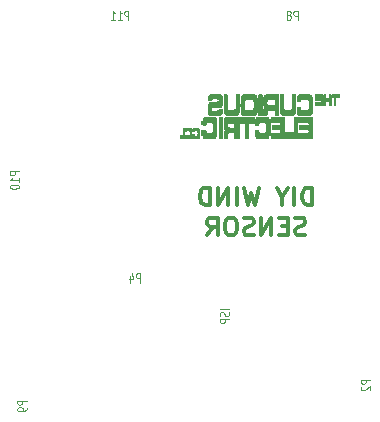
<source format=gbr>
%TF.GenerationSoftware,KiCad,Pcbnew,(5.1.10)-1*%
%TF.CreationDate,2021-07-19T16:15:12+01:00*%
%TF.ProjectId,WindSensorATMEGA328_PCB,57696e64-5365-46e7-936f-7241544d4547,rev?*%
%TF.SameCoordinates,PX5734380PY7df6180*%
%TF.FileFunction,Legend,Bot*%
%TF.FilePolarity,Positive*%
%FSLAX46Y46*%
G04 Gerber Fmt 4.6, Leading zero omitted, Abs format (unit mm)*
G04 Created by KiCad (PCBNEW (5.1.10)-1) date 2021-07-19 16:15:12*
%MOMM*%
%LPD*%
G01*
G04 APERTURE LIST*
%ADD10C,0.300000*%
%ADD11C,0.010000*%
%ADD12C,0.100000*%
G04 APERTURE END LIST*
D10*
X61356285Y23329429D02*
X61356285Y24829429D01*
X60999142Y24829429D01*
X60784857Y24758000D01*
X60642000Y24615143D01*
X60570571Y24472286D01*
X60499142Y24186572D01*
X60499142Y23972286D01*
X60570571Y23686572D01*
X60642000Y23543715D01*
X60784857Y23400858D01*
X60999142Y23329429D01*
X61356285Y23329429D01*
X59856285Y23329429D02*
X59856285Y24829429D01*
X58856285Y24043715D02*
X58856285Y23329429D01*
X59356285Y24829429D02*
X58856285Y24043715D01*
X58356285Y24829429D01*
X56856285Y24829429D02*
X56499142Y23329429D01*
X56213428Y24400858D01*
X55927714Y23329429D01*
X55570571Y24829429D01*
X54999142Y23329429D02*
X54999142Y24829429D01*
X54284857Y23329429D02*
X54284857Y24829429D01*
X53427714Y23329429D01*
X53427714Y24829429D01*
X52713428Y23329429D02*
X52713428Y24829429D01*
X52356285Y24829429D01*
X52142000Y24758000D01*
X51999142Y24615143D01*
X51927714Y24472286D01*
X51856285Y24186572D01*
X51856285Y23972286D01*
X51927714Y23686572D01*
X51999142Y23543715D01*
X52142000Y23400858D01*
X52356285Y23329429D01*
X52713428Y23329429D01*
X60784857Y20850858D02*
X60570571Y20779429D01*
X60213428Y20779429D01*
X60070571Y20850858D01*
X59999142Y20922286D01*
X59927714Y21065143D01*
X59927714Y21208000D01*
X59999142Y21350858D01*
X60070571Y21422286D01*
X60213428Y21493715D01*
X60499142Y21565143D01*
X60642000Y21636572D01*
X60713428Y21708000D01*
X60784857Y21850858D01*
X60784857Y21993715D01*
X60713428Y22136572D01*
X60642000Y22208000D01*
X60499142Y22279429D01*
X60142000Y22279429D01*
X59927714Y22208000D01*
X59284857Y21565143D02*
X58784857Y21565143D01*
X58570571Y20779429D02*
X59284857Y20779429D01*
X59284857Y22279429D01*
X58570571Y22279429D01*
X57927714Y20779429D02*
X57927714Y22279429D01*
X57070571Y20779429D01*
X57070571Y22279429D01*
X56427714Y20850858D02*
X56213428Y20779429D01*
X55856285Y20779429D01*
X55713428Y20850858D01*
X55642000Y20922286D01*
X55570571Y21065143D01*
X55570571Y21208000D01*
X55642000Y21350858D01*
X55713428Y21422286D01*
X55856285Y21493715D01*
X56142000Y21565143D01*
X56284857Y21636572D01*
X56356285Y21708000D01*
X56427714Y21850858D01*
X56427714Y21993715D01*
X56356285Y22136572D01*
X56284857Y22208000D01*
X56142000Y22279429D01*
X55784857Y22279429D01*
X55570571Y22208000D01*
X54642000Y22279429D02*
X54356285Y22279429D01*
X54213428Y22208000D01*
X54070571Y22065143D01*
X53999142Y21779429D01*
X53999142Y21279429D01*
X54070571Y20993715D01*
X54213428Y20850858D01*
X54356285Y20779429D01*
X54642000Y20779429D01*
X54784857Y20850858D01*
X54927714Y20993715D01*
X54999142Y21279429D01*
X54999142Y21779429D01*
X54927714Y22065143D01*
X54784857Y22208000D01*
X54642000Y22279429D01*
X52499142Y20779429D02*
X52999142Y21493715D01*
X53356285Y20779429D02*
X53356285Y22279429D01*
X52784857Y22279429D01*
X52642000Y22208000D01*
X52570571Y22136572D01*
X52499142Y21993715D01*
X52499142Y21779429D01*
X52570571Y21636572D01*
X52642000Y21565143D01*
X52784857Y21493715D01*
X53356285Y21493715D01*
D11*
%TO.C,P5*%
G36*
X63611000Y32750000D02*
G01*
X63521000Y32750000D01*
X63521000Y32660000D01*
X63611000Y32660000D01*
X63611000Y32750000D01*
G37*
X63611000Y32750000D02*
X63521000Y32750000D01*
X63521000Y32660000D01*
X63611000Y32660000D01*
X63611000Y32750000D01*
G36*
X63521000Y32750000D02*
G01*
X63431000Y32750000D01*
X63431000Y32660000D01*
X63521000Y32660000D01*
X63521000Y32750000D01*
G37*
X63521000Y32750000D02*
X63431000Y32750000D01*
X63431000Y32660000D01*
X63521000Y32660000D01*
X63521000Y32750000D01*
G36*
X63431000Y32750000D02*
G01*
X63341000Y32750000D01*
X63341000Y32660000D01*
X63431000Y32660000D01*
X63431000Y32750000D01*
G37*
X63431000Y32750000D02*
X63341000Y32750000D01*
X63341000Y32660000D01*
X63431000Y32660000D01*
X63431000Y32750000D01*
G36*
X63341000Y32750000D02*
G01*
X63251000Y32750000D01*
X63251000Y32660000D01*
X63341000Y32660000D01*
X63341000Y32750000D01*
G37*
X63341000Y32750000D02*
X63251000Y32750000D01*
X63251000Y32660000D01*
X63341000Y32660000D01*
X63341000Y32750000D01*
G36*
X63251000Y32750000D02*
G01*
X63161000Y32750000D01*
X63161000Y32660000D01*
X63251000Y32660000D01*
X63251000Y32750000D01*
G37*
X63251000Y32750000D02*
X63161000Y32750000D01*
X63161000Y32660000D01*
X63251000Y32660000D01*
X63251000Y32750000D01*
G36*
X63161000Y32750000D02*
G01*
X63071000Y32750000D01*
X63071000Y32660000D01*
X63161000Y32660000D01*
X63161000Y32750000D01*
G37*
X63161000Y32750000D02*
X63071000Y32750000D01*
X63071000Y32660000D01*
X63161000Y32660000D01*
X63161000Y32750000D01*
G36*
X62891000Y32750000D02*
G01*
X62801000Y32750000D01*
X62801000Y32660000D01*
X62891000Y32660000D01*
X62891000Y32750000D01*
G37*
X62891000Y32750000D02*
X62801000Y32750000D01*
X62801000Y32660000D01*
X62891000Y32660000D01*
X62891000Y32750000D01*
G36*
X62441000Y32750000D02*
G01*
X62351000Y32750000D01*
X62351000Y32660000D01*
X62441000Y32660000D01*
X62441000Y32750000D01*
G37*
X62441000Y32750000D02*
X62351000Y32750000D01*
X62351000Y32660000D01*
X62441000Y32660000D01*
X62441000Y32750000D01*
G36*
X62171000Y32750000D02*
G01*
X62081000Y32750000D01*
X62081000Y32660000D01*
X62171000Y32660000D01*
X62171000Y32750000D01*
G37*
X62171000Y32750000D02*
X62081000Y32750000D01*
X62081000Y32660000D01*
X62171000Y32660000D01*
X62171000Y32750000D01*
G36*
X62081000Y32750000D02*
G01*
X61991000Y32750000D01*
X61991000Y32660000D01*
X62081000Y32660000D01*
X62081000Y32750000D01*
G37*
X62081000Y32750000D02*
X61991000Y32750000D01*
X61991000Y32660000D01*
X62081000Y32660000D01*
X62081000Y32750000D01*
G36*
X61991000Y32750000D02*
G01*
X61901000Y32750000D01*
X61901000Y32660000D01*
X61991000Y32660000D01*
X61991000Y32750000D01*
G37*
X61991000Y32750000D02*
X61901000Y32750000D01*
X61901000Y32660000D01*
X61991000Y32660000D01*
X61991000Y32750000D01*
G36*
X61901000Y32750000D02*
G01*
X61811000Y32750000D01*
X61811000Y32660000D01*
X61901000Y32660000D01*
X61901000Y32750000D01*
G37*
X61901000Y32750000D02*
X61811000Y32750000D01*
X61811000Y32660000D01*
X61901000Y32660000D01*
X61901000Y32750000D01*
G36*
X61811000Y32750000D02*
G01*
X61721000Y32750000D01*
X61721000Y32660000D01*
X61811000Y32660000D01*
X61811000Y32750000D01*
G37*
X61811000Y32750000D02*
X61721000Y32750000D01*
X61721000Y32660000D01*
X61811000Y32660000D01*
X61811000Y32750000D01*
G36*
X61721000Y32750000D02*
G01*
X61631000Y32750000D01*
X61631000Y32660000D01*
X61721000Y32660000D01*
X61721000Y32750000D01*
G37*
X61721000Y32750000D02*
X61631000Y32750000D01*
X61631000Y32660000D01*
X61721000Y32660000D01*
X61721000Y32750000D01*
G36*
X61091000Y32750000D02*
G01*
X61001000Y32750000D01*
X61001000Y32660000D01*
X61091000Y32660000D01*
X61091000Y32750000D01*
G37*
X61091000Y32750000D02*
X61001000Y32750000D01*
X61001000Y32660000D01*
X61091000Y32660000D01*
X61091000Y32750000D01*
G36*
X61001000Y32750000D02*
G01*
X60911000Y32750000D01*
X60911000Y32660000D01*
X61001000Y32660000D01*
X61001000Y32750000D01*
G37*
X61001000Y32750000D02*
X60911000Y32750000D01*
X60911000Y32660000D01*
X61001000Y32660000D01*
X61001000Y32750000D01*
G36*
X60911000Y32750000D02*
G01*
X60821000Y32750000D01*
X60821000Y32660000D01*
X60911000Y32660000D01*
X60911000Y32750000D01*
G37*
X60911000Y32750000D02*
X60821000Y32750000D01*
X60821000Y32660000D01*
X60911000Y32660000D01*
X60911000Y32750000D01*
G36*
X60821000Y32750000D02*
G01*
X60731000Y32750000D01*
X60731000Y32660000D01*
X60821000Y32660000D01*
X60821000Y32750000D01*
G37*
X60821000Y32750000D02*
X60731000Y32750000D01*
X60731000Y32660000D01*
X60821000Y32660000D01*
X60821000Y32750000D01*
G36*
X60731000Y32750000D02*
G01*
X60641000Y32750000D01*
X60641000Y32660000D01*
X60731000Y32660000D01*
X60731000Y32750000D01*
G37*
X60731000Y32750000D02*
X60641000Y32750000D01*
X60641000Y32660000D01*
X60731000Y32660000D01*
X60731000Y32750000D01*
G36*
X60641000Y32750000D02*
G01*
X60551000Y32750000D01*
X60551000Y32660000D01*
X60641000Y32660000D01*
X60641000Y32750000D01*
G37*
X60641000Y32750000D02*
X60551000Y32750000D01*
X60551000Y32660000D01*
X60641000Y32660000D01*
X60641000Y32750000D01*
G36*
X60551000Y32750000D02*
G01*
X60461000Y32750000D01*
X60461000Y32660000D01*
X60551000Y32660000D01*
X60551000Y32750000D01*
G37*
X60551000Y32750000D02*
X60461000Y32750000D01*
X60461000Y32660000D01*
X60551000Y32660000D01*
X60551000Y32750000D01*
G36*
X60461000Y32750000D02*
G01*
X60371000Y32750000D01*
X60371000Y32660000D01*
X60461000Y32660000D01*
X60461000Y32750000D01*
G37*
X60461000Y32750000D02*
X60371000Y32750000D01*
X60371000Y32660000D01*
X60461000Y32660000D01*
X60461000Y32750000D01*
G36*
X60371000Y32750000D02*
G01*
X60281000Y32750000D01*
X60281000Y32660000D01*
X60371000Y32660000D01*
X60371000Y32750000D01*
G37*
X60371000Y32750000D02*
X60281000Y32750000D01*
X60281000Y32660000D01*
X60371000Y32660000D01*
X60371000Y32750000D01*
G36*
X59921000Y32750000D02*
G01*
X59831000Y32750000D01*
X59831000Y32660000D01*
X59921000Y32660000D01*
X59921000Y32750000D01*
G37*
X59921000Y32750000D02*
X59831000Y32750000D01*
X59831000Y32660000D01*
X59921000Y32660000D01*
X59921000Y32750000D01*
G36*
X59831000Y32750000D02*
G01*
X59741000Y32750000D01*
X59741000Y32660000D01*
X59831000Y32660000D01*
X59831000Y32750000D01*
G37*
X59831000Y32750000D02*
X59741000Y32750000D01*
X59741000Y32660000D01*
X59831000Y32660000D01*
X59831000Y32750000D01*
G36*
X59741000Y32750000D02*
G01*
X59651000Y32750000D01*
X59651000Y32660000D01*
X59741000Y32660000D01*
X59741000Y32750000D01*
G37*
X59741000Y32750000D02*
X59651000Y32750000D01*
X59651000Y32660000D01*
X59741000Y32660000D01*
X59741000Y32750000D01*
G36*
X58931000Y32750000D02*
G01*
X58841000Y32750000D01*
X58841000Y32660000D01*
X58931000Y32660000D01*
X58931000Y32750000D01*
G37*
X58931000Y32750000D02*
X58841000Y32750000D01*
X58841000Y32660000D01*
X58931000Y32660000D01*
X58931000Y32750000D01*
G36*
X58841000Y32750000D02*
G01*
X58751000Y32750000D01*
X58751000Y32660000D01*
X58841000Y32660000D01*
X58841000Y32750000D01*
G37*
X58841000Y32750000D02*
X58751000Y32750000D01*
X58751000Y32660000D01*
X58841000Y32660000D01*
X58841000Y32750000D01*
G36*
X58751000Y32750000D02*
G01*
X58661000Y32750000D01*
X58661000Y32660000D01*
X58751000Y32660000D01*
X58751000Y32750000D01*
G37*
X58751000Y32750000D02*
X58661000Y32750000D01*
X58661000Y32660000D01*
X58751000Y32660000D01*
X58751000Y32750000D01*
G36*
X58481000Y32750000D02*
G01*
X58391000Y32750000D01*
X58391000Y32660000D01*
X58481000Y32660000D01*
X58481000Y32750000D01*
G37*
X58481000Y32750000D02*
X58391000Y32750000D01*
X58391000Y32660000D01*
X58481000Y32660000D01*
X58481000Y32750000D01*
G36*
X58391000Y32750000D02*
G01*
X58301000Y32750000D01*
X58301000Y32660000D01*
X58391000Y32660000D01*
X58391000Y32750000D01*
G37*
X58391000Y32750000D02*
X58301000Y32750000D01*
X58301000Y32660000D01*
X58391000Y32660000D01*
X58391000Y32750000D01*
G36*
X58301000Y32750000D02*
G01*
X58211000Y32750000D01*
X58211000Y32660000D01*
X58301000Y32660000D01*
X58301000Y32750000D01*
G37*
X58301000Y32750000D02*
X58211000Y32750000D01*
X58211000Y32660000D01*
X58301000Y32660000D01*
X58301000Y32750000D01*
G36*
X58211000Y32750000D02*
G01*
X58121000Y32750000D01*
X58121000Y32660000D01*
X58211000Y32660000D01*
X58211000Y32750000D01*
G37*
X58211000Y32750000D02*
X58121000Y32750000D01*
X58121000Y32660000D01*
X58211000Y32660000D01*
X58211000Y32750000D01*
G36*
X58121000Y32750000D02*
G01*
X58031000Y32750000D01*
X58031000Y32660000D01*
X58121000Y32660000D01*
X58121000Y32750000D01*
G37*
X58121000Y32750000D02*
X58031000Y32750000D01*
X58031000Y32660000D01*
X58121000Y32660000D01*
X58121000Y32750000D01*
G36*
X58031000Y32750000D02*
G01*
X57941000Y32750000D01*
X57941000Y32660000D01*
X58031000Y32660000D01*
X58031000Y32750000D01*
G37*
X58031000Y32750000D02*
X57941000Y32750000D01*
X57941000Y32660000D01*
X58031000Y32660000D01*
X58031000Y32750000D01*
G36*
X57941000Y32750000D02*
G01*
X57851000Y32750000D01*
X57851000Y32660000D01*
X57941000Y32660000D01*
X57941000Y32750000D01*
G37*
X57941000Y32750000D02*
X57851000Y32750000D01*
X57851000Y32660000D01*
X57941000Y32660000D01*
X57941000Y32750000D01*
G36*
X57851000Y32750000D02*
G01*
X57761000Y32750000D01*
X57761000Y32660000D01*
X57851000Y32660000D01*
X57851000Y32750000D01*
G37*
X57851000Y32750000D02*
X57761000Y32750000D01*
X57761000Y32660000D01*
X57851000Y32660000D01*
X57851000Y32750000D01*
G36*
X57761000Y32750000D02*
G01*
X57671000Y32750000D01*
X57671000Y32660000D01*
X57761000Y32660000D01*
X57761000Y32750000D01*
G37*
X57761000Y32750000D02*
X57671000Y32750000D01*
X57671000Y32660000D01*
X57761000Y32660000D01*
X57761000Y32750000D01*
G36*
X57671000Y32750000D02*
G01*
X57581000Y32750000D01*
X57581000Y32660000D01*
X57671000Y32660000D01*
X57671000Y32750000D01*
G37*
X57671000Y32750000D02*
X57581000Y32750000D01*
X57581000Y32660000D01*
X57671000Y32660000D01*
X57671000Y32750000D01*
G36*
X57581000Y32750000D02*
G01*
X57491000Y32750000D01*
X57491000Y32660000D01*
X57581000Y32660000D01*
X57581000Y32750000D01*
G37*
X57581000Y32750000D02*
X57491000Y32750000D01*
X57491000Y32660000D01*
X57581000Y32660000D01*
X57581000Y32750000D01*
G36*
X57041000Y32750000D02*
G01*
X56951000Y32750000D01*
X56951000Y32660000D01*
X57041000Y32660000D01*
X57041000Y32750000D01*
G37*
X57041000Y32750000D02*
X56951000Y32750000D01*
X56951000Y32660000D01*
X57041000Y32660000D01*
X57041000Y32750000D01*
G36*
X56951000Y32750000D02*
G01*
X56861000Y32750000D01*
X56861000Y32660000D01*
X56951000Y32660000D01*
X56951000Y32750000D01*
G37*
X56951000Y32750000D02*
X56861000Y32750000D01*
X56861000Y32660000D01*
X56951000Y32660000D01*
X56951000Y32750000D01*
G36*
X56411000Y32750000D02*
G01*
X56321000Y32750000D01*
X56321000Y32660000D01*
X56411000Y32660000D01*
X56411000Y32750000D01*
G37*
X56411000Y32750000D02*
X56321000Y32750000D01*
X56321000Y32660000D01*
X56411000Y32660000D01*
X56411000Y32750000D01*
G36*
X56321000Y32750000D02*
G01*
X56231000Y32750000D01*
X56231000Y32660000D01*
X56321000Y32660000D01*
X56321000Y32750000D01*
G37*
X56321000Y32750000D02*
X56231000Y32750000D01*
X56231000Y32660000D01*
X56321000Y32660000D01*
X56321000Y32750000D01*
G36*
X56231000Y32750000D02*
G01*
X56141000Y32750000D01*
X56141000Y32660000D01*
X56231000Y32660000D01*
X56231000Y32750000D01*
G37*
X56231000Y32750000D02*
X56141000Y32750000D01*
X56141000Y32660000D01*
X56231000Y32660000D01*
X56231000Y32750000D01*
G36*
X56141000Y32750000D02*
G01*
X56051000Y32750000D01*
X56051000Y32660000D01*
X56141000Y32660000D01*
X56141000Y32750000D01*
G37*
X56141000Y32750000D02*
X56051000Y32750000D01*
X56051000Y32660000D01*
X56141000Y32660000D01*
X56141000Y32750000D01*
G36*
X56051000Y32750000D02*
G01*
X55961000Y32750000D01*
X55961000Y32660000D01*
X56051000Y32660000D01*
X56051000Y32750000D01*
G37*
X56051000Y32750000D02*
X55961000Y32750000D01*
X55961000Y32660000D01*
X56051000Y32660000D01*
X56051000Y32750000D01*
G36*
X55961000Y32750000D02*
G01*
X55871000Y32750000D01*
X55871000Y32660000D01*
X55961000Y32660000D01*
X55961000Y32750000D01*
G37*
X55961000Y32750000D02*
X55871000Y32750000D01*
X55871000Y32660000D01*
X55961000Y32660000D01*
X55961000Y32750000D01*
G36*
X55871000Y32750000D02*
G01*
X55781000Y32750000D01*
X55781000Y32660000D01*
X55871000Y32660000D01*
X55871000Y32750000D01*
G37*
X55871000Y32750000D02*
X55781000Y32750000D01*
X55781000Y32660000D01*
X55871000Y32660000D01*
X55871000Y32750000D01*
G36*
X55781000Y32750000D02*
G01*
X55691000Y32750000D01*
X55691000Y32660000D01*
X55781000Y32660000D01*
X55781000Y32750000D01*
G37*
X55781000Y32750000D02*
X55691000Y32750000D01*
X55691000Y32660000D01*
X55781000Y32660000D01*
X55781000Y32750000D01*
G36*
X55691000Y32750000D02*
G01*
X55601000Y32750000D01*
X55601000Y32660000D01*
X55691000Y32660000D01*
X55691000Y32750000D01*
G37*
X55691000Y32750000D02*
X55601000Y32750000D01*
X55601000Y32660000D01*
X55691000Y32660000D01*
X55691000Y32750000D01*
G36*
X55601000Y32750000D02*
G01*
X55511000Y32750000D01*
X55511000Y32660000D01*
X55601000Y32660000D01*
X55601000Y32750000D01*
G37*
X55601000Y32750000D02*
X55511000Y32750000D01*
X55511000Y32660000D01*
X55601000Y32660000D01*
X55601000Y32750000D01*
G36*
X55151000Y32750000D02*
G01*
X55061000Y32750000D01*
X55061000Y32660000D01*
X55151000Y32660000D01*
X55151000Y32750000D01*
G37*
X55151000Y32750000D02*
X55061000Y32750000D01*
X55061000Y32660000D01*
X55151000Y32660000D01*
X55151000Y32750000D01*
G36*
X55061000Y32750000D02*
G01*
X54971000Y32750000D01*
X54971000Y32660000D01*
X55061000Y32660000D01*
X55061000Y32750000D01*
G37*
X55061000Y32750000D02*
X54971000Y32750000D01*
X54971000Y32660000D01*
X55061000Y32660000D01*
X55061000Y32750000D01*
G36*
X54971000Y32750000D02*
G01*
X54881000Y32750000D01*
X54881000Y32660000D01*
X54971000Y32660000D01*
X54971000Y32750000D01*
G37*
X54971000Y32750000D02*
X54881000Y32750000D01*
X54881000Y32660000D01*
X54971000Y32660000D01*
X54971000Y32750000D01*
G36*
X54071000Y32750000D02*
G01*
X53981000Y32750000D01*
X53981000Y32660000D01*
X54071000Y32660000D01*
X54071000Y32750000D01*
G37*
X54071000Y32750000D02*
X53981000Y32750000D01*
X53981000Y32660000D01*
X54071000Y32660000D01*
X54071000Y32750000D01*
G36*
X53981000Y32750000D02*
G01*
X53891000Y32750000D01*
X53891000Y32660000D01*
X53981000Y32660000D01*
X53981000Y32750000D01*
G37*
X53981000Y32750000D02*
X53891000Y32750000D01*
X53891000Y32660000D01*
X53981000Y32660000D01*
X53981000Y32750000D01*
G36*
X53531000Y32750000D02*
G01*
X53441000Y32750000D01*
X53441000Y32660000D01*
X53531000Y32660000D01*
X53531000Y32750000D01*
G37*
X53531000Y32750000D02*
X53441000Y32750000D01*
X53441000Y32660000D01*
X53531000Y32660000D01*
X53531000Y32750000D01*
G36*
X53441000Y32750000D02*
G01*
X53351000Y32750000D01*
X53351000Y32660000D01*
X53441000Y32660000D01*
X53441000Y32750000D01*
G37*
X53441000Y32750000D02*
X53351000Y32750000D01*
X53351000Y32660000D01*
X53441000Y32660000D01*
X53441000Y32750000D01*
G36*
X53351000Y32750000D02*
G01*
X53261000Y32750000D01*
X53261000Y32660000D01*
X53351000Y32660000D01*
X53351000Y32750000D01*
G37*
X53351000Y32750000D02*
X53261000Y32750000D01*
X53261000Y32660000D01*
X53351000Y32660000D01*
X53351000Y32750000D01*
G36*
X53261000Y32750000D02*
G01*
X53171000Y32750000D01*
X53171000Y32660000D01*
X53261000Y32660000D01*
X53261000Y32750000D01*
G37*
X53261000Y32750000D02*
X53171000Y32750000D01*
X53171000Y32660000D01*
X53261000Y32660000D01*
X53261000Y32750000D01*
G36*
X53171000Y32750000D02*
G01*
X53081000Y32750000D01*
X53081000Y32660000D01*
X53171000Y32660000D01*
X53171000Y32750000D01*
G37*
X53171000Y32750000D02*
X53081000Y32750000D01*
X53081000Y32660000D01*
X53171000Y32660000D01*
X53171000Y32750000D01*
G36*
X53081000Y32750000D02*
G01*
X52991000Y32750000D01*
X52991000Y32660000D01*
X53081000Y32660000D01*
X53081000Y32750000D01*
G37*
X53081000Y32750000D02*
X52991000Y32750000D01*
X52991000Y32660000D01*
X53081000Y32660000D01*
X53081000Y32750000D01*
G36*
X52991000Y32750000D02*
G01*
X52901000Y32750000D01*
X52901000Y32660000D01*
X52991000Y32660000D01*
X52991000Y32750000D01*
G37*
X52991000Y32750000D02*
X52901000Y32750000D01*
X52901000Y32660000D01*
X52991000Y32660000D01*
X52991000Y32750000D01*
G36*
X52901000Y32750000D02*
G01*
X52811000Y32750000D01*
X52811000Y32660000D01*
X52901000Y32660000D01*
X52901000Y32750000D01*
G37*
X52901000Y32750000D02*
X52811000Y32750000D01*
X52811000Y32660000D01*
X52901000Y32660000D01*
X52901000Y32750000D01*
G36*
X52811000Y32750000D02*
G01*
X52721000Y32750000D01*
X52721000Y32660000D01*
X52811000Y32660000D01*
X52811000Y32750000D01*
G37*
X52811000Y32750000D02*
X52721000Y32750000D01*
X52721000Y32660000D01*
X52811000Y32660000D01*
X52811000Y32750000D01*
G36*
X63611000Y32660000D02*
G01*
X63521000Y32660000D01*
X63521000Y32570000D01*
X63611000Y32570000D01*
X63611000Y32660000D01*
G37*
X63611000Y32660000D02*
X63521000Y32660000D01*
X63521000Y32570000D01*
X63611000Y32570000D01*
X63611000Y32660000D01*
G36*
X63521000Y32660000D02*
G01*
X63431000Y32660000D01*
X63431000Y32570000D01*
X63521000Y32570000D01*
X63521000Y32660000D01*
G37*
X63521000Y32660000D02*
X63431000Y32660000D01*
X63431000Y32570000D01*
X63521000Y32570000D01*
X63521000Y32660000D01*
G36*
X63431000Y32660000D02*
G01*
X63341000Y32660000D01*
X63341000Y32570000D01*
X63431000Y32570000D01*
X63431000Y32660000D01*
G37*
X63431000Y32660000D02*
X63341000Y32660000D01*
X63341000Y32570000D01*
X63431000Y32570000D01*
X63431000Y32660000D01*
G36*
X63341000Y32660000D02*
G01*
X63251000Y32660000D01*
X63251000Y32570000D01*
X63341000Y32570000D01*
X63341000Y32660000D01*
G37*
X63341000Y32660000D02*
X63251000Y32660000D01*
X63251000Y32570000D01*
X63341000Y32570000D01*
X63341000Y32660000D01*
G36*
X63251000Y32660000D02*
G01*
X63161000Y32660000D01*
X63161000Y32570000D01*
X63251000Y32570000D01*
X63251000Y32660000D01*
G37*
X63251000Y32660000D02*
X63161000Y32660000D01*
X63161000Y32570000D01*
X63251000Y32570000D01*
X63251000Y32660000D01*
G36*
X63161000Y32660000D02*
G01*
X63071000Y32660000D01*
X63071000Y32570000D01*
X63161000Y32570000D01*
X63161000Y32660000D01*
G37*
X63161000Y32660000D02*
X63071000Y32660000D01*
X63071000Y32570000D01*
X63161000Y32570000D01*
X63161000Y32660000D01*
G36*
X63071000Y32660000D02*
G01*
X62981000Y32660000D01*
X62981000Y32570000D01*
X63071000Y32570000D01*
X63071000Y32660000D01*
G37*
X63071000Y32660000D02*
X62981000Y32660000D01*
X62981000Y32570000D01*
X63071000Y32570000D01*
X63071000Y32660000D01*
G36*
X62981000Y32660000D02*
G01*
X62891000Y32660000D01*
X62891000Y32570000D01*
X62981000Y32570000D01*
X62981000Y32660000D01*
G37*
X62981000Y32660000D02*
X62891000Y32660000D01*
X62891000Y32570000D01*
X62981000Y32570000D01*
X62981000Y32660000D01*
G36*
X62891000Y32660000D02*
G01*
X62801000Y32660000D01*
X62801000Y32570000D01*
X62891000Y32570000D01*
X62891000Y32660000D01*
G37*
X62891000Y32660000D02*
X62801000Y32660000D01*
X62801000Y32570000D01*
X62891000Y32570000D01*
X62891000Y32660000D01*
G36*
X62441000Y32660000D02*
G01*
X62351000Y32660000D01*
X62351000Y32570000D01*
X62441000Y32570000D01*
X62441000Y32660000D01*
G37*
X62441000Y32660000D02*
X62351000Y32660000D01*
X62351000Y32570000D01*
X62441000Y32570000D01*
X62441000Y32660000D01*
G36*
X62351000Y32660000D02*
G01*
X62261000Y32660000D01*
X62261000Y32570000D01*
X62351000Y32570000D01*
X62351000Y32660000D01*
G37*
X62351000Y32660000D02*
X62261000Y32660000D01*
X62261000Y32570000D01*
X62351000Y32570000D01*
X62351000Y32660000D01*
G36*
X62171000Y32660000D02*
G01*
X62081000Y32660000D01*
X62081000Y32570000D01*
X62171000Y32570000D01*
X62171000Y32660000D01*
G37*
X62171000Y32660000D02*
X62081000Y32660000D01*
X62081000Y32570000D01*
X62171000Y32570000D01*
X62171000Y32660000D01*
G36*
X62081000Y32660000D02*
G01*
X61991000Y32660000D01*
X61991000Y32570000D01*
X62081000Y32570000D01*
X62081000Y32660000D01*
G37*
X62081000Y32660000D02*
X61991000Y32660000D01*
X61991000Y32570000D01*
X62081000Y32570000D01*
X62081000Y32660000D01*
G36*
X61991000Y32660000D02*
G01*
X61901000Y32660000D01*
X61901000Y32570000D01*
X61991000Y32570000D01*
X61991000Y32660000D01*
G37*
X61991000Y32660000D02*
X61901000Y32660000D01*
X61901000Y32570000D01*
X61991000Y32570000D01*
X61991000Y32660000D01*
G36*
X61901000Y32660000D02*
G01*
X61811000Y32660000D01*
X61811000Y32570000D01*
X61901000Y32570000D01*
X61901000Y32660000D01*
G37*
X61901000Y32660000D02*
X61811000Y32660000D01*
X61811000Y32570000D01*
X61901000Y32570000D01*
X61901000Y32660000D01*
G36*
X61811000Y32660000D02*
G01*
X61721000Y32660000D01*
X61721000Y32570000D01*
X61811000Y32570000D01*
X61811000Y32660000D01*
G37*
X61811000Y32660000D02*
X61721000Y32660000D01*
X61721000Y32570000D01*
X61811000Y32570000D01*
X61811000Y32660000D01*
G36*
X61721000Y32660000D02*
G01*
X61631000Y32660000D01*
X61631000Y32570000D01*
X61721000Y32570000D01*
X61721000Y32660000D01*
G37*
X61721000Y32660000D02*
X61631000Y32660000D01*
X61631000Y32570000D01*
X61721000Y32570000D01*
X61721000Y32660000D01*
G36*
X61271000Y32660000D02*
G01*
X61181000Y32660000D01*
X61181000Y32570000D01*
X61271000Y32570000D01*
X61271000Y32660000D01*
G37*
X61271000Y32660000D02*
X61181000Y32660000D01*
X61181000Y32570000D01*
X61271000Y32570000D01*
X61271000Y32660000D01*
G36*
X61181000Y32660000D02*
G01*
X61091000Y32660000D01*
X61091000Y32570000D01*
X61181000Y32570000D01*
X61181000Y32660000D01*
G37*
X61181000Y32660000D02*
X61091000Y32660000D01*
X61091000Y32570000D01*
X61181000Y32570000D01*
X61181000Y32660000D01*
G36*
X61091000Y32660000D02*
G01*
X61001000Y32660000D01*
X61001000Y32570000D01*
X61091000Y32570000D01*
X61091000Y32660000D01*
G37*
X61091000Y32660000D02*
X61001000Y32660000D01*
X61001000Y32570000D01*
X61091000Y32570000D01*
X61091000Y32660000D01*
G36*
X61001000Y32660000D02*
G01*
X60911000Y32660000D01*
X60911000Y32570000D01*
X61001000Y32570000D01*
X61001000Y32660000D01*
G37*
X61001000Y32660000D02*
X60911000Y32660000D01*
X60911000Y32570000D01*
X61001000Y32570000D01*
X61001000Y32660000D01*
G36*
X60911000Y32660000D02*
G01*
X60821000Y32660000D01*
X60821000Y32570000D01*
X60911000Y32570000D01*
X60911000Y32660000D01*
G37*
X60911000Y32660000D02*
X60821000Y32660000D01*
X60821000Y32570000D01*
X60911000Y32570000D01*
X60911000Y32660000D01*
G36*
X60821000Y32660000D02*
G01*
X60731000Y32660000D01*
X60731000Y32570000D01*
X60821000Y32570000D01*
X60821000Y32660000D01*
G37*
X60821000Y32660000D02*
X60731000Y32660000D01*
X60731000Y32570000D01*
X60821000Y32570000D01*
X60821000Y32660000D01*
G36*
X60731000Y32660000D02*
G01*
X60641000Y32660000D01*
X60641000Y32570000D01*
X60731000Y32570000D01*
X60731000Y32660000D01*
G37*
X60731000Y32660000D02*
X60641000Y32660000D01*
X60641000Y32570000D01*
X60731000Y32570000D01*
X60731000Y32660000D01*
G36*
X60641000Y32660000D02*
G01*
X60551000Y32660000D01*
X60551000Y32570000D01*
X60641000Y32570000D01*
X60641000Y32660000D01*
G37*
X60641000Y32660000D02*
X60551000Y32660000D01*
X60551000Y32570000D01*
X60641000Y32570000D01*
X60641000Y32660000D01*
G36*
X60551000Y32660000D02*
G01*
X60461000Y32660000D01*
X60461000Y32570000D01*
X60551000Y32570000D01*
X60551000Y32660000D01*
G37*
X60551000Y32660000D02*
X60461000Y32660000D01*
X60461000Y32570000D01*
X60551000Y32570000D01*
X60551000Y32660000D01*
G36*
X60461000Y32660000D02*
G01*
X60371000Y32660000D01*
X60371000Y32570000D01*
X60461000Y32570000D01*
X60461000Y32660000D01*
G37*
X60461000Y32660000D02*
X60371000Y32660000D01*
X60371000Y32570000D01*
X60461000Y32570000D01*
X60461000Y32660000D01*
G36*
X60371000Y32660000D02*
G01*
X60281000Y32660000D01*
X60281000Y32570000D01*
X60371000Y32570000D01*
X60371000Y32660000D01*
G37*
X60371000Y32660000D02*
X60281000Y32660000D01*
X60281000Y32570000D01*
X60371000Y32570000D01*
X60371000Y32660000D01*
G36*
X60281000Y32660000D02*
G01*
X60191000Y32660000D01*
X60191000Y32570000D01*
X60281000Y32570000D01*
X60281000Y32660000D01*
G37*
X60281000Y32660000D02*
X60191000Y32660000D01*
X60191000Y32570000D01*
X60281000Y32570000D01*
X60281000Y32660000D01*
G36*
X59921000Y32660000D02*
G01*
X59831000Y32660000D01*
X59831000Y32570000D01*
X59921000Y32570000D01*
X59921000Y32660000D01*
G37*
X59921000Y32660000D02*
X59831000Y32660000D01*
X59831000Y32570000D01*
X59921000Y32570000D01*
X59921000Y32660000D01*
G36*
X59831000Y32660000D02*
G01*
X59741000Y32660000D01*
X59741000Y32570000D01*
X59831000Y32570000D01*
X59831000Y32660000D01*
G37*
X59831000Y32660000D02*
X59741000Y32660000D01*
X59741000Y32570000D01*
X59831000Y32570000D01*
X59831000Y32660000D01*
G36*
X59741000Y32660000D02*
G01*
X59651000Y32660000D01*
X59651000Y32570000D01*
X59741000Y32570000D01*
X59741000Y32660000D01*
G37*
X59741000Y32660000D02*
X59651000Y32660000D01*
X59651000Y32570000D01*
X59741000Y32570000D01*
X59741000Y32660000D01*
G36*
X58931000Y32660000D02*
G01*
X58841000Y32660000D01*
X58841000Y32570000D01*
X58931000Y32570000D01*
X58931000Y32660000D01*
G37*
X58931000Y32660000D02*
X58841000Y32660000D01*
X58841000Y32570000D01*
X58931000Y32570000D01*
X58931000Y32660000D01*
G36*
X58841000Y32660000D02*
G01*
X58751000Y32660000D01*
X58751000Y32570000D01*
X58841000Y32570000D01*
X58841000Y32660000D01*
G37*
X58841000Y32660000D02*
X58751000Y32660000D01*
X58751000Y32570000D01*
X58841000Y32570000D01*
X58841000Y32660000D01*
G36*
X58751000Y32660000D02*
G01*
X58661000Y32660000D01*
X58661000Y32570000D01*
X58751000Y32570000D01*
X58751000Y32660000D01*
G37*
X58751000Y32660000D02*
X58661000Y32660000D01*
X58661000Y32570000D01*
X58751000Y32570000D01*
X58751000Y32660000D01*
G36*
X58481000Y32660000D02*
G01*
X58391000Y32660000D01*
X58391000Y32570000D01*
X58481000Y32570000D01*
X58481000Y32660000D01*
G37*
X58481000Y32660000D02*
X58391000Y32660000D01*
X58391000Y32570000D01*
X58481000Y32570000D01*
X58481000Y32660000D01*
G36*
X58391000Y32660000D02*
G01*
X58301000Y32660000D01*
X58301000Y32570000D01*
X58391000Y32570000D01*
X58391000Y32660000D01*
G37*
X58391000Y32660000D02*
X58301000Y32660000D01*
X58301000Y32570000D01*
X58391000Y32570000D01*
X58391000Y32660000D01*
G36*
X58301000Y32660000D02*
G01*
X58211000Y32660000D01*
X58211000Y32570000D01*
X58301000Y32570000D01*
X58301000Y32660000D01*
G37*
X58301000Y32660000D02*
X58211000Y32660000D01*
X58211000Y32570000D01*
X58301000Y32570000D01*
X58301000Y32660000D01*
G36*
X58211000Y32660000D02*
G01*
X58121000Y32660000D01*
X58121000Y32570000D01*
X58211000Y32570000D01*
X58211000Y32660000D01*
G37*
X58211000Y32660000D02*
X58121000Y32660000D01*
X58121000Y32570000D01*
X58211000Y32570000D01*
X58211000Y32660000D01*
G36*
X58121000Y32660000D02*
G01*
X58031000Y32660000D01*
X58031000Y32570000D01*
X58121000Y32570000D01*
X58121000Y32660000D01*
G37*
X58121000Y32660000D02*
X58031000Y32660000D01*
X58031000Y32570000D01*
X58121000Y32570000D01*
X58121000Y32660000D01*
G36*
X58031000Y32660000D02*
G01*
X57941000Y32660000D01*
X57941000Y32570000D01*
X58031000Y32570000D01*
X58031000Y32660000D01*
G37*
X58031000Y32660000D02*
X57941000Y32660000D01*
X57941000Y32570000D01*
X58031000Y32570000D01*
X58031000Y32660000D01*
G36*
X57941000Y32660000D02*
G01*
X57851000Y32660000D01*
X57851000Y32570000D01*
X57941000Y32570000D01*
X57941000Y32660000D01*
G37*
X57941000Y32660000D02*
X57851000Y32660000D01*
X57851000Y32570000D01*
X57941000Y32570000D01*
X57941000Y32660000D01*
G36*
X57851000Y32660000D02*
G01*
X57761000Y32660000D01*
X57761000Y32570000D01*
X57851000Y32570000D01*
X57851000Y32660000D01*
G37*
X57851000Y32660000D02*
X57761000Y32660000D01*
X57761000Y32570000D01*
X57851000Y32570000D01*
X57851000Y32660000D01*
G36*
X57761000Y32660000D02*
G01*
X57671000Y32660000D01*
X57671000Y32570000D01*
X57761000Y32570000D01*
X57761000Y32660000D01*
G37*
X57761000Y32660000D02*
X57671000Y32660000D01*
X57671000Y32570000D01*
X57761000Y32570000D01*
X57761000Y32660000D01*
G36*
X57671000Y32660000D02*
G01*
X57581000Y32660000D01*
X57581000Y32570000D01*
X57671000Y32570000D01*
X57671000Y32660000D01*
G37*
X57671000Y32660000D02*
X57581000Y32660000D01*
X57581000Y32570000D01*
X57671000Y32570000D01*
X57671000Y32660000D01*
G36*
X57581000Y32660000D02*
G01*
X57491000Y32660000D01*
X57491000Y32570000D01*
X57581000Y32570000D01*
X57581000Y32660000D01*
G37*
X57581000Y32660000D02*
X57491000Y32660000D01*
X57491000Y32570000D01*
X57581000Y32570000D01*
X57581000Y32660000D01*
G36*
X57491000Y32660000D02*
G01*
X57401000Y32660000D01*
X57401000Y32570000D01*
X57491000Y32570000D01*
X57491000Y32660000D01*
G37*
X57491000Y32660000D02*
X57401000Y32660000D01*
X57401000Y32570000D01*
X57491000Y32570000D01*
X57491000Y32660000D01*
G36*
X57401000Y32660000D02*
G01*
X57311000Y32660000D01*
X57311000Y32570000D01*
X57401000Y32570000D01*
X57401000Y32660000D01*
G37*
X57401000Y32660000D02*
X57311000Y32660000D01*
X57311000Y32570000D01*
X57401000Y32570000D01*
X57401000Y32660000D01*
G36*
X57131000Y32660000D02*
G01*
X57041000Y32660000D01*
X57041000Y32570000D01*
X57131000Y32570000D01*
X57131000Y32660000D01*
G37*
X57131000Y32660000D02*
X57041000Y32660000D01*
X57041000Y32570000D01*
X57131000Y32570000D01*
X57131000Y32660000D01*
G36*
X57041000Y32660000D02*
G01*
X56951000Y32660000D01*
X56951000Y32570000D01*
X57041000Y32570000D01*
X57041000Y32660000D01*
G37*
X57041000Y32660000D02*
X56951000Y32660000D01*
X56951000Y32570000D01*
X57041000Y32570000D01*
X57041000Y32660000D01*
G36*
X56951000Y32660000D02*
G01*
X56861000Y32660000D01*
X56861000Y32570000D01*
X56951000Y32570000D01*
X56951000Y32660000D01*
G37*
X56951000Y32660000D02*
X56861000Y32660000D01*
X56861000Y32570000D01*
X56951000Y32570000D01*
X56951000Y32660000D01*
G36*
X56861000Y32660000D02*
G01*
X56771000Y32660000D01*
X56771000Y32570000D01*
X56861000Y32570000D01*
X56861000Y32660000D01*
G37*
X56861000Y32660000D02*
X56771000Y32660000D01*
X56771000Y32570000D01*
X56861000Y32570000D01*
X56861000Y32660000D01*
G36*
X56591000Y32660000D02*
G01*
X56501000Y32660000D01*
X56501000Y32570000D01*
X56591000Y32570000D01*
X56591000Y32660000D01*
G37*
X56591000Y32660000D02*
X56501000Y32660000D01*
X56501000Y32570000D01*
X56591000Y32570000D01*
X56591000Y32660000D01*
G36*
X56501000Y32660000D02*
G01*
X56411000Y32660000D01*
X56411000Y32570000D01*
X56501000Y32570000D01*
X56501000Y32660000D01*
G37*
X56501000Y32660000D02*
X56411000Y32660000D01*
X56411000Y32570000D01*
X56501000Y32570000D01*
X56501000Y32660000D01*
G36*
X56411000Y32660000D02*
G01*
X56321000Y32660000D01*
X56321000Y32570000D01*
X56411000Y32570000D01*
X56411000Y32660000D01*
G37*
X56411000Y32660000D02*
X56321000Y32660000D01*
X56321000Y32570000D01*
X56411000Y32570000D01*
X56411000Y32660000D01*
G36*
X56321000Y32660000D02*
G01*
X56231000Y32660000D01*
X56231000Y32570000D01*
X56321000Y32570000D01*
X56321000Y32660000D01*
G37*
X56321000Y32660000D02*
X56231000Y32660000D01*
X56231000Y32570000D01*
X56321000Y32570000D01*
X56321000Y32660000D01*
G36*
X56231000Y32660000D02*
G01*
X56141000Y32660000D01*
X56141000Y32570000D01*
X56231000Y32570000D01*
X56231000Y32660000D01*
G37*
X56231000Y32660000D02*
X56141000Y32660000D01*
X56141000Y32570000D01*
X56231000Y32570000D01*
X56231000Y32660000D01*
G36*
X56141000Y32660000D02*
G01*
X56051000Y32660000D01*
X56051000Y32570000D01*
X56141000Y32570000D01*
X56141000Y32660000D01*
G37*
X56141000Y32660000D02*
X56051000Y32660000D01*
X56051000Y32570000D01*
X56141000Y32570000D01*
X56141000Y32660000D01*
G36*
X56051000Y32660000D02*
G01*
X55961000Y32660000D01*
X55961000Y32570000D01*
X56051000Y32570000D01*
X56051000Y32660000D01*
G37*
X56051000Y32660000D02*
X55961000Y32660000D01*
X55961000Y32570000D01*
X56051000Y32570000D01*
X56051000Y32660000D01*
G36*
X55961000Y32660000D02*
G01*
X55871000Y32660000D01*
X55871000Y32570000D01*
X55961000Y32570000D01*
X55961000Y32660000D01*
G37*
X55961000Y32660000D02*
X55871000Y32660000D01*
X55871000Y32570000D01*
X55961000Y32570000D01*
X55961000Y32660000D01*
G36*
X55871000Y32660000D02*
G01*
X55781000Y32660000D01*
X55781000Y32570000D01*
X55871000Y32570000D01*
X55871000Y32660000D01*
G37*
X55871000Y32660000D02*
X55781000Y32660000D01*
X55781000Y32570000D01*
X55871000Y32570000D01*
X55871000Y32660000D01*
G36*
X55781000Y32660000D02*
G01*
X55691000Y32660000D01*
X55691000Y32570000D01*
X55781000Y32570000D01*
X55781000Y32660000D01*
G37*
X55781000Y32660000D02*
X55691000Y32660000D01*
X55691000Y32570000D01*
X55781000Y32570000D01*
X55781000Y32660000D01*
G36*
X55691000Y32660000D02*
G01*
X55601000Y32660000D01*
X55601000Y32570000D01*
X55691000Y32570000D01*
X55691000Y32660000D01*
G37*
X55691000Y32660000D02*
X55601000Y32660000D01*
X55601000Y32570000D01*
X55691000Y32570000D01*
X55691000Y32660000D01*
G36*
X55601000Y32660000D02*
G01*
X55511000Y32660000D01*
X55511000Y32570000D01*
X55601000Y32570000D01*
X55601000Y32660000D01*
G37*
X55601000Y32660000D02*
X55511000Y32660000D01*
X55511000Y32570000D01*
X55601000Y32570000D01*
X55601000Y32660000D01*
G36*
X55511000Y32660000D02*
G01*
X55421000Y32660000D01*
X55421000Y32570000D01*
X55511000Y32570000D01*
X55511000Y32660000D01*
G37*
X55511000Y32660000D02*
X55421000Y32660000D01*
X55421000Y32570000D01*
X55511000Y32570000D01*
X55511000Y32660000D01*
G36*
X55151000Y32660000D02*
G01*
X55061000Y32660000D01*
X55061000Y32570000D01*
X55151000Y32570000D01*
X55151000Y32660000D01*
G37*
X55151000Y32660000D02*
X55061000Y32660000D01*
X55061000Y32570000D01*
X55151000Y32570000D01*
X55151000Y32660000D01*
G36*
X55061000Y32660000D02*
G01*
X54971000Y32660000D01*
X54971000Y32570000D01*
X55061000Y32570000D01*
X55061000Y32660000D01*
G37*
X55061000Y32660000D02*
X54971000Y32660000D01*
X54971000Y32570000D01*
X55061000Y32570000D01*
X55061000Y32660000D01*
G36*
X54971000Y32660000D02*
G01*
X54881000Y32660000D01*
X54881000Y32570000D01*
X54971000Y32570000D01*
X54971000Y32660000D01*
G37*
X54971000Y32660000D02*
X54881000Y32660000D01*
X54881000Y32570000D01*
X54971000Y32570000D01*
X54971000Y32660000D01*
G36*
X54161000Y32660000D02*
G01*
X54071000Y32660000D01*
X54071000Y32570000D01*
X54161000Y32570000D01*
X54161000Y32660000D01*
G37*
X54161000Y32660000D02*
X54071000Y32660000D01*
X54071000Y32570000D01*
X54161000Y32570000D01*
X54161000Y32660000D01*
G36*
X54071000Y32660000D02*
G01*
X53981000Y32660000D01*
X53981000Y32570000D01*
X54071000Y32570000D01*
X54071000Y32660000D01*
G37*
X54071000Y32660000D02*
X53981000Y32660000D01*
X53981000Y32570000D01*
X54071000Y32570000D01*
X54071000Y32660000D01*
G36*
X53981000Y32660000D02*
G01*
X53891000Y32660000D01*
X53891000Y32570000D01*
X53981000Y32570000D01*
X53981000Y32660000D01*
G37*
X53981000Y32660000D02*
X53891000Y32660000D01*
X53891000Y32570000D01*
X53981000Y32570000D01*
X53981000Y32660000D01*
G36*
X53621000Y32660000D02*
G01*
X53531000Y32660000D01*
X53531000Y32570000D01*
X53621000Y32570000D01*
X53621000Y32660000D01*
G37*
X53621000Y32660000D02*
X53531000Y32660000D01*
X53531000Y32570000D01*
X53621000Y32570000D01*
X53621000Y32660000D01*
G36*
X53531000Y32660000D02*
G01*
X53441000Y32660000D01*
X53441000Y32570000D01*
X53531000Y32570000D01*
X53531000Y32660000D01*
G37*
X53531000Y32660000D02*
X53441000Y32660000D01*
X53441000Y32570000D01*
X53531000Y32570000D01*
X53531000Y32660000D01*
G36*
X53441000Y32660000D02*
G01*
X53351000Y32660000D01*
X53351000Y32570000D01*
X53441000Y32570000D01*
X53441000Y32660000D01*
G37*
X53441000Y32660000D02*
X53351000Y32660000D01*
X53351000Y32570000D01*
X53441000Y32570000D01*
X53441000Y32660000D01*
G36*
X53351000Y32660000D02*
G01*
X53261000Y32660000D01*
X53261000Y32570000D01*
X53351000Y32570000D01*
X53351000Y32660000D01*
G37*
X53351000Y32660000D02*
X53261000Y32660000D01*
X53261000Y32570000D01*
X53351000Y32570000D01*
X53351000Y32660000D01*
G36*
X53261000Y32660000D02*
G01*
X53171000Y32660000D01*
X53171000Y32570000D01*
X53261000Y32570000D01*
X53261000Y32660000D01*
G37*
X53261000Y32660000D02*
X53171000Y32660000D01*
X53171000Y32570000D01*
X53261000Y32570000D01*
X53261000Y32660000D01*
G36*
X53171000Y32660000D02*
G01*
X53081000Y32660000D01*
X53081000Y32570000D01*
X53171000Y32570000D01*
X53171000Y32660000D01*
G37*
X53171000Y32660000D02*
X53081000Y32660000D01*
X53081000Y32570000D01*
X53171000Y32570000D01*
X53171000Y32660000D01*
G36*
X53081000Y32660000D02*
G01*
X52991000Y32660000D01*
X52991000Y32570000D01*
X53081000Y32570000D01*
X53081000Y32660000D01*
G37*
X53081000Y32660000D02*
X52991000Y32660000D01*
X52991000Y32570000D01*
X53081000Y32570000D01*
X53081000Y32660000D01*
G36*
X52991000Y32660000D02*
G01*
X52901000Y32660000D01*
X52901000Y32570000D01*
X52991000Y32570000D01*
X52991000Y32660000D01*
G37*
X52991000Y32660000D02*
X52901000Y32660000D01*
X52901000Y32570000D01*
X52991000Y32570000D01*
X52991000Y32660000D01*
G36*
X52901000Y32660000D02*
G01*
X52811000Y32660000D01*
X52811000Y32570000D01*
X52901000Y32570000D01*
X52901000Y32660000D01*
G37*
X52901000Y32660000D02*
X52811000Y32660000D01*
X52811000Y32570000D01*
X52901000Y32570000D01*
X52901000Y32660000D01*
G36*
X52811000Y32660000D02*
G01*
X52721000Y32660000D01*
X52721000Y32570000D01*
X52811000Y32570000D01*
X52811000Y32660000D01*
G37*
X52811000Y32660000D02*
X52721000Y32660000D01*
X52721000Y32570000D01*
X52811000Y32570000D01*
X52811000Y32660000D01*
G36*
X52721000Y32660000D02*
G01*
X52631000Y32660000D01*
X52631000Y32570000D01*
X52721000Y32570000D01*
X52721000Y32660000D01*
G37*
X52721000Y32660000D02*
X52631000Y32660000D01*
X52631000Y32570000D01*
X52721000Y32570000D01*
X52721000Y32660000D01*
G36*
X63611000Y32570000D02*
G01*
X63521000Y32570000D01*
X63521000Y32480000D01*
X63611000Y32480000D01*
X63611000Y32570000D01*
G37*
X63611000Y32570000D02*
X63521000Y32570000D01*
X63521000Y32480000D01*
X63611000Y32480000D01*
X63611000Y32570000D01*
G36*
X63521000Y32570000D02*
G01*
X63431000Y32570000D01*
X63431000Y32480000D01*
X63521000Y32480000D01*
X63521000Y32570000D01*
G37*
X63521000Y32570000D02*
X63431000Y32570000D01*
X63431000Y32480000D01*
X63521000Y32480000D01*
X63521000Y32570000D01*
G36*
X63431000Y32570000D02*
G01*
X63341000Y32570000D01*
X63341000Y32480000D01*
X63431000Y32480000D01*
X63431000Y32570000D01*
G37*
X63431000Y32570000D02*
X63341000Y32570000D01*
X63341000Y32480000D01*
X63431000Y32480000D01*
X63431000Y32570000D01*
G36*
X63341000Y32570000D02*
G01*
X63251000Y32570000D01*
X63251000Y32480000D01*
X63341000Y32480000D01*
X63341000Y32570000D01*
G37*
X63341000Y32570000D02*
X63251000Y32570000D01*
X63251000Y32480000D01*
X63341000Y32480000D01*
X63341000Y32570000D01*
G36*
X63251000Y32570000D02*
G01*
X63161000Y32570000D01*
X63161000Y32480000D01*
X63251000Y32480000D01*
X63251000Y32570000D01*
G37*
X63251000Y32570000D02*
X63161000Y32570000D01*
X63161000Y32480000D01*
X63251000Y32480000D01*
X63251000Y32570000D01*
G36*
X63161000Y32570000D02*
G01*
X63071000Y32570000D01*
X63071000Y32480000D01*
X63161000Y32480000D01*
X63161000Y32570000D01*
G37*
X63161000Y32570000D02*
X63071000Y32570000D01*
X63071000Y32480000D01*
X63161000Y32480000D01*
X63161000Y32570000D01*
G36*
X63071000Y32570000D02*
G01*
X62981000Y32570000D01*
X62981000Y32480000D01*
X63071000Y32480000D01*
X63071000Y32570000D01*
G37*
X63071000Y32570000D02*
X62981000Y32570000D01*
X62981000Y32480000D01*
X63071000Y32480000D01*
X63071000Y32570000D01*
G36*
X62981000Y32570000D02*
G01*
X62891000Y32570000D01*
X62891000Y32480000D01*
X62981000Y32480000D01*
X62981000Y32570000D01*
G37*
X62981000Y32570000D02*
X62891000Y32570000D01*
X62891000Y32480000D01*
X62981000Y32480000D01*
X62981000Y32570000D01*
G36*
X62891000Y32570000D02*
G01*
X62801000Y32570000D01*
X62801000Y32480000D01*
X62891000Y32480000D01*
X62891000Y32570000D01*
G37*
X62891000Y32570000D02*
X62801000Y32570000D01*
X62801000Y32480000D01*
X62891000Y32480000D01*
X62891000Y32570000D01*
G36*
X62441000Y32570000D02*
G01*
X62351000Y32570000D01*
X62351000Y32480000D01*
X62441000Y32480000D01*
X62441000Y32570000D01*
G37*
X62441000Y32570000D02*
X62351000Y32570000D01*
X62351000Y32480000D01*
X62441000Y32480000D01*
X62441000Y32570000D01*
G36*
X62351000Y32570000D02*
G01*
X62261000Y32570000D01*
X62261000Y32480000D01*
X62351000Y32480000D01*
X62351000Y32570000D01*
G37*
X62351000Y32570000D02*
X62261000Y32570000D01*
X62261000Y32480000D01*
X62351000Y32480000D01*
X62351000Y32570000D01*
G36*
X62171000Y32570000D02*
G01*
X62081000Y32570000D01*
X62081000Y32480000D01*
X62171000Y32480000D01*
X62171000Y32570000D01*
G37*
X62171000Y32570000D02*
X62081000Y32570000D01*
X62081000Y32480000D01*
X62171000Y32480000D01*
X62171000Y32570000D01*
G36*
X62081000Y32570000D02*
G01*
X61991000Y32570000D01*
X61991000Y32480000D01*
X62081000Y32480000D01*
X62081000Y32570000D01*
G37*
X62081000Y32570000D02*
X61991000Y32570000D01*
X61991000Y32480000D01*
X62081000Y32480000D01*
X62081000Y32570000D01*
G36*
X61991000Y32570000D02*
G01*
X61901000Y32570000D01*
X61901000Y32480000D01*
X61991000Y32480000D01*
X61991000Y32570000D01*
G37*
X61991000Y32570000D02*
X61901000Y32570000D01*
X61901000Y32480000D01*
X61991000Y32480000D01*
X61991000Y32570000D01*
G36*
X61901000Y32570000D02*
G01*
X61811000Y32570000D01*
X61811000Y32480000D01*
X61901000Y32480000D01*
X61901000Y32570000D01*
G37*
X61901000Y32570000D02*
X61811000Y32570000D01*
X61811000Y32480000D01*
X61901000Y32480000D01*
X61901000Y32570000D01*
G36*
X61811000Y32570000D02*
G01*
X61721000Y32570000D01*
X61721000Y32480000D01*
X61811000Y32480000D01*
X61811000Y32570000D01*
G37*
X61811000Y32570000D02*
X61721000Y32570000D01*
X61721000Y32480000D01*
X61811000Y32480000D01*
X61811000Y32570000D01*
G36*
X61721000Y32570000D02*
G01*
X61631000Y32570000D01*
X61631000Y32480000D01*
X61721000Y32480000D01*
X61721000Y32570000D01*
G37*
X61721000Y32570000D02*
X61631000Y32570000D01*
X61631000Y32480000D01*
X61721000Y32480000D01*
X61721000Y32570000D01*
G36*
X61271000Y32570000D02*
G01*
X61181000Y32570000D01*
X61181000Y32480000D01*
X61271000Y32480000D01*
X61271000Y32570000D01*
G37*
X61271000Y32570000D02*
X61181000Y32570000D01*
X61181000Y32480000D01*
X61271000Y32480000D01*
X61271000Y32570000D01*
G36*
X61181000Y32570000D02*
G01*
X61091000Y32570000D01*
X61091000Y32480000D01*
X61181000Y32480000D01*
X61181000Y32570000D01*
G37*
X61181000Y32570000D02*
X61091000Y32570000D01*
X61091000Y32480000D01*
X61181000Y32480000D01*
X61181000Y32570000D01*
G36*
X61091000Y32570000D02*
G01*
X61001000Y32570000D01*
X61001000Y32480000D01*
X61091000Y32480000D01*
X61091000Y32570000D01*
G37*
X61091000Y32570000D02*
X61001000Y32570000D01*
X61001000Y32480000D01*
X61091000Y32480000D01*
X61091000Y32570000D01*
G36*
X61001000Y32570000D02*
G01*
X60911000Y32570000D01*
X60911000Y32480000D01*
X61001000Y32480000D01*
X61001000Y32570000D01*
G37*
X61001000Y32570000D02*
X60911000Y32570000D01*
X60911000Y32480000D01*
X61001000Y32480000D01*
X61001000Y32570000D01*
G36*
X60911000Y32570000D02*
G01*
X60821000Y32570000D01*
X60821000Y32480000D01*
X60911000Y32480000D01*
X60911000Y32570000D01*
G37*
X60911000Y32570000D02*
X60821000Y32570000D01*
X60821000Y32480000D01*
X60911000Y32480000D01*
X60911000Y32570000D01*
G36*
X60821000Y32570000D02*
G01*
X60731000Y32570000D01*
X60731000Y32480000D01*
X60821000Y32480000D01*
X60821000Y32570000D01*
G37*
X60821000Y32570000D02*
X60731000Y32570000D01*
X60731000Y32480000D01*
X60821000Y32480000D01*
X60821000Y32570000D01*
G36*
X60731000Y32570000D02*
G01*
X60641000Y32570000D01*
X60641000Y32480000D01*
X60731000Y32480000D01*
X60731000Y32570000D01*
G37*
X60731000Y32570000D02*
X60641000Y32570000D01*
X60641000Y32480000D01*
X60731000Y32480000D01*
X60731000Y32570000D01*
G36*
X60641000Y32570000D02*
G01*
X60551000Y32570000D01*
X60551000Y32480000D01*
X60641000Y32480000D01*
X60641000Y32570000D01*
G37*
X60641000Y32570000D02*
X60551000Y32570000D01*
X60551000Y32480000D01*
X60641000Y32480000D01*
X60641000Y32570000D01*
G36*
X60551000Y32570000D02*
G01*
X60461000Y32570000D01*
X60461000Y32480000D01*
X60551000Y32480000D01*
X60551000Y32570000D01*
G37*
X60551000Y32570000D02*
X60461000Y32570000D01*
X60461000Y32480000D01*
X60551000Y32480000D01*
X60551000Y32570000D01*
G36*
X60461000Y32570000D02*
G01*
X60371000Y32570000D01*
X60371000Y32480000D01*
X60461000Y32480000D01*
X60461000Y32570000D01*
G37*
X60461000Y32570000D02*
X60371000Y32570000D01*
X60371000Y32480000D01*
X60461000Y32480000D01*
X60461000Y32570000D01*
G36*
X60371000Y32570000D02*
G01*
X60281000Y32570000D01*
X60281000Y32480000D01*
X60371000Y32480000D01*
X60371000Y32570000D01*
G37*
X60371000Y32570000D02*
X60281000Y32570000D01*
X60281000Y32480000D01*
X60371000Y32480000D01*
X60371000Y32570000D01*
G36*
X60281000Y32570000D02*
G01*
X60191000Y32570000D01*
X60191000Y32480000D01*
X60281000Y32480000D01*
X60281000Y32570000D01*
G37*
X60281000Y32570000D02*
X60191000Y32570000D01*
X60191000Y32480000D01*
X60281000Y32480000D01*
X60281000Y32570000D01*
G36*
X60191000Y32570000D02*
G01*
X60101000Y32570000D01*
X60101000Y32480000D01*
X60191000Y32480000D01*
X60191000Y32570000D01*
G37*
X60191000Y32570000D02*
X60101000Y32570000D01*
X60101000Y32480000D01*
X60191000Y32480000D01*
X60191000Y32570000D01*
G36*
X59921000Y32570000D02*
G01*
X59831000Y32570000D01*
X59831000Y32480000D01*
X59921000Y32480000D01*
X59921000Y32570000D01*
G37*
X59921000Y32570000D02*
X59831000Y32570000D01*
X59831000Y32480000D01*
X59921000Y32480000D01*
X59921000Y32570000D01*
G36*
X59831000Y32570000D02*
G01*
X59741000Y32570000D01*
X59741000Y32480000D01*
X59831000Y32480000D01*
X59831000Y32570000D01*
G37*
X59831000Y32570000D02*
X59741000Y32570000D01*
X59741000Y32480000D01*
X59831000Y32480000D01*
X59831000Y32570000D01*
G36*
X59741000Y32570000D02*
G01*
X59651000Y32570000D01*
X59651000Y32480000D01*
X59741000Y32480000D01*
X59741000Y32570000D01*
G37*
X59741000Y32570000D02*
X59651000Y32570000D01*
X59651000Y32480000D01*
X59741000Y32480000D01*
X59741000Y32570000D01*
G36*
X58931000Y32570000D02*
G01*
X58841000Y32570000D01*
X58841000Y32480000D01*
X58931000Y32480000D01*
X58931000Y32570000D01*
G37*
X58931000Y32570000D02*
X58841000Y32570000D01*
X58841000Y32480000D01*
X58931000Y32480000D01*
X58931000Y32570000D01*
G36*
X58841000Y32570000D02*
G01*
X58751000Y32570000D01*
X58751000Y32480000D01*
X58841000Y32480000D01*
X58841000Y32570000D01*
G37*
X58841000Y32570000D02*
X58751000Y32570000D01*
X58751000Y32480000D01*
X58841000Y32480000D01*
X58841000Y32570000D01*
G36*
X58751000Y32570000D02*
G01*
X58661000Y32570000D01*
X58661000Y32480000D01*
X58751000Y32480000D01*
X58751000Y32570000D01*
G37*
X58751000Y32570000D02*
X58661000Y32570000D01*
X58661000Y32480000D01*
X58751000Y32480000D01*
X58751000Y32570000D01*
G36*
X58481000Y32570000D02*
G01*
X58391000Y32570000D01*
X58391000Y32480000D01*
X58481000Y32480000D01*
X58481000Y32570000D01*
G37*
X58481000Y32570000D02*
X58391000Y32570000D01*
X58391000Y32480000D01*
X58481000Y32480000D01*
X58481000Y32570000D01*
G36*
X58391000Y32570000D02*
G01*
X58301000Y32570000D01*
X58301000Y32480000D01*
X58391000Y32480000D01*
X58391000Y32570000D01*
G37*
X58391000Y32570000D02*
X58301000Y32570000D01*
X58301000Y32480000D01*
X58391000Y32480000D01*
X58391000Y32570000D01*
G36*
X58301000Y32570000D02*
G01*
X58211000Y32570000D01*
X58211000Y32480000D01*
X58301000Y32480000D01*
X58301000Y32570000D01*
G37*
X58301000Y32570000D02*
X58211000Y32570000D01*
X58211000Y32480000D01*
X58301000Y32480000D01*
X58301000Y32570000D01*
G36*
X58211000Y32570000D02*
G01*
X58121000Y32570000D01*
X58121000Y32480000D01*
X58211000Y32480000D01*
X58211000Y32570000D01*
G37*
X58211000Y32570000D02*
X58121000Y32570000D01*
X58121000Y32480000D01*
X58211000Y32480000D01*
X58211000Y32570000D01*
G36*
X58121000Y32570000D02*
G01*
X58031000Y32570000D01*
X58031000Y32480000D01*
X58121000Y32480000D01*
X58121000Y32570000D01*
G37*
X58121000Y32570000D02*
X58031000Y32570000D01*
X58031000Y32480000D01*
X58121000Y32480000D01*
X58121000Y32570000D01*
G36*
X58031000Y32570000D02*
G01*
X57941000Y32570000D01*
X57941000Y32480000D01*
X58031000Y32480000D01*
X58031000Y32570000D01*
G37*
X58031000Y32570000D02*
X57941000Y32570000D01*
X57941000Y32480000D01*
X58031000Y32480000D01*
X58031000Y32570000D01*
G36*
X57941000Y32570000D02*
G01*
X57851000Y32570000D01*
X57851000Y32480000D01*
X57941000Y32480000D01*
X57941000Y32570000D01*
G37*
X57941000Y32570000D02*
X57851000Y32570000D01*
X57851000Y32480000D01*
X57941000Y32480000D01*
X57941000Y32570000D01*
G36*
X57851000Y32570000D02*
G01*
X57761000Y32570000D01*
X57761000Y32480000D01*
X57851000Y32480000D01*
X57851000Y32570000D01*
G37*
X57851000Y32570000D02*
X57761000Y32570000D01*
X57761000Y32480000D01*
X57851000Y32480000D01*
X57851000Y32570000D01*
G36*
X57761000Y32570000D02*
G01*
X57671000Y32570000D01*
X57671000Y32480000D01*
X57761000Y32480000D01*
X57761000Y32570000D01*
G37*
X57761000Y32570000D02*
X57671000Y32570000D01*
X57671000Y32480000D01*
X57761000Y32480000D01*
X57761000Y32570000D01*
G36*
X57671000Y32570000D02*
G01*
X57581000Y32570000D01*
X57581000Y32480000D01*
X57671000Y32480000D01*
X57671000Y32570000D01*
G37*
X57671000Y32570000D02*
X57581000Y32570000D01*
X57581000Y32480000D01*
X57671000Y32480000D01*
X57671000Y32570000D01*
G36*
X57581000Y32570000D02*
G01*
X57491000Y32570000D01*
X57491000Y32480000D01*
X57581000Y32480000D01*
X57581000Y32570000D01*
G37*
X57581000Y32570000D02*
X57491000Y32570000D01*
X57491000Y32480000D01*
X57581000Y32480000D01*
X57581000Y32570000D01*
G36*
X57491000Y32570000D02*
G01*
X57401000Y32570000D01*
X57401000Y32480000D01*
X57491000Y32480000D01*
X57491000Y32570000D01*
G37*
X57491000Y32570000D02*
X57401000Y32570000D01*
X57401000Y32480000D01*
X57491000Y32480000D01*
X57491000Y32570000D01*
G36*
X57401000Y32570000D02*
G01*
X57311000Y32570000D01*
X57311000Y32480000D01*
X57401000Y32480000D01*
X57401000Y32570000D01*
G37*
X57401000Y32570000D02*
X57311000Y32570000D01*
X57311000Y32480000D01*
X57401000Y32480000D01*
X57401000Y32570000D01*
G36*
X57131000Y32570000D02*
G01*
X57041000Y32570000D01*
X57041000Y32480000D01*
X57131000Y32480000D01*
X57131000Y32570000D01*
G37*
X57131000Y32570000D02*
X57041000Y32570000D01*
X57041000Y32480000D01*
X57131000Y32480000D01*
X57131000Y32570000D01*
G36*
X57041000Y32570000D02*
G01*
X56951000Y32570000D01*
X56951000Y32480000D01*
X57041000Y32480000D01*
X57041000Y32570000D01*
G37*
X57041000Y32570000D02*
X56951000Y32570000D01*
X56951000Y32480000D01*
X57041000Y32480000D01*
X57041000Y32570000D01*
G36*
X56951000Y32570000D02*
G01*
X56861000Y32570000D01*
X56861000Y32480000D01*
X56951000Y32480000D01*
X56951000Y32570000D01*
G37*
X56951000Y32570000D02*
X56861000Y32570000D01*
X56861000Y32480000D01*
X56951000Y32480000D01*
X56951000Y32570000D01*
G36*
X56861000Y32570000D02*
G01*
X56771000Y32570000D01*
X56771000Y32480000D01*
X56861000Y32480000D01*
X56861000Y32570000D01*
G37*
X56861000Y32570000D02*
X56771000Y32570000D01*
X56771000Y32480000D01*
X56861000Y32480000D01*
X56861000Y32570000D01*
G36*
X56591000Y32570000D02*
G01*
X56501000Y32570000D01*
X56501000Y32480000D01*
X56591000Y32480000D01*
X56591000Y32570000D01*
G37*
X56591000Y32570000D02*
X56501000Y32570000D01*
X56501000Y32480000D01*
X56591000Y32480000D01*
X56591000Y32570000D01*
G36*
X56501000Y32570000D02*
G01*
X56411000Y32570000D01*
X56411000Y32480000D01*
X56501000Y32480000D01*
X56501000Y32570000D01*
G37*
X56501000Y32570000D02*
X56411000Y32570000D01*
X56411000Y32480000D01*
X56501000Y32480000D01*
X56501000Y32570000D01*
G36*
X56411000Y32570000D02*
G01*
X56321000Y32570000D01*
X56321000Y32480000D01*
X56411000Y32480000D01*
X56411000Y32570000D01*
G37*
X56411000Y32570000D02*
X56321000Y32570000D01*
X56321000Y32480000D01*
X56411000Y32480000D01*
X56411000Y32570000D01*
G36*
X56321000Y32570000D02*
G01*
X56231000Y32570000D01*
X56231000Y32480000D01*
X56321000Y32480000D01*
X56321000Y32570000D01*
G37*
X56321000Y32570000D02*
X56231000Y32570000D01*
X56231000Y32480000D01*
X56321000Y32480000D01*
X56321000Y32570000D01*
G36*
X56231000Y32570000D02*
G01*
X56141000Y32570000D01*
X56141000Y32480000D01*
X56231000Y32480000D01*
X56231000Y32570000D01*
G37*
X56231000Y32570000D02*
X56141000Y32570000D01*
X56141000Y32480000D01*
X56231000Y32480000D01*
X56231000Y32570000D01*
G36*
X56141000Y32570000D02*
G01*
X56051000Y32570000D01*
X56051000Y32480000D01*
X56141000Y32480000D01*
X56141000Y32570000D01*
G37*
X56141000Y32570000D02*
X56051000Y32570000D01*
X56051000Y32480000D01*
X56141000Y32480000D01*
X56141000Y32570000D01*
G36*
X56051000Y32570000D02*
G01*
X55961000Y32570000D01*
X55961000Y32480000D01*
X56051000Y32480000D01*
X56051000Y32570000D01*
G37*
X56051000Y32570000D02*
X55961000Y32570000D01*
X55961000Y32480000D01*
X56051000Y32480000D01*
X56051000Y32570000D01*
G36*
X55961000Y32570000D02*
G01*
X55871000Y32570000D01*
X55871000Y32480000D01*
X55961000Y32480000D01*
X55961000Y32570000D01*
G37*
X55961000Y32570000D02*
X55871000Y32570000D01*
X55871000Y32480000D01*
X55961000Y32480000D01*
X55961000Y32570000D01*
G36*
X55871000Y32570000D02*
G01*
X55781000Y32570000D01*
X55781000Y32480000D01*
X55871000Y32480000D01*
X55871000Y32570000D01*
G37*
X55871000Y32570000D02*
X55781000Y32570000D01*
X55781000Y32480000D01*
X55871000Y32480000D01*
X55871000Y32570000D01*
G36*
X55781000Y32570000D02*
G01*
X55691000Y32570000D01*
X55691000Y32480000D01*
X55781000Y32480000D01*
X55781000Y32570000D01*
G37*
X55781000Y32570000D02*
X55691000Y32570000D01*
X55691000Y32480000D01*
X55781000Y32480000D01*
X55781000Y32570000D01*
G36*
X55691000Y32570000D02*
G01*
X55601000Y32570000D01*
X55601000Y32480000D01*
X55691000Y32480000D01*
X55691000Y32570000D01*
G37*
X55691000Y32570000D02*
X55601000Y32570000D01*
X55601000Y32480000D01*
X55691000Y32480000D01*
X55691000Y32570000D01*
G36*
X55601000Y32570000D02*
G01*
X55511000Y32570000D01*
X55511000Y32480000D01*
X55601000Y32480000D01*
X55601000Y32570000D01*
G37*
X55601000Y32570000D02*
X55511000Y32570000D01*
X55511000Y32480000D01*
X55601000Y32480000D01*
X55601000Y32570000D01*
G36*
X55511000Y32570000D02*
G01*
X55421000Y32570000D01*
X55421000Y32480000D01*
X55511000Y32480000D01*
X55511000Y32570000D01*
G37*
X55511000Y32570000D02*
X55421000Y32570000D01*
X55421000Y32480000D01*
X55511000Y32480000D01*
X55511000Y32570000D01*
G36*
X55421000Y32570000D02*
G01*
X55331000Y32570000D01*
X55331000Y32480000D01*
X55421000Y32480000D01*
X55421000Y32570000D01*
G37*
X55421000Y32570000D02*
X55331000Y32570000D01*
X55331000Y32480000D01*
X55421000Y32480000D01*
X55421000Y32570000D01*
G36*
X55151000Y32570000D02*
G01*
X55061000Y32570000D01*
X55061000Y32480000D01*
X55151000Y32480000D01*
X55151000Y32570000D01*
G37*
X55151000Y32570000D02*
X55061000Y32570000D01*
X55061000Y32480000D01*
X55151000Y32480000D01*
X55151000Y32570000D01*
G36*
X55061000Y32570000D02*
G01*
X54971000Y32570000D01*
X54971000Y32480000D01*
X55061000Y32480000D01*
X55061000Y32570000D01*
G37*
X55061000Y32570000D02*
X54971000Y32570000D01*
X54971000Y32480000D01*
X55061000Y32480000D01*
X55061000Y32570000D01*
G36*
X54971000Y32570000D02*
G01*
X54881000Y32570000D01*
X54881000Y32480000D01*
X54971000Y32480000D01*
X54971000Y32570000D01*
G37*
X54971000Y32570000D02*
X54881000Y32570000D01*
X54881000Y32480000D01*
X54971000Y32480000D01*
X54971000Y32570000D01*
G36*
X54161000Y32570000D02*
G01*
X54071000Y32570000D01*
X54071000Y32480000D01*
X54161000Y32480000D01*
X54161000Y32570000D01*
G37*
X54161000Y32570000D02*
X54071000Y32570000D01*
X54071000Y32480000D01*
X54161000Y32480000D01*
X54161000Y32570000D01*
G36*
X54071000Y32570000D02*
G01*
X53981000Y32570000D01*
X53981000Y32480000D01*
X54071000Y32480000D01*
X54071000Y32570000D01*
G37*
X54071000Y32570000D02*
X53981000Y32570000D01*
X53981000Y32480000D01*
X54071000Y32480000D01*
X54071000Y32570000D01*
G36*
X53981000Y32570000D02*
G01*
X53891000Y32570000D01*
X53891000Y32480000D01*
X53981000Y32480000D01*
X53981000Y32570000D01*
G37*
X53981000Y32570000D02*
X53891000Y32570000D01*
X53891000Y32480000D01*
X53981000Y32480000D01*
X53981000Y32570000D01*
G36*
X53711000Y32570000D02*
G01*
X53621000Y32570000D01*
X53621000Y32480000D01*
X53711000Y32480000D01*
X53711000Y32570000D01*
G37*
X53711000Y32570000D02*
X53621000Y32570000D01*
X53621000Y32480000D01*
X53711000Y32480000D01*
X53711000Y32570000D01*
G36*
X53621000Y32570000D02*
G01*
X53531000Y32570000D01*
X53531000Y32480000D01*
X53621000Y32480000D01*
X53621000Y32570000D01*
G37*
X53621000Y32570000D02*
X53531000Y32570000D01*
X53531000Y32480000D01*
X53621000Y32480000D01*
X53621000Y32570000D01*
G36*
X53531000Y32570000D02*
G01*
X53441000Y32570000D01*
X53441000Y32480000D01*
X53531000Y32480000D01*
X53531000Y32570000D01*
G37*
X53531000Y32570000D02*
X53441000Y32570000D01*
X53441000Y32480000D01*
X53531000Y32480000D01*
X53531000Y32570000D01*
G36*
X53441000Y32570000D02*
G01*
X53351000Y32570000D01*
X53351000Y32480000D01*
X53441000Y32480000D01*
X53441000Y32570000D01*
G37*
X53441000Y32570000D02*
X53351000Y32570000D01*
X53351000Y32480000D01*
X53441000Y32480000D01*
X53441000Y32570000D01*
G36*
X53351000Y32570000D02*
G01*
X53261000Y32570000D01*
X53261000Y32480000D01*
X53351000Y32480000D01*
X53351000Y32570000D01*
G37*
X53351000Y32570000D02*
X53261000Y32570000D01*
X53261000Y32480000D01*
X53351000Y32480000D01*
X53351000Y32570000D01*
G36*
X53261000Y32570000D02*
G01*
X53171000Y32570000D01*
X53171000Y32480000D01*
X53261000Y32480000D01*
X53261000Y32570000D01*
G37*
X53261000Y32570000D02*
X53171000Y32570000D01*
X53171000Y32480000D01*
X53261000Y32480000D01*
X53261000Y32570000D01*
G36*
X53171000Y32570000D02*
G01*
X53081000Y32570000D01*
X53081000Y32480000D01*
X53171000Y32480000D01*
X53171000Y32570000D01*
G37*
X53171000Y32570000D02*
X53081000Y32570000D01*
X53081000Y32480000D01*
X53171000Y32480000D01*
X53171000Y32570000D01*
G36*
X53081000Y32570000D02*
G01*
X52991000Y32570000D01*
X52991000Y32480000D01*
X53081000Y32480000D01*
X53081000Y32570000D01*
G37*
X53081000Y32570000D02*
X52991000Y32570000D01*
X52991000Y32480000D01*
X53081000Y32480000D01*
X53081000Y32570000D01*
G36*
X52991000Y32570000D02*
G01*
X52901000Y32570000D01*
X52901000Y32480000D01*
X52991000Y32480000D01*
X52991000Y32570000D01*
G37*
X52991000Y32570000D02*
X52901000Y32570000D01*
X52901000Y32480000D01*
X52991000Y32480000D01*
X52991000Y32570000D01*
G36*
X52901000Y32570000D02*
G01*
X52811000Y32570000D01*
X52811000Y32480000D01*
X52901000Y32480000D01*
X52901000Y32570000D01*
G37*
X52901000Y32570000D02*
X52811000Y32570000D01*
X52811000Y32480000D01*
X52901000Y32480000D01*
X52901000Y32570000D01*
G36*
X52811000Y32570000D02*
G01*
X52721000Y32570000D01*
X52721000Y32480000D01*
X52811000Y32480000D01*
X52811000Y32570000D01*
G37*
X52811000Y32570000D02*
X52721000Y32570000D01*
X52721000Y32480000D01*
X52811000Y32480000D01*
X52811000Y32570000D01*
G36*
X52721000Y32570000D02*
G01*
X52631000Y32570000D01*
X52631000Y32480000D01*
X52721000Y32480000D01*
X52721000Y32570000D01*
G37*
X52721000Y32570000D02*
X52631000Y32570000D01*
X52631000Y32480000D01*
X52721000Y32480000D01*
X52721000Y32570000D01*
G36*
X52631000Y32570000D02*
G01*
X52541000Y32570000D01*
X52541000Y32480000D01*
X52631000Y32480000D01*
X52631000Y32570000D01*
G37*
X52631000Y32570000D02*
X52541000Y32570000D01*
X52541000Y32480000D01*
X52631000Y32480000D01*
X52631000Y32570000D01*
G36*
X63341000Y32480000D02*
G01*
X63251000Y32480000D01*
X63251000Y32390000D01*
X63341000Y32390000D01*
X63341000Y32480000D01*
G37*
X63341000Y32480000D02*
X63251000Y32480000D01*
X63251000Y32390000D01*
X63341000Y32390000D01*
X63341000Y32480000D01*
G36*
X62981000Y32480000D02*
G01*
X62891000Y32480000D01*
X62891000Y32390000D01*
X62981000Y32390000D01*
X62981000Y32480000D01*
G37*
X62981000Y32480000D02*
X62891000Y32480000D01*
X62891000Y32390000D01*
X62981000Y32390000D01*
X62981000Y32480000D01*
G36*
X62891000Y32480000D02*
G01*
X62801000Y32480000D01*
X62801000Y32390000D01*
X62891000Y32390000D01*
X62891000Y32480000D01*
G37*
X62891000Y32480000D02*
X62801000Y32480000D01*
X62801000Y32390000D01*
X62891000Y32390000D01*
X62891000Y32480000D01*
G36*
X62441000Y32480000D02*
G01*
X62351000Y32480000D01*
X62351000Y32390000D01*
X62441000Y32390000D01*
X62441000Y32480000D01*
G37*
X62441000Y32480000D02*
X62351000Y32480000D01*
X62351000Y32390000D01*
X62441000Y32390000D01*
X62441000Y32480000D01*
G36*
X62351000Y32480000D02*
G01*
X62261000Y32480000D01*
X62261000Y32390000D01*
X62351000Y32390000D01*
X62351000Y32480000D01*
G37*
X62351000Y32480000D02*
X62261000Y32480000D01*
X62261000Y32390000D01*
X62351000Y32390000D01*
X62351000Y32480000D01*
G36*
X62171000Y32480000D02*
G01*
X62081000Y32480000D01*
X62081000Y32390000D01*
X62171000Y32390000D01*
X62171000Y32480000D01*
G37*
X62171000Y32480000D02*
X62081000Y32480000D01*
X62081000Y32390000D01*
X62171000Y32390000D01*
X62171000Y32480000D01*
G36*
X61361000Y32480000D02*
G01*
X61271000Y32480000D01*
X61271000Y32390000D01*
X61361000Y32390000D01*
X61361000Y32480000D01*
G37*
X61361000Y32480000D02*
X61271000Y32480000D01*
X61271000Y32390000D01*
X61361000Y32390000D01*
X61361000Y32480000D01*
G36*
X61271000Y32480000D02*
G01*
X61181000Y32480000D01*
X61181000Y32390000D01*
X61271000Y32390000D01*
X61271000Y32480000D01*
G37*
X61271000Y32480000D02*
X61181000Y32480000D01*
X61181000Y32390000D01*
X61271000Y32390000D01*
X61271000Y32480000D01*
G36*
X61181000Y32480000D02*
G01*
X61091000Y32480000D01*
X61091000Y32390000D01*
X61181000Y32390000D01*
X61181000Y32480000D01*
G37*
X61181000Y32480000D02*
X61091000Y32480000D01*
X61091000Y32390000D01*
X61181000Y32390000D01*
X61181000Y32480000D01*
G36*
X61091000Y32480000D02*
G01*
X61001000Y32480000D01*
X61001000Y32390000D01*
X61091000Y32390000D01*
X61091000Y32480000D01*
G37*
X61091000Y32480000D02*
X61001000Y32480000D01*
X61001000Y32390000D01*
X61091000Y32390000D01*
X61091000Y32480000D01*
G36*
X61001000Y32480000D02*
G01*
X60911000Y32480000D01*
X60911000Y32390000D01*
X61001000Y32390000D01*
X61001000Y32480000D01*
G37*
X61001000Y32480000D02*
X60911000Y32480000D01*
X60911000Y32390000D01*
X61001000Y32390000D01*
X61001000Y32480000D01*
G36*
X60911000Y32480000D02*
G01*
X60821000Y32480000D01*
X60821000Y32390000D01*
X60911000Y32390000D01*
X60911000Y32480000D01*
G37*
X60911000Y32480000D02*
X60821000Y32480000D01*
X60821000Y32390000D01*
X60911000Y32390000D01*
X60911000Y32480000D01*
G36*
X60821000Y32480000D02*
G01*
X60731000Y32480000D01*
X60731000Y32390000D01*
X60821000Y32390000D01*
X60821000Y32480000D01*
G37*
X60821000Y32480000D02*
X60731000Y32480000D01*
X60731000Y32390000D01*
X60821000Y32390000D01*
X60821000Y32480000D01*
G36*
X60731000Y32480000D02*
G01*
X60641000Y32480000D01*
X60641000Y32390000D01*
X60731000Y32390000D01*
X60731000Y32480000D01*
G37*
X60731000Y32480000D02*
X60641000Y32480000D01*
X60641000Y32390000D01*
X60731000Y32390000D01*
X60731000Y32480000D01*
G36*
X60641000Y32480000D02*
G01*
X60551000Y32480000D01*
X60551000Y32390000D01*
X60641000Y32390000D01*
X60641000Y32480000D01*
G37*
X60641000Y32480000D02*
X60551000Y32480000D01*
X60551000Y32390000D01*
X60641000Y32390000D01*
X60641000Y32480000D01*
G36*
X60551000Y32480000D02*
G01*
X60461000Y32480000D01*
X60461000Y32390000D01*
X60551000Y32390000D01*
X60551000Y32480000D01*
G37*
X60551000Y32480000D02*
X60461000Y32480000D01*
X60461000Y32390000D01*
X60551000Y32390000D01*
X60551000Y32480000D01*
G36*
X60461000Y32480000D02*
G01*
X60371000Y32480000D01*
X60371000Y32390000D01*
X60461000Y32390000D01*
X60461000Y32480000D01*
G37*
X60461000Y32480000D02*
X60371000Y32480000D01*
X60371000Y32390000D01*
X60461000Y32390000D01*
X60461000Y32480000D01*
G36*
X60371000Y32480000D02*
G01*
X60281000Y32480000D01*
X60281000Y32390000D01*
X60371000Y32390000D01*
X60371000Y32480000D01*
G37*
X60371000Y32480000D02*
X60281000Y32480000D01*
X60281000Y32390000D01*
X60371000Y32390000D01*
X60371000Y32480000D01*
G36*
X60281000Y32480000D02*
G01*
X60191000Y32480000D01*
X60191000Y32390000D01*
X60281000Y32390000D01*
X60281000Y32480000D01*
G37*
X60281000Y32480000D02*
X60191000Y32480000D01*
X60191000Y32390000D01*
X60281000Y32390000D01*
X60281000Y32480000D01*
G36*
X60191000Y32480000D02*
G01*
X60101000Y32480000D01*
X60101000Y32390000D01*
X60191000Y32390000D01*
X60191000Y32480000D01*
G37*
X60191000Y32480000D02*
X60101000Y32480000D01*
X60101000Y32390000D01*
X60191000Y32390000D01*
X60191000Y32480000D01*
G36*
X59921000Y32480000D02*
G01*
X59831000Y32480000D01*
X59831000Y32390000D01*
X59921000Y32390000D01*
X59921000Y32480000D01*
G37*
X59921000Y32480000D02*
X59831000Y32480000D01*
X59831000Y32390000D01*
X59921000Y32390000D01*
X59921000Y32480000D01*
G36*
X59831000Y32480000D02*
G01*
X59741000Y32480000D01*
X59741000Y32390000D01*
X59831000Y32390000D01*
X59831000Y32480000D01*
G37*
X59831000Y32480000D02*
X59741000Y32480000D01*
X59741000Y32390000D01*
X59831000Y32390000D01*
X59831000Y32480000D01*
G36*
X59741000Y32480000D02*
G01*
X59651000Y32480000D01*
X59651000Y32390000D01*
X59741000Y32390000D01*
X59741000Y32480000D01*
G37*
X59741000Y32480000D02*
X59651000Y32480000D01*
X59651000Y32390000D01*
X59741000Y32390000D01*
X59741000Y32480000D01*
G36*
X58931000Y32480000D02*
G01*
X58841000Y32480000D01*
X58841000Y32390000D01*
X58931000Y32390000D01*
X58931000Y32480000D01*
G37*
X58931000Y32480000D02*
X58841000Y32480000D01*
X58841000Y32390000D01*
X58931000Y32390000D01*
X58931000Y32480000D01*
G36*
X58841000Y32480000D02*
G01*
X58751000Y32480000D01*
X58751000Y32390000D01*
X58841000Y32390000D01*
X58841000Y32480000D01*
G37*
X58841000Y32480000D02*
X58751000Y32480000D01*
X58751000Y32390000D01*
X58841000Y32390000D01*
X58841000Y32480000D01*
G36*
X58751000Y32480000D02*
G01*
X58661000Y32480000D01*
X58661000Y32390000D01*
X58751000Y32390000D01*
X58751000Y32480000D01*
G37*
X58751000Y32480000D02*
X58661000Y32480000D01*
X58661000Y32390000D01*
X58751000Y32390000D01*
X58751000Y32480000D01*
G36*
X58481000Y32480000D02*
G01*
X58391000Y32480000D01*
X58391000Y32390000D01*
X58481000Y32390000D01*
X58481000Y32480000D01*
G37*
X58481000Y32480000D02*
X58391000Y32480000D01*
X58391000Y32390000D01*
X58481000Y32390000D01*
X58481000Y32480000D01*
G36*
X58391000Y32480000D02*
G01*
X58301000Y32480000D01*
X58301000Y32390000D01*
X58391000Y32390000D01*
X58391000Y32480000D01*
G37*
X58391000Y32480000D02*
X58301000Y32480000D01*
X58301000Y32390000D01*
X58391000Y32390000D01*
X58391000Y32480000D01*
G36*
X58301000Y32480000D02*
G01*
X58211000Y32480000D01*
X58211000Y32390000D01*
X58301000Y32390000D01*
X58301000Y32480000D01*
G37*
X58301000Y32480000D02*
X58211000Y32480000D01*
X58211000Y32390000D01*
X58301000Y32390000D01*
X58301000Y32480000D01*
G36*
X58211000Y32480000D02*
G01*
X58121000Y32480000D01*
X58121000Y32390000D01*
X58211000Y32390000D01*
X58211000Y32480000D01*
G37*
X58211000Y32480000D02*
X58121000Y32480000D01*
X58121000Y32390000D01*
X58211000Y32390000D01*
X58211000Y32480000D01*
G36*
X58121000Y32480000D02*
G01*
X58031000Y32480000D01*
X58031000Y32390000D01*
X58121000Y32390000D01*
X58121000Y32480000D01*
G37*
X58121000Y32480000D02*
X58031000Y32480000D01*
X58031000Y32390000D01*
X58121000Y32390000D01*
X58121000Y32480000D01*
G36*
X58031000Y32480000D02*
G01*
X57941000Y32480000D01*
X57941000Y32390000D01*
X58031000Y32390000D01*
X58031000Y32480000D01*
G37*
X58031000Y32480000D02*
X57941000Y32480000D01*
X57941000Y32390000D01*
X58031000Y32390000D01*
X58031000Y32480000D01*
G36*
X57941000Y32480000D02*
G01*
X57851000Y32480000D01*
X57851000Y32390000D01*
X57941000Y32390000D01*
X57941000Y32480000D01*
G37*
X57941000Y32480000D02*
X57851000Y32480000D01*
X57851000Y32390000D01*
X57941000Y32390000D01*
X57941000Y32480000D01*
G36*
X57851000Y32480000D02*
G01*
X57761000Y32480000D01*
X57761000Y32390000D01*
X57851000Y32390000D01*
X57851000Y32480000D01*
G37*
X57851000Y32480000D02*
X57761000Y32480000D01*
X57761000Y32390000D01*
X57851000Y32390000D01*
X57851000Y32480000D01*
G36*
X57761000Y32480000D02*
G01*
X57671000Y32480000D01*
X57671000Y32390000D01*
X57761000Y32390000D01*
X57761000Y32480000D01*
G37*
X57761000Y32480000D02*
X57671000Y32480000D01*
X57671000Y32390000D01*
X57761000Y32390000D01*
X57761000Y32480000D01*
G36*
X57671000Y32480000D02*
G01*
X57581000Y32480000D01*
X57581000Y32390000D01*
X57671000Y32390000D01*
X57671000Y32480000D01*
G37*
X57671000Y32480000D02*
X57581000Y32480000D01*
X57581000Y32390000D01*
X57671000Y32390000D01*
X57671000Y32480000D01*
G36*
X57581000Y32480000D02*
G01*
X57491000Y32480000D01*
X57491000Y32390000D01*
X57581000Y32390000D01*
X57581000Y32480000D01*
G37*
X57581000Y32480000D02*
X57491000Y32480000D01*
X57491000Y32390000D01*
X57581000Y32390000D01*
X57581000Y32480000D01*
G36*
X57491000Y32480000D02*
G01*
X57401000Y32480000D01*
X57401000Y32390000D01*
X57491000Y32390000D01*
X57491000Y32480000D01*
G37*
X57491000Y32480000D02*
X57401000Y32480000D01*
X57401000Y32390000D01*
X57491000Y32390000D01*
X57491000Y32480000D01*
G36*
X57401000Y32480000D02*
G01*
X57311000Y32480000D01*
X57311000Y32390000D01*
X57401000Y32390000D01*
X57401000Y32480000D01*
G37*
X57401000Y32480000D02*
X57311000Y32480000D01*
X57311000Y32390000D01*
X57401000Y32390000D01*
X57401000Y32480000D01*
G36*
X57311000Y32480000D02*
G01*
X57221000Y32480000D01*
X57221000Y32390000D01*
X57311000Y32390000D01*
X57311000Y32480000D01*
G37*
X57311000Y32480000D02*
X57221000Y32480000D01*
X57221000Y32390000D01*
X57311000Y32390000D01*
X57311000Y32480000D01*
G36*
X57131000Y32480000D02*
G01*
X57041000Y32480000D01*
X57041000Y32390000D01*
X57131000Y32390000D01*
X57131000Y32480000D01*
G37*
X57131000Y32480000D02*
X57041000Y32480000D01*
X57041000Y32390000D01*
X57131000Y32390000D01*
X57131000Y32480000D01*
G36*
X57041000Y32480000D02*
G01*
X56951000Y32480000D01*
X56951000Y32390000D01*
X57041000Y32390000D01*
X57041000Y32480000D01*
G37*
X57041000Y32480000D02*
X56951000Y32480000D01*
X56951000Y32390000D01*
X57041000Y32390000D01*
X57041000Y32480000D01*
G36*
X56951000Y32480000D02*
G01*
X56861000Y32480000D01*
X56861000Y32390000D01*
X56951000Y32390000D01*
X56951000Y32480000D01*
G37*
X56951000Y32480000D02*
X56861000Y32480000D01*
X56861000Y32390000D01*
X56951000Y32390000D01*
X56951000Y32480000D01*
G36*
X56861000Y32480000D02*
G01*
X56771000Y32480000D01*
X56771000Y32390000D01*
X56861000Y32390000D01*
X56861000Y32480000D01*
G37*
X56861000Y32480000D02*
X56771000Y32480000D01*
X56771000Y32390000D01*
X56861000Y32390000D01*
X56861000Y32480000D01*
G36*
X56591000Y32480000D02*
G01*
X56501000Y32480000D01*
X56501000Y32390000D01*
X56591000Y32390000D01*
X56591000Y32480000D01*
G37*
X56591000Y32480000D02*
X56501000Y32480000D01*
X56501000Y32390000D01*
X56591000Y32390000D01*
X56591000Y32480000D01*
G36*
X56501000Y32480000D02*
G01*
X56411000Y32480000D01*
X56411000Y32390000D01*
X56501000Y32390000D01*
X56501000Y32480000D01*
G37*
X56501000Y32480000D02*
X56411000Y32480000D01*
X56411000Y32390000D01*
X56501000Y32390000D01*
X56501000Y32480000D01*
G36*
X56411000Y32480000D02*
G01*
X56321000Y32480000D01*
X56321000Y32390000D01*
X56411000Y32390000D01*
X56411000Y32480000D01*
G37*
X56411000Y32480000D02*
X56321000Y32480000D01*
X56321000Y32390000D01*
X56411000Y32390000D01*
X56411000Y32480000D01*
G36*
X56321000Y32480000D02*
G01*
X56231000Y32480000D01*
X56231000Y32390000D01*
X56321000Y32390000D01*
X56321000Y32480000D01*
G37*
X56321000Y32480000D02*
X56231000Y32480000D01*
X56231000Y32390000D01*
X56321000Y32390000D01*
X56321000Y32480000D01*
G36*
X56231000Y32480000D02*
G01*
X56141000Y32480000D01*
X56141000Y32390000D01*
X56231000Y32390000D01*
X56231000Y32480000D01*
G37*
X56231000Y32480000D02*
X56141000Y32480000D01*
X56141000Y32390000D01*
X56231000Y32390000D01*
X56231000Y32480000D01*
G36*
X56141000Y32480000D02*
G01*
X56051000Y32480000D01*
X56051000Y32390000D01*
X56141000Y32390000D01*
X56141000Y32480000D01*
G37*
X56141000Y32480000D02*
X56051000Y32480000D01*
X56051000Y32390000D01*
X56141000Y32390000D01*
X56141000Y32480000D01*
G36*
X56051000Y32480000D02*
G01*
X55961000Y32480000D01*
X55961000Y32390000D01*
X56051000Y32390000D01*
X56051000Y32480000D01*
G37*
X56051000Y32480000D02*
X55961000Y32480000D01*
X55961000Y32390000D01*
X56051000Y32390000D01*
X56051000Y32480000D01*
G36*
X55961000Y32480000D02*
G01*
X55871000Y32480000D01*
X55871000Y32390000D01*
X55961000Y32390000D01*
X55961000Y32480000D01*
G37*
X55961000Y32480000D02*
X55871000Y32480000D01*
X55871000Y32390000D01*
X55961000Y32390000D01*
X55961000Y32480000D01*
G36*
X55871000Y32480000D02*
G01*
X55781000Y32480000D01*
X55781000Y32390000D01*
X55871000Y32390000D01*
X55871000Y32480000D01*
G37*
X55871000Y32480000D02*
X55781000Y32480000D01*
X55781000Y32390000D01*
X55871000Y32390000D01*
X55871000Y32480000D01*
G36*
X55781000Y32480000D02*
G01*
X55691000Y32480000D01*
X55691000Y32390000D01*
X55781000Y32390000D01*
X55781000Y32480000D01*
G37*
X55781000Y32480000D02*
X55691000Y32480000D01*
X55691000Y32390000D01*
X55781000Y32390000D01*
X55781000Y32480000D01*
G36*
X55691000Y32480000D02*
G01*
X55601000Y32480000D01*
X55601000Y32390000D01*
X55691000Y32390000D01*
X55691000Y32480000D01*
G37*
X55691000Y32480000D02*
X55601000Y32480000D01*
X55601000Y32390000D01*
X55691000Y32390000D01*
X55691000Y32480000D01*
G36*
X55601000Y32480000D02*
G01*
X55511000Y32480000D01*
X55511000Y32390000D01*
X55601000Y32390000D01*
X55601000Y32480000D01*
G37*
X55601000Y32480000D02*
X55511000Y32480000D01*
X55511000Y32390000D01*
X55601000Y32390000D01*
X55601000Y32480000D01*
G36*
X55511000Y32480000D02*
G01*
X55421000Y32480000D01*
X55421000Y32390000D01*
X55511000Y32390000D01*
X55511000Y32480000D01*
G37*
X55511000Y32480000D02*
X55421000Y32480000D01*
X55421000Y32390000D01*
X55511000Y32390000D01*
X55511000Y32480000D01*
G36*
X55421000Y32480000D02*
G01*
X55331000Y32480000D01*
X55331000Y32390000D01*
X55421000Y32390000D01*
X55421000Y32480000D01*
G37*
X55421000Y32480000D02*
X55331000Y32480000D01*
X55331000Y32390000D01*
X55421000Y32390000D01*
X55421000Y32480000D01*
G36*
X55151000Y32480000D02*
G01*
X55061000Y32480000D01*
X55061000Y32390000D01*
X55151000Y32390000D01*
X55151000Y32480000D01*
G37*
X55151000Y32480000D02*
X55061000Y32480000D01*
X55061000Y32390000D01*
X55151000Y32390000D01*
X55151000Y32480000D01*
G36*
X55061000Y32480000D02*
G01*
X54971000Y32480000D01*
X54971000Y32390000D01*
X55061000Y32390000D01*
X55061000Y32480000D01*
G37*
X55061000Y32480000D02*
X54971000Y32480000D01*
X54971000Y32390000D01*
X55061000Y32390000D01*
X55061000Y32480000D01*
G36*
X54971000Y32480000D02*
G01*
X54881000Y32480000D01*
X54881000Y32390000D01*
X54971000Y32390000D01*
X54971000Y32480000D01*
G37*
X54971000Y32480000D02*
X54881000Y32480000D01*
X54881000Y32390000D01*
X54971000Y32390000D01*
X54971000Y32480000D01*
G36*
X54161000Y32480000D02*
G01*
X54071000Y32480000D01*
X54071000Y32390000D01*
X54161000Y32390000D01*
X54161000Y32480000D01*
G37*
X54161000Y32480000D02*
X54071000Y32480000D01*
X54071000Y32390000D01*
X54161000Y32390000D01*
X54161000Y32480000D01*
G36*
X54071000Y32480000D02*
G01*
X53981000Y32480000D01*
X53981000Y32390000D01*
X54071000Y32390000D01*
X54071000Y32480000D01*
G37*
X54071000Y32480000D02*
X53981000Y32480000D01*
X53981000Y32390000D01*
X54071000Y32390000D01*
X54071000Y32480000D01*
G36*
X53981000Y32480000D02*
G01*
X53891000Y32480000D01*
X53891000Y32390000D01*
X53981000Y32390000D01*
X53981000Y32480000D01*
G37*
X53981000Y32480000D02*
X53891000Y32480000D01*
X53891000Y32390000D01*
X53981000Y32390000D01*
X53981000Y32480000D01*
G36*
X53711000Y32480000D02*
G01*
X53621000Y32480000D01*
X53621000Y32390000D01*
X53711000Y32390000D01*
X53711000Y32480000D01*
G37*
X53711000Y32480000D02*
X53621000Y32480000D01*
X53621000Y32390000D01*
X53711000Y32390000D01*
X53711000Y32480000D01*
G36*
X53621000Y32480000D02*
G01*
X53531000Y32480000D01*
X53531000Y32390000D01*
X53621000Y32390000D01*
X53621000Y32480000D01*
G37*
X53621000Y32480000D02*
X53531000Y32480000D01*
X53531000Y32390000D01*
X53621000Y32390000D01*
X53621000Y32480000D01*
G36*
X53531000Y32480000D02*
G01*
X53441000Y32480000D01*
X53441000Y32390000D01*
X53531000Y32390000D01*
X53531000Y32480000D01*
G37*
X53531000Y32480000D02*
X53441000Y32480000D01*
X53441000Y32390000D01*
X53531000Y32390000D01*
X53531000Y32480000D01*
G36*
X53441000Y32480000D02*
G01*
X53351000Y32480000D01*
X53351000Y32390000D01*
X53441000Y32390000D01*
X53441000Y32480000D01*
G37*
X53441000Y32480000D02*
X53351000Y32480000D01*
X53351000Y32390000D01*
X53441000Y32390000D01*
X53441000Y32480000D01*
G36*
X53351000Y32480000D02*
G01*
X53261000Y32480000D01*
X53261000Y32390000D01*
X53351000Y32390000D01*
X53351000Y32480000D01*
G37*
X53351000Y32480000D02*
X53261000Y32480000D01*
X53261000Y32390000D01*
X53351000Y32390000D01*
X53351000Y32480000D01*
G36*
X53261000Y32480000D02*
G01*
X53171000Y32480000D01*
X53171000Y32390000D01*
X53261000Y32390000D01*
X53261000Y32480000D01*
G37*
X53261000Y32480000D02*
X53171000Y32480000D01*
X53171000Y32390000D01*
X53261000Y32390000D01*
X53261000Y32480000D01*
G36*
X53171000Y32480000D02*
G01*
X53081000Y32480000D01*
X53081000Y32390000D01*
X53171000Y32390000D01*
X53171000Y32480000D01*
G37*
X53171000Y32480000D02*
X53081000Y32480000D01*
X53081000Y32390000D01*
X53171000Y32390000D01*
X53171000Y32480000D01*
G36*
X53081000Y32480000D02*
G01*
X52991000Y32480000D01*
X52991000Y32390000D01*
X53081000Y32390000D01*
X53081000Y32480000D01*
G37*
X53081000Y32480000D02*
X52991000Y32480000D01*
X52991000Y32390000D01*
X53081000Y32390000D01*
X53081000Y32480000D01*
G36*
X52991000Y32480000D02*
G01*
X52901000Y32480000D01*
X52901000Y32390000D01*
X52991000Y32390000D01*
X52991000Y32480000D01*
G37*
X52991000Y32480000D02*
X52901000Y32480000D01*
X52901000Y32390000D01*
X52991000Y32390000D01*
X52991000Y32480000D01*
G36*
X52901000Y32480000D02*
G01*
X52811000Y32480000D01*
X52811000Y32390000D01*
X52901000Y32390000D01*
X52901000Y32480000D01*
G37*
X52901000Y32480000D02*
X52811000Y32480000D01*
X52811000Y32390000D01*
X52901000Y32390000D01*
X52901000Y32480000D01*
G36*
X52811000Y32480000D02*
G01*
X52721000Y32480000D01*
X52721000Y32390000D01*
X52811000Y32390000D01*
X52811000Y32480000D01*
G37*
X52811000Y32480000D02*
X52721000Y32480000D01*
X52721000Y32390000D01*
X52811000Y32390000D01*
X52811000Y32480000D01*
G36*
X52721000Y32480000D02*
G01*
X52631000Y32480000D01*
X52631000Y32390000D01*
X52721000Y32390000D01*
X52721000Y32480000D01*
G37*
X52721000Y32480000D02*
X52631000Y32480000D01*
X52631000Y32390000D01*
X52721000Y32390000D01*
X52721000Y32480000D01*
G36*
X52631000Y32480000D02*
G01*
X52541000Y32480000D01*
X52541000Y32390000D01*
X52631000Y32390000D01*
X52631000Y32480000D01*
G37*
X52631000Y32480000D02*
X52541000Y32480000D01*
X52541000Y32390000D01*
X52631000Y32390000D01*
X52631000Y32480000D01*
G36*
X63341000Y32390000D02*
G01*
X63251000Y32390000D01*
X63251000Y32300000D01*
X63341000Y32300000D01*
X63341000Y32390000D01*
G37*
X63341000Y32390000D02*
X63251000Y32390000D01*
X63251000Y32300000D01*
X63341000Y32300000D01*
X63341000Y32390000D01*
G36*
X62981000Y32390000D02*
G01*
X62891000Y32390000D01*
X62891000Y32300000D01*
X62981000Y32300000D01*
X62981000Y32390000D01*
G37*
X62981000Y32390000D02*
X62891000Y32390000D01*
X62891000Y32300000D01*
X62981000Y32300000D01*
X62981000Y32390000D01*
G36*
X62891000Y32390000D02*
G01*
X62801000Y32390000D01*
X62801000Y32300000D01*
X62891000Y32300000D01*
X62891000Y32390000D01*
G37*
X62891000Y32390000D02*
X62801000Y32390000D01*
X62801000Y32300000D01*
X62891000Y32300000D01*
X62891000Y32390000D01*
G36*
X62801000Y32390000D02*
G01*
X62711000Y32390000D01*
X62711000Y32300000D01*
X62801000Y32300000D01*
X62801000Y32390000D01*
G37*
X62801000Y32390000D02*
X62711000Y32390000D01*
X62711000Y32300000D01*
X62801000Y32300000D01*
X62801000Y32390000D01*
G36*
X62711000Y32390000D02*
G01*
X62621000Y32390000D01*
X62621000Y32300000D01*
X62711000Y32300000D01*
X62711000Y32390000D01*
G37*
X62711000Y32390000D02*
X62621000Y32390000D01*
X62621000Y32300000D01*
X62711000Y32300000D01*
X62711000Y32390000D01*
G36*
X62621000Y32390000D02*
G01*
X62531000Y32390000D01*
X62531000Y32300000D01*
X62621000Y32300000D01*
X62621000Y32390000D01*
G37*
X62621000Y32390000D02*
X62531000Y32390000D01*
X62531000Y32300000D01*
X62621000Y32300000D01*
X62621000Y32390000D01*
G36*
X62531000Y32390000D02*
G01*
X62441000Y32390000D01*
X62441000Y32300000D01*
X62531000Y32300000D01*
X62531000Y32390000D01*
G37*
X62531000Y32390000D02*
X62441000Y32390000D01*
X62441000Y32300000D01*
X62531000Y32300000D01*
X62531000Y32390000D01*
G36*
X62441000Y32390000D02*
G01*
X62351000Y32390000D01*
X62351000Y32300000D01*
X62441000Y32300000D01*
X62441000Y32390000D01*
G37*
X62441000Y32390000D02*
X62351000Y32390000D01*
X62351000Y32300000D01*
X62441000Y32300000D01*
X62441000Y32390000D01*
G36*
X62351000Y32390000D02*
G01*
X62261000Y32390000D01*
X62261000Y32300000D01*
X62351000Y32300000D01*
X62351000Y32390000D01*
G37*
X62351000Y32390000D02*
X62261000Y32390000D01*
X62261000Y32300000D01*
X62351000Y32300000D01*
X62351000Y32390000D01*
G36*
X62171000Y32390000D02*
G01*
X62081000Y32390000D01*
X62081000Y32300000D01*
X62171000Y32300000D01*
X62171000Y32390000D01*
G37*
X62171000Y32390000D02*
X62081000Y32390000D01*
X62081000Y32300000D01*
X62171000Y32300000D01*
X62171000Y32390000D01*
G36*
X62081000Y32390000D02*
G01*
X61991000Y32390000D01*
X61991000Y32300000D01*
X62081000Y32300000D01*
X62081000Y32390000D01*
G37*
X62081000Y32390000D02*
X61991000Y32390000D01*
X61991000Y32300000D01*
X62081000Y32300000D01*
X62081000Y32390000D01*
G36*
X61991000Y32390000D02*
G01*
X61901000Y32390000D01*
X61901000Y32300000D01*
X61991000Y32300000D01*
X61991000Y32390000D01*
G37*
X61991000Y32390000D02*
X61901000Y32390000D01*
X61901000Y32300000D01*
X61991000Y32300000D01*
X61991000Y32390000D01*
G36*
X61901000Y32390000D02*
G01*
X61811000Y32390000D01*
X61811000Y32300000D01*
X61901000Y32300000D01*
X61901000Y32390000D01*
G37*
X61901000Y32390000D02*
X61811000Y32390000D01*
X61811000Y32300000D01*
X61901000Y32300000D01*
X61901000Y32390000D01*
G36*
X61811000Y32390000D02*
G01*
X61721000Y32390000D01*
X61721000Y32300000D01*
X61811000Y32300000D01*
X61811000Y32390000D01*
G37*
X61811000Y32390000D02*
X61721000Y32390000D01*
X61721000Y32300000D01*
X61811000Y32300000D01*
X61811000Y32390000D01*
G36*
X61721000Y32390000D02*
G01*
X61631000Y32390000D01*
X61631000Y32300000D01*
X61721000Y32300000D01*
X61721000Y32390000D01*
G37*
X61721000Y32390000D02*
X61631000Y32390000D01*
X61631000Y32300000D01*
X61721000Y32300000D01*
X61721000Y32390000D01*
G36*
X61361000Y32390000D02*
G01*
X61271000Y32390000D01*
X61271000Y32300000D01*
X61361000Y32300000D01*
X61361000Y32390000D01*
G37*
X61361000Y32390000D02*
X61271000Y32390000D01*
X61271000Y32300000D01*
X61361000Y32300000D01*
X61361000Y32390000D01*
G36*
X61271000Y32390000D02*
G01*
X61181000Y32390000D01*
X61181000Y32300000D01*
X61271000Y32300000D01*
X61271000Y32390000D01*
G37*
X61271000Y32390000D02*
X61181000Y32390000D01*
X61181000Y32300000D01*
X61271000Y32300000D01*
X61271000Y32390000D01*
G36*
X61181000Y32390000D02*
G01*
X61091000Y32390000D01*
X61091000Y32300000D01*
X61181000Y32300000D01*
X61181000Y32390000D01*
G37*
X61181000Y32390000D02*
X61091000Y32390000D01*
X61091000Y32300000D01*
X61181000Y32300000D01*
X61181000Y32390000D01*
G36*
X61091000Y32390000D02*
G01*
X61001000Y32390000D01*
X61001000Y32300000D01*
X61091000Y32300000D01*
X61091000Y32390000D01*
G37*
X61091000Y32390000D02*
X61001000Y32390000D01*
X61001000Y32300000D01*
X61091000Y32300000D01*
X61091000Y32390000D01*
G36*
X61001000Y32390000D02*
G01*
X60911000Y32390000D01*
X60911000Y32300000D01*
X61001000Y32300000D01*
X61001000Y32390000D01*
G37*
X61001000Y32390000D02*
X60911000Y32390000D01*
X60911000Y32300000D01*
X61001000Y32300000D01*
X61001000Y32390000D01*
G36*
X60911000Y32390000D02*
G01*
X60821000Y32390000D01*
X60821000Y32300000D01*
X60911000Y32300000D01*
X60911000Y32390000D01*
G37*
X60911000Y32390000D02*
X60821000Y32390000D01*
X60821000Y32300000D01*
X60911000Y32300000D01*
X60911000Y32390000D01*
G36*
X60821000Y32390000D02*
G01*
X60731000Y32390000D01*
X60731000Y32300000D01*
X60821000Y32300000D01*
X60821000Y32390000D01*
G37*
X60821000Y32390000D02*
X60731000Y32390000D01*
X60731000Y32300000D01*
X60821000Y32300000D01*
X60821000Y32390000D01*
G36*
X60731000Y32390000D02*
G01*
X60641000Y32390000D01*
X60641000Y32300000D01*
X60731000Y32300000D01*
X60731000Y32390000D01*
G37*
X60731000Y32390000D02*
X60641000Y32390000D01*
X60641000Y32300000D01*
X60731000Y32300000D01*
X60731000Y32390000D01*
G36*
X60641000Y32390000D02*
G01*
X60551000Y32390000D01*
X60551000Y32300000D01*
X60641000Y32300000D01*
X60641000Y32390000D01*
G37*
X60641000Y32390000D02*
X60551000Y32390000D01*
X60551000Y32300000D01*
X60641000Y32300000D01*
X60641000Y32390000D01*
G36*
X60551000Y32390000D02*
G01*
X60461000Y32390000D01*
X60461000Y32300000D01*
X60551000Y32300000D01*
X60551000Y32390000D01*
G37*
X60551000Y32390000D02*
X60461000Y32390000D01*
X60461000Y32300000D01*
X60551000Y32300000D01*
X60551000Y32390000D01*
G36*
X60461000Y32390000D02*
G01*
X60371000Y32390000D01*
X60371000Y32300000D01*
X60461000Y32300000D01*
X60461000Y32390000D01*
G37*
X60461000Y32390000D02*
X60371000Y32390000D01*
X60371000Y32300000D01*
X60461000Y32300000D01*
X60461000Y32390000D01*
G36*
X60371000Y32390000D02*
G01*
X60281000Y32390000D01*
X60281000Y32300000D01*
X60371000Y32300000D01*
X60371000Y32390000D01*
G37*
X60371000Y32390000D02*
X60281000Y32390000D01*
X60281000Y32300000D01*
X60371000Y32300000D01*
X60371000Y32390000D01*
G36*
X60281000Y32390000D02*
G01*
X60191000Y32390000D01*
X60191000Y32300000D01*
X60281000Y32300000D01*
X60281000Y32390000D01*
G37*
X60281000Y32390000D02*
X60191000Y32390000D01*
X60191000Y32300000D01*
X60281000Y32300000D01*
X60281000Y32390000D01*
G36*
X60191000Y32390000D02*
G01*
X60101000Y32390000D01*
X60101000Y32300000D01*
X60191000Y32300000D01*
X60191000Y32390000D01*
G37*
X60191000Y32390000D02*
X60101000Y32390000D01*
X60101000Y32300000D01*
X60191000Y32300000D01*
X60191000Y32390000D01*
G36*
X59921000Y32390000D02*
G01*
X59831000Y32390000D01*
X59831000Y32300000D01*
X59921000Y32300000D01*
X59921000Y32390000D01*
G37*
X59921000Y32390000D02*
X59831000Y32390000D01*
X59831000Y32300000D01*
X59921000Y32300000D01*
X59921000Y32390000D01*
G36*
X59831000Y32390000D02*
G01*
X59741000Y32390000D01*
X59741000Y32300000D01*
X59831000Y32300000D01*
X59831000Y32390000D01*
G37*
X59831000Y32390000D02*
X59741000Y32390000D01*
X59741000Y32300000D01*
X59831000Y32300000D01*
X59831000Y32390000D01*
G36*
X59741000Y32390000D02*
G01*
X59651000Y32390000D01*
X59651000Y32300000D01*
X59741000Y32300000D01*
X59741000Y32390000D01*
G37*
X59741000Y32390000D02*
X59651000Y32390000D01*
X59651000Y32300000D01*
X59741000Y32300000D01*
X59741000Y32390000D01*
G36*
X58931000Y32390000D02*
G01*
X58841000Y32390000D01*
X58841000Y32300000D01*
X58931000Y32300000D01*
X58931000Y32390000D01*
G37*
X58931000Y32390000D02*
X58841000Y32390000D01*
X58841000Y32300000D01*
X58931000Y32300000D01*
X58931000Y32390000D01*
G36*
X58841000Y32390000D02*
G01*
X58751000Y32390000D01*
X58751000Y32300000D01*
X58841000Y32300000D01*
X58841000Y32390000D01*
G37*
X58841000Y32390000D02*
X58751000Y32390000D01*
X58751000Y32300000D01*
X58841000Y32300000D01*
X58841000Y32390000D01*
G36*
X58751000Y32390000D02*
G01*
X58661000Y32390000D01*
X58661000Y32300000D01*
X58751000Y32300000D01*
X58751000Y32390000D01*
G37*
X58751000Y32390000D02*
X58661000Y32390000D01*
X58661000Y32300000D01*
X58751000Y32300000D01*
X58751000Y32390000D01*
G36*
X58481000Y32390000D02*
G01*
X58391000Y32390000D01*
X58391000Y32300000D01*
X58481000Y32300000D01*
X58481000Y32390000D01*
G37*
X58481000Y32390000D02*
X58391000Y32390000D01*
X58391000Y32300000D01*
X58481000Y32300000D01*
X58481000Y32390000D01*
G36*
X58391000Y32390000D02*
G01*
X58301000Y32390000D01*
X58301000Y32300000D01*
X58391000Y32300000D01*
X58391000Y32390000D01*
G37*
X58391000Y32390000D02*
X58301000Y32390000D01*
X58301000Y32300000D01*
X58391000Y32300000D01*
X58391000Y32390000D01*
G36*
X58301000Y32390000D02*
G01*
X58211000Y32390000D01*
X58211000Y32300000D01*
X58301000Y32300000D01*
X58301000Y32390000D01*
G37*
X58301000Y32390000D02*
X58211000Y32390000D01*
X58211000Y32300000D01*
X58301000Y32300000D01*
X58301000Y32390000D01*
G36*
X58211000Y32390000D02*
G01*
X58121000Y32390000D01*
X58121000Y32300000D01*
X58211000Y32300000D01*
X58211000Y32390000D01*
G37*
X58211000Y32390000D02*
X58121000Y32390000D01*
X58121000Y32300000D01*
X58211000Y32300000D01*
X58211000Y32390000D01*
G36*
X58121000Y32390000D02*
G01*
X58031000Y32390000D01*
X58031000Y32300000D01*
X58121000Y32300000D01*
X58121000Y32390000D01*
G37*
X58121000Y32390000D02*
X58031000Y32390000D01*
X58031000Y32300000D01*
X58121000Y32300000D01*
X58121000Y32390000D01*
G36*
X58031000Y32390000D02*
G01*
X57941000Y32390000D01*
X57941000Y32300000D01*
X58031000Y32300000D01*
X58031000Y32390000D01*
G37*
X58031000Y32390000D02*
X57941000Y32390000D01*
X57941000Y32300000D01*
X58031000Y32300000D01*
X58031000Y32390000D01*
G36*
X57941000Y32390000D02*
G01*
X57851000Y32390000D01*
X57851000Y32300000D01*
X57941000Y32300000D01*
X57941000Y32390000D01*
G37*
X57941000Y32390000D02*
X57851000Y32390000D01*
X57851000Y32300000D01*
X57941000Y32300000D01*
X57941000Y32390000D01*
G36*
X57851000Y32390000D02*
G01*
X57761000Y32390000D01*
X57761000Y32300000D01*
X57851000Y32300000D01*
X57851000Y32390000D01*
G37*
X57851000Y32390000D02*
X57761000Y32390000D01*
X57761000Y32300000D01*
X57851000Y32300000D01*
X57851000Y32390000D01*
G36*
X57761000Y32390000D02*
G01*
X57671000Y32390000D01*
X57671000Y32300000D01*
X57761000Y32300000D01*
X57761000Y32390000D01*
G37*
X57761000Y32390000D02*
X57671000Y32390000D01*
X57671000Y32300000D01*
X57761000Y32300000D01*
X57761000Y32390000D01*
G36*
X57671000Y32390000D02*
G01*
X57581000Y32390000D01*
X57581000Y32300000D01*
X57671000Y32300000D01*
X57671000Y32390000D01*
G37*
X57671000Y32390000D02*
X57581000Y32390000D01*
X57581000Y32300000D01*
X57671000Y32300000D01*
X57671000Y32390000D01*
G36*
X57581000Y32390000D02*
G01*
X57491000Y32390000D01*
X57491000Y32300000D01*
X57581000Y32300000D01*
X57581000Y32390000D01*
G37*
X57581000Y32390000D02*
X57491000Y32390000D01*
X57491000Y32300000D01*
X57581000Y32300000D01*
X57581000Y32390000D01*
G36*
X57491000Y32390000D02*
G01*
X57401000Y32390000D01*
X57401000Y32300000D01*
X57491000Y32300000D01*
X57491000Y32390000D01*
G37*
X57491000Y32390000D02*
X57401000Y32390000D01*
X57401000Y32300000D01*
X57491000Y32300000D01*
X57491000Y32390000D01*
G36*
X57401000Y32390000D02*
G01*
X57311000Y32390000D01*
X57311000Y32300000D01*
X57401000Y32300000D01*
X57401000Y32390000D01*
G37*
X57401000Y32390000D02*
X57311000Y32390000D01*
X57311000Y32300000D01*
X57401000Y32300000D01*
X57401000Y32390000D01*
G36*
X57311000Y32390000D02*
G01*
X57221000Y32390000D01*
X57221000Y32300000D01*
X57311000Y32300000D01*
X57311000Y32390000D01*
G37*
X57311000Y32390000D02*
X57221000Y32390000D01*
X57221000Y32300000D01*
X57311000Y32300000D01*
X57311000Y32390000D01*
G36*
X57131000Y32390000D02*
G01*
X57041000Y32390000D01*
X57041000Y32300000D01*
X57131000Y32300000D01*
X57131000Y32390000D01*
G37*
X57131000Y32390000D02*
X57041000Y32390000D01*
X57041000Y32300000D01*
X57131000Y32300000D01*
X57131000Y32390000D01*
G36*
X57041000Y32390000D02*
G01*
X56951000Y32390000D01*
X56951000Y32300000D01*
X57041000Y32300000D01*
X57041000Y32390000D01*
G37*
X57041000Y32390000D02*
X56951000Y32390000D01*
X56951000Y32300000D01*
X57041000Y32300000D01*
X57041000Y32390000D01*
G36*
X56951000Y32390000D02*
G01*
X56861000Y32390000D01*
X56861000Y32300000D01*
X56951000Y32300000D01*
X56951000Y32390000D01*
G37*
X56951000Y32390000D02*
X56861000Y32390000D01*
X56861000Y32300000D01*
X56951000Y32300000D01*
X56951000Y32390000D01*
G36*
X56861000Y32390000D02*
G01*
X56771000Y32390000D01*
X56771000Y32300000D01*
X56861000Y32300000D01*
X56861000Y32390000D01*
G37*
X56861000Y32390000D02*
X56771000Y32390000D01*
X56771000Y32300000D01*
X56861000Y32300000D01*
X56861000Y32390000D01*
G36*
X56681000Y32390000D02*
G01*
X56591000Y32390000D01*
X56591000Y32300000D01*
X56681000Y32300000D01*
X56681000Y32390000D01*
G37*
X56681000Y32390000D02*
X56591000Y32390000D01*
X56591000Y32300000D01*
X56681000Y32300000D01*
X56681000Y32390000D01*
G36*
X56591000Y32390000D02*
G01*
X56501000Y32390000D01*
X56501000Y32300000D01*
X56591000Y32300000D01*
X56591000Y32390000D01*
G37*
X56591000Y32390000D02*
X56501000Y32390000D01*
X56501000Y32300000D01*
X56591000Y32300000D01*
X56591000Y32390000D01*
G36*
X56501000Y32390000D02*
G01*
X56411000Y32390000D01*
X56411000Y32300000D01*
X56501000Y32300000D01*
X56501000Y32390000D01*
G37*
X56501000Y32390000D02*
X56411000Y32390000D01*
X56411000Y32300000D01*
X56501000Y32300000D01*
X56501000Y32390000D01*
G36*
X56411000Y32390000D02*
G01*
X56321000Y32390000D01*
X56321000Y32300000D01*
X56411000Y32300000D01*
X56411000Y32390000D01*
G37*
X56411000Y32390000D02*
X56321000Y32390000D01*
X56321000Y32300000D01*
X56411000Y32300000D01*
X56411000Y32390000D01*
G36*
X56321000Y32390000D02*
G01*
X56231000Y32390000D01*
X56231000Y32300000D01*
X56321000Y32300000D01*
X56321000Y32390000D01*
G37*
X56321000Y32390000D02*
X56231000Y32390000D01*
X56231000Y32300000D01*
X56321000Y32300000D01*
X56321000Y32390000D01*
G36*
X56231000Y32390000D02*
G01*
X56141000Y32390000D01*
X56141000Y32300000D01*
X56231000Y32300000D01*
X56231000Y32390000D01*
G37*
X56231000Y32390000D02*
X56141000Y32390000D01*
X56141000Y32300000D01*
X56231000Y32300000D01*
X56231000Y32390000D01*
G36*
X56141000Y32390000D02*
G01*
X56051000Y32390000D01*
X56051000Y32300000D01*
X56141000Y32300000D01*
X56141000Y32390000D01*
G37*
X56141000Y32390000D02*
X56051000Y32390000D01*
X56051000Y32300000D01*
X56141000Y32300000D01*
X56141000Y32390000D01*
G36*
X56051000Y32390000D02*
G01*
X55961000Y32390000D01*
X55961000Y32300000D01*
X56051000Y32300000D01*
X56051000Y32390000D01*
G37*
X56051000Y32390000D02*
X55961000Y32390000D01*
X55961000Y32300000D01*
X56051000Y32300000D01*
X56051000Y32390000D01*
G36*
X55961000Y32390000D02*
G01*
X55871000Y32390000D01*
X55871000Y32300000D01*
X55961000Y32300000D01*
X55961000Y32390000D01*
G37*
X55961000Y32390000D02*
X55871000Y32390000D01*
X55871000Y32300000D01*
X55961000Y32300000D01*
X55961000Y32390000D01*
G36*
X55871000Y32390000D02*
G01*
X55781000Y32390000D01*
X55781000Y32300000D01*
X55871000Y32300000D01*
X55871000Y32390000D01*
G37*
X55871000Y32390000D02*
X55781000Y32390000D01*
X55781000Y32300000D01*
X55871000Y32300000D01*
X55871000Y32390000D01*
G36*
X55781000Y32390000D02*
G01*
X55691000Y32390000D01*
X55691000Y32300000D01*
X55781000Y32300000D01*
X55781000Y32390000D01*
G37*
X55781000Y32390000D02*
X55691000Y32390000D01*
X55691000Y32300000D01*
X55781000Y32300000D01*
X55781000Y32390000D01*
G36*
X55691000Y32390000D02*
G01*
X55601000Y32390000D01*
X55601000Y32300000D01*
X55691000Y32300000D01*
X55691000Y32390000D01*
G37*
X55691000Y32390000D02*
X55601000Y32390000D01*
X55601000Y32300000D01*
X55691000Y32300000D01*
X55691000Y32390000D01*
G36*
X55601000Y32390000D02*
G01*
X55511000Y32390000D01*
X55511000Y32300000D01*
X55601000Y32300000D01*
X55601000Y32390000D01*
G37*
X55601000Y32390000D02*
X55511000Y32390000D01*
X55511000Y32300000D01*
X55601000Y32300000D01*
X55601000Y32390000D01*
G36*
X55511000Y32390000D02*
G01*
X55421000Y32390000D01*
X55421000Y32300000D01*
X55511000Y32300000D01*
X55511000Y32390000D01*
G37*
X55511000Y32390000D02*
X55421000Y32390000D01*
X55421000Y32300000D01*
X55511000Y32300000D01*
X55511000Y32390000D01*
G36*
X55421000Y32390000D02*
G01*
X55331000Y32390000D01*
X55331000Y32300000D01*
X55421000Y32300000D01*
X55421000Y32390000D01*
G37*
X55421000Y32390000D02*
X55331000Y32390000D01*
X55331000Y32300000D01*
X55421000Y32300000D01*
X55421000Y32390000D01*
G36*
X55151000Y32390000D02*
G01*
X55061000Y32390000D01*
X55061000Y32300000D01*
X55151000Y32300000D01*
X55151000Y32390000D01*
G37*
X55151000Y32390000D02*
X55061000Y32390000D01*
X55061000Y32300000D01*
X55151000Y32300000D01*
X55151000Y32390000D01*
G36*
X55061000Y32390000D02*
G01*
X54971000Y32390000D01*
X54971000Y32300000D01*
X55061000Y32300000D01*
X55061000Y32390000D01*
G37*
X55061000Y32390000D02*
X54971000Y32390000D01*
X54971000Y32300000D01*
X55061000Y32300000D01*
X55061000Y32390000D01*
G36*
X54971000Y32390000D02*
G01*
X54881000Y32390000D01*
X54881000Y32300000D01*
X54971000Y32300000D01*
X54971000Y32390000D01*
G37*
X54971000Y32390000D02*
X54881000Y32390000D01*
X54881000Y32300000D01*
X54971000Y32300000D01*
X54971000Y32390000D01*
G36*
X54161000Y32390000D02*
G01*
X54071000Y32390000D01*
X54071000Y32300000D01*
X54161000Y32300000D01*
X54161000Y32390000D01*
G37*
X54161000Y32390000D02*
X54071000Y32390000D01*
X54071000Y32300000D01*
X54161000Y32300000D01*
X54161000Y32390000D01*
G36*
X54071000Y32390000D02*
G01*
X53981000Y32390000D01*
X53981000Y32300000D01*
X54071000Y32300000D01*
X54071000Y32390000D01*
G37*
X54071000Y32390000D02*
X53981000Y32390000D01*
X53981000Y32300000D01*
X54071000Y32300000D01*
X54071000Y32390000D01*
G36*
X53981000Y32390000D02*
G01*
X53891000Y32390000D01*
X53891000Y32300000D01*
X53981000Y32300000D01*
X53981000Y32390000D01*
G37*
X53981000Y32390000D02*
X53891000Y32390000D01*
X53891000Y32300000D01*
X53981000Y32300000D01*
X53981000Y32390000D01*
G36*
X53711000Y32390000D02*
G01*
X53621000Y32390000D01*
X53621000Y32300000D01*
X53711000Y32300000D01*
X53711000Y32390000D01*
G37*
X53711000Y32390000D02*
X53621000Y32390000D01*
X53621000Y32300000D01*
X53711000Y32300000D01*
X53711000Y32390000D01*
G36*
X53621000Y32390000D02*
G01*
X53531000Y32390000D01*
X53531000Y32300000D01*
X53621000Y32300000D01*
X53621000Y32390000D01*
G37*
X53621000Y32390000D02*
X53531000Y32390000D01*
X53531000Y32300000D01*
X53621000Y32300000D01*
X53621000Y32390000D01*
G36*
X53531000Y32390000D02*
G01*
X53441000Y32390000D01*
X53441000Y32300000D01*
X53531000Y32300000D01*
X53531000Y32390000D01*
G37*
X53531000Y32390000D02*
X53441000Y32390000D01*
X53441000Y32300000D01*
X53531000Y32300000D01*
X53531000Y32390000D01*
G36*
X53441000Y32390000D02*
G01*
X53351000Y32390000D01*
X53351000Y32300000D01*
X53441000Y32300000D01*
X53441000Y32390000D01*
G37*
X53441000Y32390000D02*
X53351000Y32390000D01*
X53351000Y32300000D01*
X53441000Y32300000D01*
X53441000Y32390000D01*
G36*
X52901000Y32390000D02*
G01*
X52811000Y32390000D01*
X52811000Y32300000D01*
X52901000Y32300000D01*
X52901000Y32390000D01*
G37*
X52901000Y32390000D02*
X52811000Y32390000D01*
X52811000Y32300000D01*
X52901000Y32300000D01*
X52901000Y32390000D01*
G36*
X52811000Y32390000D02*
G01*
X52721000Y32390000D01*
X52721000Y32300000D01*
X52811000Y32300000D01*
X52811000Y32390000D01*
G37*
X52811000Y32390000D02*
X52721000Y32390000D01*
X52721000Y32300000D01*
X52811000Y32300000D01*
X52811000Y32390000D01*
G36*
X52721000Y32390000D02*
G01*
X52631000Y32390000D01*
X52631000Y32300000D01*
X52721000Y32300000D01*
X52721000Y32390000D01*
G37*
X52721000Y32390000D02*
X52631000Y32390000D01*
X52631000Y32300000D01*
X52721000Y32300000D01*
X52721000Y32390000D01*
G36*
X52631000Y32390000D02*
G01*
X52541000Y32390000D01*
X52541000Y32300000D01*
X52631000Y32300000D01*
X52631000Y32390000D01*
G37*
X52631000Y32390000D02*
X52541000Y32390000D01*
X52541000Y32300000D01*
X52631000Y32300000D01*
X52631000Y32390000D01*
G36*
X63341000Y32300000D02*
G01*
X63251000Y32300000D01*
X63251000Y32210000D01*
X63341000Y32210000D01*
X63341000Y32300000D01*
G37*
X63341000Y32300000D02*
X63251000Y32300000D01*
X63251000Y32210000D01*
X63341000Y32210000D01*
X63341000Y32300000D01*
G36*
X62981000Y32300000D02*
G01*
X62891000Y32300000D01*
X62891000Y32210000D01*
X62981000Y32210000D01*
X62981000Y32300000D01*
G37*
X62981000Y32300000D02*
X62891000Y32300000D01*
X62891000Y32210000D01*
X62981000Y32210000D01*
X62981000Y32300000D01*
G36*
X62891000Y32300000D02*
G01*
X62801000Y32300000D01*
X62801000Y32210000D01*
X62891000Y32210000D01*
X62891000Y32300000D01*
G37*
X62891000Y32300000D02*
X62801000Y32300000D01*
X62801000Y32210000D01*
X62891000Y32210000D01*
X62891000Y32300000D01*
G36*
X62801000Y32300000D02*
G01*
X62711000Y32300000D01*
X62711000Y32210000D01*
X62801000Y32210000D01*
X62801000Y32300000D01*
G37*
X62801000Y32300000D02*
X62711000Y32300000D01*
X62711000Y32210000D01*
X62801000Y32210000D01*
X62801000Y32300000D01*
G36*
X62711000Y32300000D02*
G01*
X62621000Y32300000D01*
X62621000Y32210000D01*
X62711000Y32210000D01*
X62711000Y32300000D01*
G37*
X62711000Y32300000D02*
X62621000Y32300000D01*
X62621000Y32210000D01*
X62711000Y32210000D01*
X62711000Y32300000D01*
G36*
X62621000Y32300000D02*
G01*
X62531000Y32300000D01*
X62531000Y32210000D01*
X62621000Y32210000D01*
X62621000Y32300000D01*
G37*
X62621000Y32300000D02*
X62531000Y32300000D01*
X62531000Y32210000D01*
X62621000Y32210000D01*
X62621000Y32300000D01*
G36*
X62531000Y32300000D02*
G01*
X62441000Y32300000D01*
X62441000Y32210000D01*
X62531000Y32210000D01*
X62531000Y32300000D01*
G37*
X62531000Y32300000D02*
X62441000Y32300000D01*
X62441000Y32210000D01*
X62531000Y32210000D01*
X62531000Y32300000D01*
G36*
X62441000Y32300000D02*
G01*
X62351000Y32300000D01*
X62351000Y32210000D01*
X62441000Y32210000D01*
X62441000Y32300000D01*
G37*
X62441000Y32300000D02*
X62351000Y32300000D01*
X62351000Y32210000D01*
X62441000Y32210000D01*
X62441000Y32300000D01*
G36*
X62351000Y32300000D02*
G01*
X62261000Y32300000D01*
X62261000Y32210000D01*
X62351000Y32210000D01*
X62351000Y32300000D01*
G37*
X62351000Y32300000D02*
X62261000Y32300000D01*
X62261000Y32210000D01*
X62351000Y32210000D01*
X62351000Y32300000D01*
G36*
X62171000Y32300000D02*
G01*
X62081000Y32300000D01*
X62081000Y32210000D01*
X62171000Y32210000D01*
X62171000Y32300000D01*
G37*
X62171000Y32300000D02*
X62081000Y32300000D01*
X62081000Y32210000D01*
X62171000Y32210000D01*
X62171000Y32300000D01*
G36*
X62081000Y32300000D02*
G01*
X61991000Y32300000D01*
X61991000Y32210000D01*
X62081000Y32210000D01*
X62081000Y32300000D01*
G37*
X62081000Y32300000D02*
X61991000Y32300000D01*
X61991000Y32210000D01*
X62081000Y32210000D01*
X62081000Y32300000D01*
G36*
X61991000Y32300000D02*
G01*
X61901000Y32300000D01*
X61901000Y32210000D01*
X61991000Y32210000D01*
X61991000Y32300000D01*
G37*
X61991000Y32300000D02*
X61901000Y32300000D01*
X61901000Y32210000D01*
X61991000Y32210000D01*
X61991000Y32300000D01*
G36*
X61901000Y32300000D02*
G01*
X61811000Y32300000D01*
X61811000Y32210000D01*
X61901000Y32210000D01*
X61901000Y32300000D01*
G37*
X61901000Y32300000D02*
X61811000Y32300000D01*
X61811000Y32210000D01*
X61901000Y32210000D01*
X61901000Y32300000D01*
G36*
X61811000Y32300000D02*
G01*
X61721000Y32300000D01*
X61721000Y32210000D01*
X61811000Y32210000D01*
X61811000Y32300000D01*
G37*
X61811000Y32300000D02*
X61721000Y32300000D01*
X61721000Y32210000D01*
X61811000Y32210000D01*
X61811000Y32300000D01*
G36*
X61721000Y32300000D02*
G01*
X61631000Y32300000D01*
X61631000Y32210000D01*
X61721000Y32210000D01*
X61721000Y32300000D01*
G37*
X61721000Y32300000D02*
X61631000Y32300000D01*
X61631000Y32210000D01*
X61721000Y32210000D01*
X61721000Y32300000D01*
G36*
X61361000Y32300000D02*
G01*
X61271000Y32300000D01*
X61271000Y32210000D01*
X61361000Y32210000D01*
X61361000Y32300000D01*
G37*
X61361000Y32300000D02*
X61271000Y32300000D01*
X61271000Y32210000D01*
X61361000Y32210000D01*
X61361000Y32300000D01*
G36*
X61271000Y32300000D02*
G01*
X61181000Y32300000D01*
X61181000Y32210000D01*
X61271000Y32210000D01*
X61271000Y32300000D01*
G37*
X61271000Y32300000D02*
X61181000Y32300000D01*
X61181000Y32210000D01*
X61271000Y32210000D01*
X61271000Y32300000D01*
G36*
X61181000Y32300000D02*
G01*
X61091000Y32300000D01*
X61091000Y32210000D01*
X61181000Y32210000D01*
X61181000Y32300000D01*
G37*
X61181000Y32300000D02*
X61091000Y32300000D01*
X61091000Y32210000D01*
X61181000Y32210000D01*
X61181000Y32300000D01*
G36*
X61091000Y32300000D02*
G01*
X61001000Y32300000D01*
X61001000Y32210000D01*
X61091000Y32210000D01*
X61091000Y32300000D01*
G37*
X61091000Y32300000D02*
X61001000Y32300000D01*
X61001000Y32210000D01*
X61091000Y32210000D01*
X61091000Y32300000D01*
G36*
X60371000Y32300000D02*
G01*
X60281000Y32300000D01*
X60281000Y32210000D01*
X60371000Y32210000D01*
X60371000Y32300000D01*
G37*
X60371000Y32300000D02*
X60281000Y32300000D01*
X60281000Y32210000D01*
X60371000Y32210000D01*
X60371000Y32300000D01*
G36*
X60281000Y32300000D02*
G01*
X60191000Y32300000D01*
X60191000Y32210000D01*
X60281000Y32210000D01*
X60281000Y32300000D01*
G37*
X60281000Y32300000D02*
X60191000Y32300000D01*
X60191000Y32210000D01*
X60281000Y32210000D01*
X60281000Y32300000D01*
G36*
X60191000Y32300000D02*
G01*
X60101000Y32300000D01*
X60101000Y32210000D01*
X60191000Y32210000D01*
X60191000Y32300000D01*
G37*
X60191000Y32300000D02*
X60101000Y32300000D01*
X60101000Y32210000D01*
X60191000Y32210000D01*
X60191000Y32300000D01*
G36*
X59921000Y32300000D02*
G01*
X59831000Y32300000D01*
X59831000Y32210000D01*
X59921000Y32210000D01*
X59921000Y32300000D01*
G37*
X59921000Y32300000D02*
X59831000Y32300000D01*
X59831000Y32210000D01*
X59921000Y32210000D01*
X59921000Y32300000D01*
G36*
X59831000Y32300000D02*
G01*
X59741000Y32300000D01*
X59741000Y32210000D01*
X59831000Y32210000D01*
X59831000Y32300000D01*
G37*
X59831000Y32300000D02*
X59741000Y32300000D01*
X59741000Y32210000D01*
X59831000Y32210000D01*
X59831000Y32300000D01*
G36*
X59741000Y32300000D02*
G01*
X59651000Y32300000D01*
X59651000Y32210000D01*
X59741000Y32210000D01*
X59741000Y32300000D01*
G37*
X59741000Y32300000D02*
X59651000Y32300000D01*
X59651000Y32210000D01*
X59741000Y32210000D01*
X59741000Y32300000D01*
G36*
X58931000Y32300000D02*
G01*
X58841000Y32300000D01*
X58841000Y32210000D01*
X58931000Y32210000D01*
X58931000Y32300000D01*
G37*
X58931000Y32300000D02*
X58841000Y32300000D01*
X58841000Y32210000D01*
X58931000Y32210000D01*
X58931000Y32300000D01*
G36*
X58841000Y32300000D02*
G01*
X58751000Y32300000D01*
X58751000Y32210000D01*
X58841000Y32210000D01*
X58841000Y32300000D01*
G37*
X58841000Y32300000D02*
X58751000Y32300000D01*
X58751000Y32210000D01*
X58841000Y32210000D01*
X58841000Y32300000D01*
G36*
X58751000Y32300000D02*
G01*
X58661000Y32300000D01*
X58661000Y32210000D01*
X58751000Y32210000D01*
X58751000Y32300000D01*
G37*
X58751000Y32300000D02*
X58661000Y32300000D01*
X58661000Y32210000D01*
X58751000Y32210000D01*
X58751000Y32300000D01*
G36*
X58481000Y32300000D02*
G01*
X58391000Y32300000D01*
X58391000Y32210000D01*
X58481000Y32210000D01*
X58481000Y32300000D01*
G37*
X58481000Y32300000D02*
X58391000Y32300000D01*
X58391000Y32210000D01*
X58481000Y32210000D01*
X58481000Y32300000D01*
G36*
X58391000Y32300000D02*
G01*
X58301000Y32300000D01*
X58301000Y32210000D01*
X58391000Y32210000D01*
X58391000Y32300000D01*
G37*
X58391000Y32300000D02*
X58301000Y32300000D01*
X58301000Y32210000D01*
X58391000Y32210000D01*
X58391000Y32300000D01*
G36*
X58301000Y32300000D02*
G01*
X58211000Y32300000D01*
X58211000Y32210000D01*
X58301000Y32210000D01*
X58301000Y32300000D01*
G37*
X58301000Y32300000D02*
X58211000Y32300000D01*
X58211000Y32210000D01*
X58301000Y32210000D01*
X58301000Y32300000D01*
G36*
X57581000Y32300000D02*
G01*
X57491000Y32300000D01*
X57491000Y32210000D01*
X57581000Y32210000D01*
X57581000Y32300000D01*
G37*
X57581000Y32300000D02*
X57491000Y32300000D01*
X57491000Y32210000D01*
X57581000Y32210000D01*
X57581000Y32300000D01*
G36*
X57491000Y32300000D02*
G01*
X57401000Y32300000D01*
X57401000Y32210000D01*
X57491000Y32210000D01*
X57491000Y32300000D01*
G37*
X57491000Y32300000D02*
X57401000Y32300000D01*
X57401000Y32210000D01*
X57491000Y32210000D01*
X57491000Y32300000D01*
G36*
X57401000Y32300000D02*
G01*
X57311000Y32300000D01*
X57311000Y32210000D01*
X57401000Y32210000D01*
X57401000Y32300000D01*
G37*
X57401000Y32300000D02*
X57311000Y32300000D01*
X57311000Y32210000D01*
X57401000Y32210000D01*
X57401000Y32300000D01*
G36*
X57311000Y32300000D02*
G01*
X57221000Y32300000D01*
X57221000Y32210000D01*
X57311000Y32210000D01*
X57311000Y32300000D01*
G37*
X57311000Y32300000D02*
X57221000Y32300000D01*
X57221000Y32210000D01*
X57311000Y32210000D01*
X57311000Y32300000D01*
G36*
X57131000Y32300000D02*
G01*
X57041000Y32300000D01*
X57041000Y32210000D01*
X57131000Y32210000D01*
X57131000Y32300000D01*
G37*
X57131000Y32300000D02*
X57041000Y32300000D01*
X57041000Y32210000D01*
X57131000Y32210000D01*
X57131000Y32300000D01*
G36*
X57041000Y32300000D02*
G01*
X56951000Y32300000D01*
X56951000Y32210000D01*
X57041000Y32210000D01*
X57041000Y32300000D01*
G37*
X57041000Y32300000D02*
X56951000Y32300000D01*
X56951000Y32210000D01*
X57041000Y32210000D01*
X57041000Y32300000D01*
G36*
X56951000Y32300000D02*
G01*
X56861000Y32300000D01*
X56861000Y32210000D01*
X56951000Y32210000D01*
X56951000Y32300000D01*
G37*
X56951000Y32300000D02*
X56861000Y32300000D01*
X56861000Y32210000D01*
X56951000Y32210000D01*
X56951000Y32300000D01*
G36*
X56861000Y32300000D02*
G01*
X56771000Y32300000D01*
X56771000Y32210000D01*
X56861000Y32210000D01*
X56861000Y32300000D01*
G37*
X56861000Y32300000D02*
X56771000Y32300000D01*
X56771000Y32210000D01*
X56861000Y32210000D01*
X56861000Y32300000D01*
G36*
X56681000Y32300000D02*
G01*
X56591000Y32300000D01*
X56591000Y32210000D01*
X56681000Y32210000D01*
X56681000Y32300000D01*
G37*
X56681000Y32300000D02*
X56591000Y32300000D01*
X56591000Y32210000D01*
X56681000Y32210000D01*
X56681000Y32300000D01*
G36*
X56591000Y32300000D02*
G01*
X56501000Y32300000D01*
X56501000Y32210000D01*
X56591000Y32210000D01*
X56591000Y32300000D01*
G37*
X56591000Y32300000D02*
X56501000Y32300000D01*
X56501000Y32210000D01*
X56591000Y32210000D01*
X56591000Y32300000D01*
G36*
X56501000Y32300000D02*
G01*
X56411000Y32300000D01*
X56411000Y32210000D01*
X56501000Y32210000D01*
X56501000Y32300000D01*
G37*
X56501000Y32300000D02*
X56411000Y32300000D01*
X56411000Y32210000D01*
X56501000Y32210000D01*
X56501000Y32300000D01*
G36*
X56411000Y32300000D02*
G01*
X56321000Y32300000D01*
X56321000Y32210000D01*
X56411000Y32210000D01*
X56411000Y32300000D01*
G37*
X56411000Y32300000D02*
X56321000Y32300000D01*
X56321000Y32210000D01*
X56411000Y32210000D01*
X56411000Y32300000D01*
G36*
X55691000Y32300000D02*
G01*
X55601000Y32300000D01*
X55601000Y32210000D01*
X55691000Y32210000D01*
X55691000Y32300000D01*
G37*
X55691000Y32300000D02*
X55601000Y32300000D01*
X55601000Y32210000D01*
X55691000Y32210000D01*
X55691000Y32300000D01*
G36*
X55601000Y32300000D02*
G01*
X55511000Y32300000D01*
X55511000Y32210000D01*
X55601000Y32210000D01*
X55601000Y32300000D01*
G37*
X55601000Y32300000D02*
X55511000Y32300000D01*
X55511000Y32210000D01*
X55601000Y32210000D01*
X55601000Y32300000D01*
G36*
X55511000Y32300000D02*
G01*
X55421000Y32300000D01*
X55421000Y32210000D01*
X55511000Y32210000D01*
X55511000Y32300000D01*
G37*
X55511000Y32300000D02*
X55421000Y32300000D01*
X55421000Y32210000D01*
X55511000Y32210000D01*
X55511000Y32300000D01*
G36*
X55421000Y32300000D02*
G01*
X55331000Y32300000D01*
X55331000Y32210000D01*
X55421000Y32210000D01*
X55421000Y32300000D01*
G37*
X55421000Y32300000D02*
X55331000Y32300000D01*
X55331000Y32210000D01*
X55421000Y32210000D01*
X55421000Y32300000D01*
G36*
X55151000Y32300000D02*
G01*
X55061000Y32300000D01*
X55061000Y32210000D01*
X55151000Y32210000D01*
X55151000Y32300000D01*
G37*
X55151000Y32300000D02*
X55061000Y32300000D01*
X55061000Y32210000D01*
X55151000Y32210000D01*
X55151000Y32300000D01*
G36*
X55061000Y32300000D02*
G01*
X54971000Y32300000D01*
X54971000Y32210000D01*
X55061000Y32210000D01*
X55061000Y32300000D01*
G37*
X55061000Y32300000D02*
X54971000Y32300000D01*
X54971000Y32210000D01*
X55061000Y32210000D01*
X55061000Y32300000D01*
G36*
X54971000Y32300000D02*
G01*
X54881000Y32300000D01*
X54881000Y32210000D01*
X54971000Y32210000D01*
X54971000Y32300000D01*
G37*
X54971000Y32300000D02*
X54881000Y32300000D01*
X54881000Y32210000D01*
X54971000Y32210000D01*
X54971000Y32300000D01*
G36*
X54161000Y32300000D02*
G01*
X54071000Y32300000D01*
X54071000Y32210000D01*
X54161000Y32210000D01*
X54161000Y32300000D01*
G37*
X54161000Y32300000D02*
X54071000Y32300000D01*
X54071000Y32210000D01*
X54161000Y32210000D01*
X54161000Y32300000D01*
G36*
X54071000Y32300000D02*
G01*
X53981000Y32300000D01*
X53981000Y32210000D01*
X54071000Y32210000D01*
X54071000Y32300000D01*
G37*
X54071000Y32300000D02*
X53981000Y32300000D01*
X53981000Y32210000D01*
X54071000Y32210000D01*
X54071000Y32300000D01*
G36*
X53981000Y32300000D02*
G01*
X53891000Y32300000D01*
X53891000Y32210000D01*
X53981000Y32210000D01*
X53981000Y32300000D01*
G37*
X53981000Y32300000D02*
X53891000Y32300000D01*
X53891000Y32210000D01*
X53981000Y32210000D01*
X53981000Y32300000D01*
G36*
X53711000Y32300000D02*
G01*
X53621000Y32300000D01*
X53621000Y32210000D01*
X53711000Y32210000D01*
X53711000Y32300000D01*
G37*
X53711000Y32300000D02*
X53621000Y32300000D01*
X53621000Y32210000D01*
X53711000Y32210000D01*
X53711000Y32300000D01*
G36*
X53621000Y32300000D02*
G01*
X53531000Y32300000D01*
X53531000Y32210000D01*
X53621000Y32210000D01*
X53621000Y32300000D01*
G37*
X53621000Y32300000D02*
X53531000Y32300000D01*
X53531000Y32210000D01*
X53621000Y32210000D01*
X53621000Y32300000D01*
G36*
X53531000Y32300000D02*
G01*
X53441000Y32300000D01*
X53441000Y32210000D01*
X53531000Y32210000D01*
X53531000Y32300000D01*
G37*
X53531000Y32300000D02*
X53441000Y32300000D01*
X53441000Y32210000D01*
X53531000Y32210000D01*
X53531000Y32300000D01*
G36*
X52811000Y32300000D02*
G01*
X52721000Y32300000D01*
X52721000Y32210000D01*
X52811000Y32210000D01*
X52811000Y32300000D01*
G37*
X52811000Y32300000D02*
X52721000Y32300000D01*
X52721000Y32210000D01*
X52811000Y32210000D01*
X52811000Y32300000D01*
G36*
X52721000Y32300000D02*
G01*
X52631000Y32300000D01*
X52631000Y32210000D01*
X52721000Y32210000D01*
X52721000Y32300000D01*
G37*
X52721000Y32300000D02*
X52631000Y32300000D01*
X52631000Y32210000D01*
X52721000Y32210000D01*
X52721000Y32300000D01*
G36*
X52631000Y32300000D02*
G01*
X52541000Y32300000D01*
X52541000Y32210000D01*
X52631000Y32210000D01*
X52631000Y32300000D01*
G37*
X52631000Y32300000D02*
X52541000Y32300000D01*
X52541000Y32210000D01*
X52631000Y32210000D01*
X52631000Y32300000D01*
G36*
X63341000Y32210000D02*
G01*
X63251000Y32210000D01*
X63251000Y32120000D01*
X63341000Y32120000D01*
X63341000Y32210000D01*
G37*
X63341000Y32210000D02*
X63251000Y32210000D01*
X63251000Y32120000D01*
X63341000Y32120000D01*
X63341000Y32210000D01*
G36*
X62981000Y32210000D02*
G01*
X62891000Y32210000D01*
X62891000Y32120000D01*
X62981000Y32120000D01*
X62981000Y32210000D01*
G37*
X62981000Y32210000D02*
X62891000Y32210000D01*
X62891000Y32120000D01*
X62981000Y32120000D01*
X62981000Y32210000D01*
G36*
X62891000Y32210000D02*
G01*
X62801000Y32210000D01*
X62801000Y32120000D01*
X62891000Y32120000D01*
X62891000Y32210000D01*
G37*
X62891000Y32210000D02*
X62801000Y32210000D01*
X62801000Y32120000D01*
X62891000Y32120000D01*
X62891000Y32210000D01*
G36*
X62801000Y32210000D02*
G01*
X62711000Y32210000D01*
X62711000Y32120000D01*
X62801000Y32120000D01*
X62801000Y32210000D01*
G37*
X62801000Y32210000D02*
X62711000Y32210000D01*
X62711000Y32120000D01*
X62801000Y32120000D01*
X62801000Y32210000D01*
G36*
X62711000Y32210000D02*
G01*
X62621000Y32210000D01*
X62621000Y32120000D01*
X62711000Y32120000D01*
X62711000Y32210000D01*
G37*
X62711000Y32210000D02*
X62621000Y32210000D01*
X62621000Y32120000D01*
X62711000Y32120000D01*
X62711000Y32210000D01*
G36*
X62621000Y32210000D02*
G01*
X62531000Y32210000D01*
X62531000Y32120000D01*
X62621000Y32120000D01*
X62621000Y32210000D01*
G37*
X62621000Y32210000D02*
X62531000Y32210000D01*
X62531000Y32120000D01*
X62621000Y32120000D01*
X62621000Y32210000D01*
G36*
X62531000Y32210000D02*
G01*
X62441000Y32210000D01*
X62441000Y32120000D01*
X62531000Y32120000D01*
X62531000Y32210000D01*
G37*
X62531000Y32210000D02*
X62441000Y32210000D01*
X62441000Y32120000D01*
X62531000Y32120000D01*
X62531000Y32210000D01*
G36*
X62441000Y32210000D02*
G01*
X62351000Y32210000D01*
X62351000Y32120000D01*
X62441000Y32120000D01*
X62441000Y32210000D01*
G37*
X62441000Y32210000D02*
X62351000Y32210000D01*
X62351000Y32120000D01*
X62441000Y32120000D01*
X62441000Y32210000D01*
G36*
X62351000Y32210000D02*
G01*
X62261000Y32210000D01*
X62261000Y32120000D01*
X62351000Y32120000D01*
X62351000Y32210000D01*
G37*
X62351000Y32210000D02*
X62261000Y32210000D01*
X62261000Y32120000D01*
X62351000Y32120000D01*
X62351000Y32210000D01*
G36*
X62171000Y32210000D02*
G01*
X62081000Y32210000D01*
X62081000Y32120000D01*
X62171000Y32120000D01*
X62171000Y32210000D01*
G37*
X62171000Y32210000D02*
X62081000Y32210000D01*
X62081000Y32120000D01*
X62171000Y32120000D01*
X62171000Y32210000D01*
G36*
X61361000Y32210000D02*
G01*
X61271000Y32210000D01*
X61271000Y32120000D01*
X61361000Y32120000D01*
X61361000Y32210000D01*
G37*
X61361000Y32210000D02*
X61271000Y32210000D01*
X61271000Y32120000D01*
X61361000Y32120000D01*
X61361000Y32210000D01*
G36*
X61271000Y32210000D02*
G01*
X61181000Y32210000D01*
X61181000Y32120000D01*
X61271000Y32120000D01*
X61271000Y32210000D01*
G37*
X61271000Y32210000D02*
X61181000Y32210000D01*
X61181000Y32120000D01*
X61271000Y32120000D01*
X61271000Y32210000D01*
G36*
X61181000Y32210000D02*
G01*
X61091000Y32210000D01*
X61091000Y32120000D01*
X61181000Y32120000D01*
X61181000Y32210000D01*
G37*
X61181000Y32210000D02*
X61091000Y32210000D01*
X61091000Y32120000D01*
X61181000Y32120000D01*
X61181000Y32210000D01*
G36*
X60371000Y32210000D02*
G01*
X60281000Y32210000D01*
X60281000Y32120000D01*
X60371000Y32120000D01*
X60371000Y32210000D01*
G37*
X60371000Y32210000D02*
X60281000Y32210000D01*
X60281000Y32120000D01*
X60371000Y32120000D01*
X60371000Y32210000D01*
G36*
X60281000Y32210000D02*
G01*
X60191000Y32210000D01*
X60191000Y32120000D01*
X60281000Y32120000D01*
X60281000Y32210000D01*
G37*
X60281000Y32210000D02*
X60191000Y32210000D01*
X60191000Y32120000D01*
X60281000Y32120000D01*
X60281000Y32210000D01*
G36*
X60191000Y32210000D02*
G01*
X60101000Y32210000D01*
X60101000Y32120000D01*
X60191000Y32120000D01*
X60191000Y32210000D01*
G37*
X60191000Y32210000D02*
X60101000Y32210000D01*
X60101000Y32120000D01*
X60191000Y32120000D01*
X60191000Y32210000D01*
G36*
X59921000Y32210000D02*
G01*
X59831000Y32210000D01*
X59831000Y32120000D01*
X59921000Y32120000D01*
X59921000Y32210000D01*
G37*
X59921000Y32210000D02*
X59831000Y32210000D01*
X59831000Y32120000D01*
X59921000Y32120000D01*
X59921000Y32210000D01*
G36*
X59831000Y32210000D02*
G01*
X59741000Y32210000D01*
X59741000Y32120000D01*
X59831000Y32120000D01*
X59831000Y32210000D01*
G37*
X59831000Y32210000D02*
X59741000Y32210000D01*
X59741000Y32120000D01*
X59831000Y32120000D01*
X59831000Y32210000D01*
G36*
X59741000Y32210000D02*
G01*
X59651000Y32210000D01*
X59651000Y32120000D01*
X59741000Y32120000D01*
X59741000Y32210000D01*
G37*
X59741000Y32210000D02*
X59651000Y32210000D01*
X59651000Y32120000D01*
X59741000Y32120000D01*
X59741000Y32210000D01*
G36*
X58931000Y32210000D02*
G01*
X58841000Y32210000D01*
X58841000Y32120000D01*
X58931000Y32120000D01*
X58931000Y32210000D01*
G37*
X58931000Y32210000D02*
X58841000Y32210000D01*
X58841000Y32120000D01*
X58931000Y32120000D01*
X58931000Y32210000D01*
G36*
X58841000Y32210000D02*
G01*
X58751000Y32210000D01*
X58751000Y32120000D01*
X58841000Y32120000D01*
X58841000Y32210000D01*
G37*
X58841000Y32210000D02*
X58751000Y32210000D01*
X58751000Y32120000D01*
X58841000Y32120000D01*
X58841000Y32210000D01*
G36*
X58751000Y32210000D02*
G01*
X58661000Y32210000D01*
X58661000Y32120000D01*
X58751000Y32120000D01*
X58751000Y32210000D01*
G37*
X58751000Y32210000D02*
X58661000Y32210000D01*
X58661000Y32120000D01*
X58751000Y32120000D01*
X58751000Y32210000D01*
G36*
X58481000Y32210000D02*
G01*
X58391000Y32210000D01*
X58391000Y32120000D01*
X58481000Y32120000D01*
X58481000Y32210000D01*
G37*
X58481000Y32210000D02*
X58391000Y32210000D01*
X58391000Y32120000D01*
X58481000Y32120000D01*
X58481000Y32210000D01*
G36*
X58391000Y32210000D02*
G01*
X58301000Y32210000D01*
X58301000Y32120000D01*
X58391000Y32120000D01*
X58391000Y32210000D01*
G37*
X58391000Y32210000D02*
X58301000Y32210000D01*
X58301000Y32120000D01*
X58391000Y32120000D01*
X58391000Y32210000D01*
G36*
X58301000Y32210000D02*
G01*
X58211000Y32210000D01*
X58211000Y32120000D01*
X58301000Y32120000D01*
X58301000Y32210000D01*
G37*
X58301000Y32210000D02*
X58211000Y32210000D01*
X58211000Y32120000D01*
X58301000Y32120000D01*
X58301000Y32210000D01*
G36*
X57581000Y32210000D02*
G01*
X57491000Y32210000D01*
X57491000Y32120000D01*
X57581000Y32120000D01*
X57581000Y32210000D01*
G37*
X57581000Y32210000D02*
X57491000Y32210000D01*
X57491000Y32120000D01*
X57581000Y32120000D01*
X57581000Y32210000D01*
G36*
X57491000Y32210000D02*
G01*
X57401000Y32210000D01*
X57401000Y32120000D01*
X57491000Y32120000D01*
X57491000Y32210000D01*
G37*
X57491000Y32210000D02*
X57401000Y32210000D01*
X57401000Y32120000D01*
X57491000Y32120000D01*
X57491000Y32210000D01*
G36*
X57401000Y32210000D02*
G01*
X57311000Y32210000D01*
X57311000Y32120000D01*
X57401000Y32120000D01*
X57401000Y32210000D01*
G37*
X57401000Y32210000D02*
X57311000Y32210000D01*
X57311000Y32120000D01*
X57401000Y32120000D01*
X57401000Y32210000D01*
G36*
X57311000Y32210000D02*
G01*
X57221000Y32210000D01*
X57221000Y32120000D01*
X57311000Y32120000D01*
X57311000Y32210000D01*
G37*
X57311000Y32210000D02*
X57221000Y32210000D01*
X57221000Y32120000D01*
X57311000Y32120000D01*
X57311000Y32210000D01*
G36*
X57131000Y32210000D02*
G01*
X57041000Y32210000D01*
X57041000Y32120000D01*
X57131000Y32120000D01*
X57131000Y32210000D01*
G37*
X57131000Y32210000D02*
X57041000Y32210000D01*
X57041000Y32120000D01*
X57131000Y32120000D01*
X57131000Y32210000D01*
G36*
X57041000Y32210000D02*
G01*
X56951000Y32210000D01*
X56951000Y32120000D01*
X57041000Y32120000D01*
X57041000Y32210000D01*
G37*
X57041000Y32210000D02*
X56951000Y32210000D01*
X56951000Y32120000D01*
X57041000Y32120000D01*
X57041000Y32210000D01*
G36*
X56951000Y32210000D02*
G01*
X56861000Y32210000D01*
X56861000Y32120000D01*
X56951000Y32120000D01*
X56951000Y32210000D01*
G37*
X56951000Y32210000D02*
X56861000Y32210000D01*
X56861000Y32120000D01*
X56951000Y32120000D01*
X56951000Y32210000D01*
G36*
X56861000Y32210000D02*
G01*
X56771000Y32210000D01*
X56771000Y32120000D01*
X56861000Y32120000D01*
X56861000Y32210000D01*
G37*
X56861000Y32210000D02*
X56771000Y32210000D01*
X56771000Y32120000D01*
X56861000Y32120000D01*
X56861000Y32210000D01*
G36*
X56681000Y32210000D02*
G01*
X56591000Y32210000D01*
X56591000Y32120000D01*
X56681000Y32120000D01*
X56681000Y32210000D01*
G37*
X56681000Y32210000D02*
X56591000Y32210000D01*
X56591000Y32120000D01*
X56681000Y32120000D01*
X56681000Y32210000D01*
G36*
X56591000Y32210000D02*
G01*
X56501000Y32210000D01*
X56501000Y32120000D01*
X56591000Y32120000D01*
X56591000Y32210000D01*
G37*
X56591000Y32210000D02*
X56501000Y32210000D01*
X56501000Y32120000D01*
X56591000Y32120000D01*
X56591000Y32210000D01*
G36*
X56501000Y32210000D02*
G01*
X56411000Y32210000D01*
X56411000Y32120000D01*
X56501000Y32120000D01*
X56501000Y32210000D01*
G37*
X56501000Y32210000D02*
X56411000Y32210000D01*
X56411000Y32120000D01*
X56501000Y32120000D01*
X56501000Y32210000D01*
G36*
X56411000Y32210000D02*
G01*
X56321000Y32210000D01*
X56321000Y32120000D01*
X56411000Y32120000D01*
X56411000Y32210000D01*
G37*
X56411000Y32210000D02*
X56321000Y32210000D01*
X56321000Y32120000D01*
X56411000Y32120000D01*
X56411000Y32210000D01*
G36*
X55601000Y32210000D02*
G01*
X55511000Y32210000D01*
X55511000Y32120000D01*
X55601000Y32120000D01*
X55601000Y32210000D01*
G37*
X55601000Y32210000D02*
X55511000Y32210000D01*
X55511000Y32120000D01*
X55601000Y32120000D01*
X55601000Y32210000D01*
G36*
X55511000Y32210000D02*
G01*
X55421000Y32210000D01*
X55421000Y32120000D01*
X55511000Y32120000D01*
X55511000Y32210000D01*
G37*
X55511000Y32210000D02*
X55421000Y32210000D01*
X55421000Y32120000D01*
X55511000Y32120000D01*
X55511000Y32210000D01*
G36*
X55421000Y32210000D02*
G01*
X55331000Y32210000D01*
X55331000Y32120000D01*
X55421000Y32120000D01*
X55421000Y32210000D01*
G37*
X55421000Y32210000D02*
X55331000Y32210000D01*
X55331000Y32120000D01*
X55421000Y32120000D01*
X55421000Y32210000D01*
G36*
X55151000Y32210000D02*
G01*
X55061000Y32210000D01*
X55061000Y32120000D01*
X55151000Y32120000D01*
X55151000Y32210000D01*
G37*
X55151000Y32210000D02*
X55061000Y32210000D01*
X55061000Y32120000D01*
X55151000Y32120000D01*
X55151000Y32210000D01*
G36*
X55061000Y32210000D02*
G01*
X54971000Y32210000D01*
X54971000Y32120000D01*
X55061000Y32120000D01*
X55061000Y32210000D01*
G37*
X55061000Y32210000D02*
X54971000Y32210000D01*
X54971000Y32120000D01*
X55061000Y32120000D01*
X55061000Y32210000D01*
G36*
X54971000Y32210000D02*
G01*
X54881000Y32210000D01*
X54881000Y32120000D01*
X54971000Y32120000D01*
X54971000Y32210000D01*
G37*
X54971000Y32210000D02*
X54881000Y32210000D01*
X54881000Y32120000D01*
X54971000Y32120000D01*
X54971000Y32210000D01*
G36*
X54161000Y32210000D02*
G01*
X54071000Y32210000D01*
X54071000Y32120000D01*
X54161000Y32120000D01*
X54161000Y32210000D01*
G37*
X54161000Y32210000D02*
X54071000Y32210000D01*
X54071000Y32120000D01*
X54161000Y32120000D01*
X54161000Y32210000D01*
G36*
X54071000Y32210000D02*
G01*
X53981000Y32210000D01*
X53981000Y32120000D01*
X54071000Y32120000D01*
X54071000Y32210000D01*
G37*
X54071000Y32210000D02*
X53981000Y32210000D01*
X53981000Y32120000D01*
X54071000Y32120000D01*
X54071000Y32210000D01*
G36*
X53981000Y32210000D02*
G01*
X53891000Y32210000D01*
X53891000Y32120000D01*
X53981000Y32120000D01*
X53981000Y32210000D01*
G37*
X53981000Y32210000D02*
X53891000Y32210000D01*
X53891000Y32120000D01*
X53981000Y32120000D01*
X53981000Y32210000D01*
G36*
X53711000Y32210000D02*
G01*
X53621000Y32210000D01*
X53621000Y32120000D01*
X53711000Y32120000D01*
X53711000Y32210000D01*
G37*
X53711000Y32210000D02*
X53621000Y32210000D01*
X53621000Y32120000D01*
X53711000Y32120000D01*
X53711000Y32210000D01*
G36*
X53621000Y32210000D02*
G01*
X53531000Y32210000D01*
X53531000Y32120000D01*
X53621000Y32120000D01*
X53621000Y32210000D01*
G37*
X53621000Y32210000D02*
X53531000Y32210000D01*
X53531000Y32120000D01*
X53621000Y32120000D01*
X53621000Y32210000D01*
G36*
X53531000Y32210000D02*
G01*
X53441000Y32210000D01*
X53441000Y32120000D01*
X53531000Y32120000D01*
X53531000Y32210000D01*
G37*
X53531000Y32210000D02*
X53441000Y32210000D01*
X53441000Y32120000D01*
X53531000Y32120000D01*
X53531000Y32210000D01*
G36*
X63341000Y32120000D02*
G01*
X63251000Y32120000D01*
X63251000Y32030000D01*
X63341000Y32030000D01*
X63341000Y32120000D01*
G37*
X63341000Y32120000D02*
X63251000Y32120000D01*
X63251000Y32030000D01*
X63341000Y32030000D01*
X63341000Y32120000D01*
G36*
X62981000Y32120000D02*
G01*
X62891000Y32120000D01*
X62891000Y32030000D01*
X62981000Y32030000D01*
X62981000Y32120000D01*
G37*
X62981000Y32120000D02*
X62891000Y32120000D01*
X62891000Y32030000D01*
X62981000Y32030000D01*
X62981000Y32120000D01*
G36*
X62891000Y32120000D02*
G01*
X62801000Y32120000D01*
X62801000Y32030000D01*
X62891000Y32030000D01*
X62891000Y32120000D01*
G37*
X62891000Y32120000D02*
X62801000Y32120000D01*
X62801000Y32030000D01*
X62891000Y32030000D01*
X62891000Y32120000D01*
G36*
X62441000Y32120000D02*
G01*
X62351000Y32120000D01*
X62351000Y32030000D01*
X62441000Y32030000D01*
X62441000Y32120000D01*
G37*
X62441000Y32120000D02*
X62351000Y32120000D01*
X62351000Y32030000D01*
X62441000Y32030000D01*
X62441000Y32120000D01*
G36*
X62351000Y32120000D02*
G01*
X62261000Y32120000D01*
X62261000Y32030000D01*
X62351000Y32030000D01*
X62351000Y32120000D01*
G37*
X62351000Y32120000D02*
X62261000Y32120000D01*
X62261000Y32030000D01*
X62351000Y32030000D01*
X62351000Y32120000D01*
G36*
X62171000Y32120000D02*
G01*
X62081000Y32120000D01*
X62081000Y32030000D01*
X62171000Y32030000D01*
X62171000Y32120000D01*
G37*
X62171000Y32120000D02*
X62081000Y32120000D01*
X62081000Y32030000D01*
X62171000Y32030000D01*
X62171000Y32120000D01*
G36*
X61361000Y32120000D02*
G01*
X61271000Y32120000D01*
X61271000Y32030000D01*
X61361000Y32030000D01*
X61361000Y32120000D01*
G37*
X61361000Y32120000D02*
X61271000Y32120000D01*
X61271000Y32030000D01*
X61361000Y32030000D01*
X61361000Y32120000D01*
G36*
X61271000Y32120000D02*
G01*
X61181000Y32120000D01*
X61181000Y32030000D01*
X61271000Y32030000D01*
X61271000Y32120000D01*
G37*
X61271000Y32120000D02*
X61181000Y32120000D01*
X61181000Y32030000D01*
X61271000Y32030000D01*
X61271000Y32120000D01*
G36*
X61181000Y32120000D02*
G01*
X61091000Y32120000D01*
X61091000Y32030000D01*
X61181000Y32030000D01*
X61181000Y32120000D01*
G37*
X61181000Y32120000D02*
X61091000Y32120000D01*
X61091000Y32030000D01*
X61181000Y32030000D01*
X61181000Y32120000D01*
G36*
X59921000Y32120000D02*
G01*
X59831000Y32120000D01*
X59831000Y32030000D01*
X59921000Y32030000D01*
X59921000Y32120000D01*
G37*
X59921000Y32120000D02*
X59831000Y32120000D01*
X59831000Y32030000D01*
X59921000Y32030000D01*
X59921000Y32120000D01*
G36*
X59831000Y32120000D02*
G01*
X59741000Y32120000D01*
X59741000Y32030000D01*
X59831000Y32030000D01*
X59831000Y32120000D01*
G37*
X59831000Y32120000D02*
X59741000Y32120000D01*
X59741000Y32030000D01*
X59831000Y32030000D01*
X59831000Y32120000D01*
G36*
X59741000Y32120000D02*
G01*
X59651000Y32120000D01*
X59651000Y32030000D01*
X59741000Y32030000D01*
X59741000Y32120000D01*
G37*
X59741000Y32120000D02*
X59651000Y32120000D01*
X59651000Y32030000D01*
X59741000Y32030000D01*
X59741000Y32120000D01*
G36*
X58931000Y32120000D02*
G01*
X58841000Y32120000D01*
X58841000Y32030000D01*
X58931000Y32030000D01*
X58931000Y32120000D01*
G37*
X58931000Y32120000D02*
X58841000Y32120000D01*
X58841000Y32030000D01*
X58931000Y32030000D01*
X58931000Y32120000D01*
G36*
X58841000Y32120000D02*
G01*
X58751000Y32120000D01*
X58751000Y32030000D01*
X58841000Y32030000D01*
X58841000Y32120000D01*
G37*
X58841000Y32120000D02*
X58751000Y32120000D01*
X58751000Y32030000D01*
X58841000Y32030000D01*
X58841000Y32120000D01*
G36*
X58751000Y32120000D02*
G01*
X58661000Y32120000D01*
X58661000Y32030000D01*
X58751000Y32030000D01*
X58751000Y32120000D01*
G37*
X58751000Y32120000D02*
X58661000Y32120000D01*
X58661000Y32030000D01*
X58751000Y32030000D01*
X58751000Y32120000D01*
G36*
X58481000Y32120000D02*
G01*
X58391000Y32120000D01*
X58391000Y32030000D01*
X58481000Y32030000D01*
X58481000Y32120000D01*
G37*
X58481000Y32120000D02*
X58391000Y32120000D01*
X58391000Y32030000D01*
X58481000Y32030000D01*
X58481000Y32120000D01*
G36*
X58391000Y32120000D02*
G01*
X58301000Y32120000D01*
X58301000Y32030000D01*
X58391000Y32030000D01*
X58391000Y32120000D01*
G37*
X58391000Y32120000D02*
X58301000Y32120000D01*
X58301000Y32030000D01*
X58391000Y32030000D01*
X58391000Y32120000D01*
G36*
X58301000Y32120000D02*
G01*
X58211000Y32120000D01*
X58211000Y32030000D01*
X58301000Y32030000D01*
X58301000Y32120000D01*
G37*
X58301000Y32120000D02*
X58211000Y32120000D01*
X58211000Y32030000D01*
X58301000Y32030000D01*
X58301000Y32120000D01*
G36*
X57491000Y32120000D02*
G01*
X57401000Y32120000D01*
X57401000Y32030000D01*
X57491000Y32030000D01*
X57491000Y32120000D01*
G37*
X57491000Y32120000D02*
X57401000Y32120000D01*
X57401000Y32030000D01*
X57491000Y32030000D01*
X57491000Y32120000D01*
G36*
X57401000Y32120000D02*
G01*
X57311000Y32120000D01*
X57311000Y32030000D01*
X57401000Y32030000D01*
X57401000Y32120000D01*
G37*
X57401000Y32120000D02*
X57311000Y32120000D01*
X57311000Y32030000D01*
X57401000Y32030000D01*
X57401000Y32120000D01*
G36*
X57311000Y32120000D02*
G01*
X57221000Y32120000D01*
X57221000Y32030000D01*
X57311000Y32030000D01*
X57311000Y32120000D01*
G37*
X57311000Y32120000D02*
X57221000Y32120000D01*
X57221000Y32030000D01*
X57311000Y32030000D01*
X57311000Y32120000D01*
G36*
X57131000Y32120000D02*
G01*
X57041000Y32120000D01*
X57041000Y32030000D01*
X57131000Y32030000D01*
X57131000Y32120000D01*
G37*
X57131000Y32120000D02*
X57041000Y32120000D01*
X57041000Y32030000D01*
X57131000Y32030000D01*
X57131000Y32120000D01*
G36*
X57041000Y32120000D02*
G01*
X56951000Y32120000D01*
X56951000Y32030000D01*
X57041000Y32030000D01*
X57041000Y32120000D01*
G37*
X57041000Y32120000D02*
X56951000Y32120000D01*
X56951000Y32030000D01*
X57041000Y32030000D01*
X57041000Y32120000D01*
G36*
X56951000Y32120000D02*
G01*
X56861000Y32120000D01*
X56861000Y32030000D01*
X56951000Y32030000D01*
X56951000Y32120000D01*
G37*
X56951000Y32120000D02*
X56861000Y32120000D01*
X56861000Y32030000D01*
X56951000Y32030000D01*
X56951000Y32120000D01*
G36*
X56861000Y32120000D02*
G01*
X56771000Y32120000D01*
X56771000Y32030000D01*
X56861000Y32030000D01*
X56861000Y32120000D01*
G37*
X56861000Y32120000D02*
X56771000Y32120000D01*
X56771000Y32030000D01*
X56861000Y32030000D01*
X56861000Y32120000D01*
G36*
X56681000Y32120000D02*
G01*
X56591000Y32120000D01*
X56591000Y32030000D01*
X56681000Y32030000D01*
X56681000Y32120000D01*
G37*
X56681000Y32120000D02*
X56591000Y32120000D01*
X56591000Y32030000D01*
X56681000Y32030000D01*
X56681000Y32120000D01*
G36*
X56591000Y32120000D02*
G01*
X56501000Y32120000D01*
X56501000Y32030000D01*
X56591000Y32030000D01*
X56591000Y32120000D01*
G37*
X56591000Y32120000D02*
X56501000Y32120000D01*
X56501000Y32030000D01*
X56591000Y32030000D01*
X56591000Y32120000D01*
G36*
X56501000Y32120000D02*
G01*
X56411000Y32120000D01*
X56411000Y32030000D01*
X56501000Y32030000D01*
X56501000Y32120000D01*
G37*
X56501000Y32120000D02*
X56411000Y32120000D01*
X56411000Y32030000D01*
X56501000Y32030000D01*
X56501000Y32120000D01*
G36*
X55601000Y32120000D02*
G01*
X55511000Y32120000D01*
X55511000Y32030000D01*
X55601000Y32030000D01*
X55601000Y32120000D01*
G37*
X55601000Y32120000D02*
X55511000Y32120000D01*
X55511000Y32030000D01*
X55601000Y32030000D01*
X55601000Y32120000D01*
G36*
X55511000Y32120000D02*
G01*
X55421000Y32120000D01*
X55421000Y32030000D01*
X55511000Y32030000D01*
X55511000Y32120000D01*
G37*
X55511000Y32120000D02*
X55421000Y32120000D01*
X55421000Y32030000D01*
X55511000Y32030000D01*
X55511000Y32120000D01*
G36*
X55421000Y32120000D02*
G01*
X55331000Y32120000D01*
X55331000Y32030000D01*
X55421000Y32030000D01*
X55421000Y32120000D01*
G37*
X55421000Y32120000D02*
X55331000Y32120000D01*
X55331000Y32030000D01*
X55421000Y32030000D01*
X55421000Y32120000D01*
G36*
X55151000Y32120000D02*
G01*
X55061000Y32120000D01*
X55061000Y32030000D01*
X55151000Y32030000D01*
X55151000Y32120000D01*
G37*
X55151000Y32120000D02*
X55061000Y32120000D01*
X55061000Y32030000D01*
X55151000Y32030000D01*
X55151000Y32120000D01*
G36*
X55061000Y32120000D02*
G01*
X54971000Y32120000D01*
X54971000Y32030000D01*
X55061000Y32030000D01*
X55061000Y32120000D01*
G37*
X55061000Y32120000D02*
X54971000Y32120000D01*
X54971000Y32030000D01*
X55061000Y32030000D01*
X55061000Y32120000D01*
G36*
X54971000Y32120000D02*
G01*
X54881000Y32120000D01*
X54881000Y32030000D01*
X54971000Y32030000D01*
X54971000Y32120000D01*
G37*
X54971000Y32120000D02*
X54881000Y32120000D01*
X54881000Y32030000D01*
X54971000Y32030000D01*
X54971000Y32120000D01*
G36*
X54161000Y32120000D02*
G01*
X54071000Y32120000D01*
X54071000Y32030000D01*
X54161000Y32030000D01*
X54161000Y32120000D01*
G37*
X54161000Y32120000D02*
X54071000Y32120000D01*
X54071000Y32030000D01*
X54161000Y32030000D01*
X54161000Y32120000D01*
G36*
X54071000Y32120000D02*
G01*
X53981000Y32120000D01*
X53981000Y32030000D01*
X54071000Y32030000D01*
X54071000Y32120000D01*
G37*
X54071000Y32120000D02*
X53981000Y32120000D01*
X53981000Y32030000D01*
X54071000Y32030000D01*
X54071000Y32120000D01*
G36*
X53981000Y32120000D02*
G01*
X53891000Y32120000D01*
X53891000Y32030000D01*
X53981000Y32030000D01*
X53981000Y32120000D01*
G37*
X53981000Y32120000D02*
X53891000Y32120000D01*
X53891000Y32030000D01*
X53981000Y32030000D01*
X53981000Y32120000D01*
G36*
X53711000Y32120000D02*
G01*
X53621000Y32120000D01*
X53621000Y32030000D01*
X53711000Y32030000D01*
X53711000Y32120000D01*
G37*
X53711000Y32120000D02*
X53621000Y32120000D01*
X53621000Y32030000D01*
X53711000Y32030000D01*
X53711000Y32120000D01*
G36*
X53621000Y32120000D02*
G01*
X53531000Y32120000D01*
X53531000Y32030000D01*
X53621000Y32030000D01*
X53621000Y32120000D01*
G37*
X53621000Y32120000D02*
X53531000Y32120000D01*
X53531000Y32030000D01*
X53621000Y32030000D01*
X53621000Y32120000D01*
G36*
X53531000Y32120000D02*
G01*
X53441000Y32120000D01*
X53441000Y32030000D01*
X53531000Y32030000D01*
X53531000Y32120000D01*
G37*
X53531000Y32120000D02*
X53441000Y32120000D01*
X53441000Y32030000D01*
X53531000Y32030000D01*
X53531000Y32120000D01*
G36*
X53441000Y32120000D02*
G01*
X53351000Y32120000D01*
X53351000Y32030000D01*
X53441000Y32030000D01*
X53441000Y32120000D01*
G37*
X53441000Y32120000D02*
X53351000Y32120000D01*
X53351000Y32030000D01*
X53441000Y32030000D01*
X53441000Y32120000D01*
G36*
X63341000Y32030000D02*
G01*
X63251000Y32030000D01*
X63251000Y31940000D01*
X63341000Y31940000D01*
X63341000Y32030000D01*
G37*
X63341000Y32030000D02*
X63251000Y32030000D01*
X63251000Y31940000D01*
X63341000Y31940000D01*
X63341000Y32030000D01*
G36*
X62981000Y32030000D02*
G01*
X62891000Y32030000D01*
X62891000Y31940000D01*
X62981000Y31940000D01*
X62981000Y32030000D01*
G37*
X62981000Y32030000D02*
X62891000Y32030000D01*
X62891000Y31940000D01*
X62981000Y31940000D01*
X62981000Y32030000D01*
G36*
X62891000Y32030000D02*
G01*
X62801000Y32030000D01*
X62801000Y31940000D01*
X62891000Y31940000D01*
X62891000Y32030000D01*
G37*
X62891000Y32030000D02*
X62801000Y32030000D01*
X62801000Y31940000D01*
X62891000Y31940000D01*
X62891000Y32030000D01*
G36*
X62441000Y32030000D02*
G01*
X62351000Y32030000D01*
X62351000Y31940000D01*
X62441000Y31940000D01*
X62441000Y32030000D01*
G37*
X62441000Y32030000D02*
X62351000Y32030000D01*
X62351000Y31940000D01*
X62441000Y31940000D01*
X62441000Y32030000D01*
G36*
X62351000Y32030000D02*
G01*
X62261000Y32030000D01*
X62261000Y31940000D01*
X62351000Y31940000D01*
X62351000Y32030000D01*
G37*
X62351000Y32030000D02*
X62261000Y32030000D01*
X62261000Y31940000D01*
X62351000Y31940000D01*
X62351000Y32030000D01*
G36*
X62171000Y32030000D02*
G01*
X62081000Y32030000D01*
X62081000Y31940000D01*
X62171000Y31940000D01*
X62171000Y32030000D01*
G37*
X62171000Y32030000D02*
X62081000Y32030000D01*
X62081000Y31940000D01*
X62171000Y31940000D01*
X62171000Y32030000D01*
G36*
X62081000Y32030000D02*
G01*
X61991000Y32030000D01*
X61991000Y31940000D01*
X62081000Y31940000D01*
X62081000Y32030000D01*
G37*
X62081000Y32030000D02*
X61991000Y32030000D01*
X61991000Y31940000D01*
X62081000Y31940000D01*
X62081000Y32030000D01*
G36*
X61991000Y32030000D02*
G01*
X61901000Y32030000D01*
X61901000Y31940000D01*
X61991000Y31940000D01*
X61991000Y32030000D01*
G37*
X61991000Y32030000D02*
X61901000Y32030000D01*
X61901000Y31940000D01*
X61991000Y31940000D01*
X61991000Y32030000D01*
G36*
X61901000Y32030000D02*
G01*
X61811000Y32030000D01*
X61811000Y31940000D01*
X61901000Y31940000D01*
X61901000Y32030000D01*
G37*
X61901000Y32030000D02*
X61811000Y32030000D01*
X61811000Y31940000D01*
X61901000Y31940000D01*
X61901000Y32030000D01*
G36*
X61811000Y32030000D02*
G01*
X61721000Y32030000D01*
X61721000Y31940000D01*
X61811000Y31940000D01*
X61811000Y32030000D01*
G37*
X61811000Y32030000D02*
X61721000Y32030000D01*
X61721000Y31940000D01*
X61811000Y31940000D01*
X61811000Y32030000D01*
G36*
X61721000Y32030000D02*
G01*
X61631000Y32030000D01*
X61631000Y31940000D01*
X61721000Y31940000D01*
X61721000Y32030000D01*
G37*
X61721000Y32030000D02*
X61631000Y32030000D01*
X61631000Y31940000D01*
X61721000Y31940000D01*
X61721000Y32030000D01*
G36*
X61361000Y32030000D02*
G01*
X61271000Y32030000D01*
X61271000Y31940000D01*
X61361000Y31940000D01*
X61361000Y32030000D01*
G37*
X61361000Y32030000D02*
X61271000Y32030000D01*
X61271000Y31940000D01*
X61361000Y31940000D01*
X61361000Y32030000D01*
G36*
X61271000Y32030000D02*
G01*
X61181000Y32030000D01*
X61181000Y31940000D01*
X61271000Y31940000D01*
X61271000Y32030000D01*
G37*
X61271000Y32030000D02*
X61181000Y32030000D01*
X61181000Y31940000D01*
X61271000Y31940000D01*
X61271000Y32030000D01*
G36*
X61181000Y32030000D02*
G01*
X61091000Y32030000D01*
X61091000Y31940000D01*
X61181000Y31940000D01*
X61181000Y32030000D01*
G37*
X61181000Y32030000D02*
X61091000Y32030000D01*
X61091000Y31940000D01*
X61181000Y31940000D01*
X61181000Y32030000D01*
G36*
X59921000Y32030000D02*
G01*
X59831000Y32030000D01*
X59831000Y31940000D01*
X59921000Y31940000D01*
X59921000Y32030000D01*
G37*
X59921000Y32030000D02*
X59831000Y32030000D01*
X59831000Y31940000D01*
X59921000Y31940000D01*
X59921000Y32030000D01*
G36*
X59831000Y32030000D02*
G01*
X59741000Y32030000D01*
X59741000Y31940000D01*
X59831000Y31940000D01*
X59831000Y32030000D01*
G37*
X59831000Y32030000D02*
X59741000Y32030000D01*
X59741000Y31940000D01*
X59831000Y31940000D01*
X59831000Y32030000D01*
G36*
X59741000Y32030000D02*
G01*
X59651000Y32030000D01*
X59651000Y31940000D01*
X59741000Y31940000D01*
X59741000Y32030000D01*
G37*
X59741000Y32030000D02*
X59651000Y32030000D01*
X59651000Y31940000D01*
X59741000Y31940000D01*
X59741000Y32030000D01*
G36*
X58931000Y32030000D02*
G01*
X58841000Y32030000D01*
X58841000Y31940000D01*
X58931000Y31940000D01*
X58931000Y32030000D01*
G37*
X58931000Y32030000D02*
X58841000Y32030000D01*
X58841000Y31940000D01*
X58931000Y31940000D01*
X58931000Y32030000D01*
G36*
X58841000Y32030000D02*
G01*
X58751000Y32030000D01*
X58751000Y31940000D01*
X58841000Y31940000D01*
X58841000Y32030000D01*
G37*
X58841000Y32030000D02*
X58751000Y32030000D01*
X58751000Y31940000D01*
X58841000Y31940000D01*
X58841000Y32030000D01*
G36*
X58751000Y32030000D02*
G01*
X58661000Y32030000D01*
X58661000Y31940000D01*
X58751000Y31940000D01*
X58751000Y32030000D01*
G37*
X58751000Y32030000D02*
X58661000Y32030000D01*
X58661000Y31940000D01*
X58751000Y31940000D01*
X58751000Y32030000D01*
G36*
X58481000Y32030000D02*
G01*
X58391000Y32030000D01*
X58391000Y31940000D01*
X58481000Y31940000D01*
X58481000Y32030000D01*
G37*
X58481000Y32030000D02*
X58391000Y32030000D01*
X58391000Y31940000D01*
X58481000Y31940000D01*
X58481000Y32030000D01*
G36*
X58391000Y32030000D02*
G01*
X58301000Y32030000D01*
X58301000Y31940000D01*
X58391000Y31940000D01*
X58391000Y32030000D01*
G37*
X58391000Y32030000D02*
X58301000Y32030000D01*
X58301000Y31940000D01*
X58391000Y31940000D01*
X58391000Y32030000D01*
G36*
X58301000Y32030000D02*
G01*
X58211000Y32030000D01*
X58211000Y31940000D01*
X58301000Y31940000D01*
X58301000Y32030000D01*
G37*
X58301000Y32030000D02*
X58211000Y32030000D01*
X58211000Y31940000D01*
X58301000Y31940000D01*
X58301000Y32030000D01*
G36*
X57491000Y32030000D02*
G01*
X57401000Y32030000D01*
X57401000Y31940000D01*
X57491000Y31940000D01*
X57491000Y32030000D01*
G37*
X57491000Y32030000D02*
X57401000Y32030000D01*
X57401000Y31940000D01*
X57491000Y31940000D01*
X57491000Y32030000D01*
G36*
X57401000Y32030000D02*
G01*
X57311000Y32030000D01*
X57311000Y31940000D01*
X57401000Y31940000D01*
X57401000Y32030000D01*
G37*
X57401000Y32030000D02*
X57311000Y32030000D01*
X57311000Y31940000D01*
X57401000Y31940000D01*
X57401000Y32030000D01*
G36*
X57311000Y32030000D02*
G01*
X57221000Y32030000D01*
X57221000Y31940000D01*
X57311000Y31940000D01*
X57311000Y32030000D01*
G37*
X57311000Y32030000D02*
X57221000Y32030000D01*
X57221000Y31940000D01*
X57311000Y31940000D01*
X57311000Y32030000D01*
G36*
X57131000Y32030000D02*
G01*
X57041000Y32030000D01*
X57041000Y31940000D01*
X57131000Y31940000D01*
X57131000Y32030000D01*
G37*
X57131000Y32030000D02*
X57041000Y32030000D01*
X57041000Y31940000D01*
X57131000Y31940000D01*
X57131000Y32030000D01*
G36*
X57041000Y32030000D02*
G01*
X56951000Y32030000D01*
X56951000Y31940000D01*
X57041000Y31940000D01*
X57041000Y32030000D01*
G37*
X57041000Y32030000D02*
X56951000Y32030000D01*
X56951000Y31940000D01*
X57041000Y31940000D01*
X57041000Y32030000D01*
G36*
X56951000Y32030000D02*
G01*
X56861000Y32030000D01*
X56861000Y31940000D01*
X56951000Y31940000D01*
X56951000Y32030000D01*
G37*
X56951000Y32030000D02*
X56861000Y32030000D01*
X56861000Y31940000D01*
X56951000Y31940000D01*
X56951000Y32030000D01*
G36*
X56861000Y32030000D02*
G01*
X56771000Y32030000D01*
X56771000Y31940000D01*
X56861000Y31940000D01*
X56861000Y32030000D01*
G37*
X56861000Y32030000D02*
X56771000Y32030000D01*
X56771000Y31940000D01*
X56861000Y31940000D01*
X56861000Y32030000D01*
G36*
X56681000Y32030000D02*
G01*
X56591000Y32030000D01*
X56591000Y31940000D01*
X56681000Y31940000D01*
X56681000Y32030000D01*
G37*
X56681000Y32030000D02*
X56591000Y32030000D01*
X56591000Y31940000D01*
X56681000Y31940000D01*
X56681000Y32030000D01*
G36*
X56591000Y32030000D02*
G01*
X56501000Y32030000D01*
X56501000Y31940000D01*
X56591000Y31940000D01*
X56591000Y32030000D01*
G37*
X56591000Y32030000D02*
X56501000Y32030000D01*
X56501000Y31940000D01*
X56591000Y31940000D01*
X56591000Y32030000D01*
G36*
X56501000Y32030000D02*
G01*
X56411000Y32030000D01*
X56411000Y31940000D01*
X56501000Y31940000D01*
X56501000Y32030000D01*
G37*
X56501000Y32030000D02*
X56411000Y32030000D01*
X56411000Y31940000D01*
X56501000Y31940000D01*
X56501000Y32030000D01*
G36*
X55601000Y32030000D02*
G01*
X55511000Y32030000D01*
X55511000Y31940000D01*
X55601000Y31940000D01*
X55601000Y32030000D01*
G37*
X55601000Y32030000D02*
X55511000Y32030000D01*
X55511000Y31940000D01*
X55601000Y31940000D01*
X55601000Y32030000D01*
G36*
X55511000Y32030000D02*
G01*
X55421000Y32030000D01*
X55421000Y31940000D01*
X55511000Y31940000D01*
X55511000Y32030000D01*
G37*
X55511000Y32030000D02*
X55421000Y32030000D01*
X55421000Y31940000D01*
X55511000Y31940000D01*
X55511000Y32030000D01*
G36*
X55421000Y32030000D02*
G01*
X55331000Y32030000D01*
X55331000Y31940000D01*
X55421000Y31940000D01*
X55421000Y32030000D01*
G37*
X55421000Y32030000D02*
X55331000Y32030000D01*
X55331000Y31940000D01*
X55421000Y31940000D01*
X55421000Y32030000D01*
G36*
X55151000Y32030000D02*
G01*
X55061000Y32030000D01*
X55061000Y31940000D01*
X55151000Y31940000D01*
X55151000Y32030000D01*
G37*
X55151000Y32030000D02*
X55061000Y32030000D01*
X55061000Y31940000D01*
X55151000Y31940000D01*
X55151000Y32030000D01*
G36*
X55061000Y32030000D02*
G01*
X54971000Y32030000D01*
X54971000Y31940000D01*
X55061000Y31940000D01*
X55061000Y32030000D01*
G37*
X55061000Y32030000D02*
X54971000Y32030000D01*
X54971000Y31940000D01*
X55061000Y31940000D01*
X55061000Y32030000D01*
G36*
X54971000Y32030000D02*
G01*
X54881000Y32030000D01*
X54881000Y31940000D01*
X54971000Y31940000D01*
X54971000Y32030000D01*
G37*
X54971000Y32030000D02*
X54881000Y32030000D01*
X54881000Y31940000D01*
X54971000Y31940000D01*
X54971000Y32030000D01*
G36*
X54161000Y32030000D02*
G01*
X54071000Y32030000D01*
X54071000Y31940000D01*
X54161000Y31940000D01*
X54161000Y32030000D01*
G37*
X54161000Y32030000D02*
X54071000Y32030000D01*
X54071000Y31940000D01*
X54161000Y31940000D01*
X54161000Y32030000D01*
G36*
X54071000Y32030000D02*
G01*
X53981000Y32030000D01*
X53981000Y31940000D01*
X54071000Y31940000D01*
X54071000Y32030000D01*
G37*
X54071000Y32030000D02*
X53981000Y32030000D01*
X53981000Y31940000D01*
X54071000Y31940000D01*
X54071000Y32030000D01*
G36*
X53981000Y32030000D02*
G01*
X53891000Y32030000D01*
X53891000Y31940000D01*
X53981000Y31940000D01*
X53981000Y32030000D01*
G37*
X53981000Y32030000D02*
X53891000Y32030000D01*
X53891000Y31940000D01*
X53981000Y31940000D01*
X53981000Y32030000D01*
G36*
X53711000Y32030000D02*
G01*
X53621000Y32030000D01*
X53621000Y31940000D01*
X53711000Y31940000D01*
X53711000Y32030000D01*
G37*
X53711000Y32030000D02*
X53621000Y32030000D01*
X53621000Y31940000D01*
X53711000Y31940000D01*
X53711000Y32030000D01*
G36*
X53621000Y32030000D02*
G01*
X53531000Y32030000D01*
X53531000Y31940000D01*
X53621000Y31940000D01*
X53621000Y32030000D01*
G37*
X53621000Y32030000D02*
X53531000Y32030000D01*
X53531000Y31940000D01*
X53621000Y31940000D01*
X53621000Y32030000D01*
G36*
X53531000Y32030000D02*
G01*
X53441000Y32030000D01*
X53441000Y31940000D01*
X53531000Y31940000D01*
X53531000Y32030000D01*
G37*
X53531000Y32030000D02*
X53441000Y32030000D01*
X53441000Y31940000D01*
X53531000Y31940000D01*
X53531000Y32030000D01*
G36*
X53441000Y32030000D02*
G01*
X53351000Y32030000D01*
X53351000Y31940000D01*
X53441000Y31940000D01*
X53441000Y32030000D01*
G37*
X53441000Y32030000D02*
X53351000Y32030000D01*
X53351000Y31940000D01*
X53441000Y31940000D01*
X53441000Y32030000D01*
G36*
X53351000Y32030000D02*
G01*
X53261000Y32030000D01*
X53261000Y31940000D01*
X53351000Y31940000D01*
X53351000Y32030000D01*
G37*
X53351000Y32030000D02*
X53261000Y32030000D01*
X53261000Y31940000D01*
X53351000Y31940000D01*
X53351000Y32030000D01*
G36*
X53261000Y32030000D02*
G01*
X53171000Y32030000D01*
X53171000Y31940000D01*
X53261000Y31940000D01*
X53261000Y32030000D01*
G37*
X53261000Y32030000D02*
X53171000Y32030000D01*
X53171000Y31940000D01*
X53261000Y31940000D01*
X53261000Y32030000D01*
G36*
X53171000Y32030000D02*
G01*
X53081000Y32030000D01*
X53081000Y31940000D01*
X53171000Y31940000D01*
X53171000Y32030000D01*
G37*
X53171000Y32030000D02*
X53081000Y32030000D01*
X53081000Y31940000D01*
X53171000Y31940000D01*
X53171000Y32030000D01*
G36*
X53081000Y32030000D02*
G01*
X52991000Y32030000D01*
X52991000Y31940000D01*
X53081000Y31940000D01*
X53081000Y32030000D01*
G37*
X53081000Y32030000D02*
X52991000Y32030000D01*
X52991000Y31940000D01*
X53081000Y31940000D01*
X53081000Y32030000D01*
G36*
X52991000Y32030000D02*
G01*
X52901000Y32030000D01*
X52901000Y31940000D01*
X52991000Y31940000D01*
X52991000Y32030000D01*
G37*
X52991000Y32030000D02*
X52901000Y32030000D01*
X52901000Y31940000D01*
X52991000Y31940000D01*
X52991000Y32030000D01*
G36*
X52901000Y32030000D02*
G01*
X52811000Y32030000D01*
X52811000Y31940000D01*
X52901000Y31940000D01*
X52901000Y32030000D01*
G37*
X52901000Y32030000D02*
X52811000Y32030000D01*
X52811000Y31940000D01*
X52901000Y31940000D01*
X52901000Y32030000D01*
G36*
X52811000Y32030000D02*
G01*
X52721000Y32030000D01*
X52721000Y31940000D01*
X52811000Y31940000D01*
X52811000Y32030000D01*
G37*
X52811000Y32030000D02*
X52721000Y32030000D01*
X52721000Y31940000D01*
X52811000Y31940000D01*
X52811000Y32030000D01*
G36*
X52721000Y32030000D02*
G01*
X52631000Y32030000D01*
X52631000Y31940000D01*
X52721000Y31940000D01*
X52721000Y32030000D01*
G37*
X52721000Y32030000D02*
X52631000Y32030000D01*
X52631000Y31940000D01*
X52721000Y31940000D01*
X52721000Y32030000D01*
G36*
X63341000Y31940000D02*
G01*
X63251000Y31940000D01*
X63251000Y31850000D01*
X63341000Y31850000D01*
X63341000Y31940000D01*
G37*
X63341000Y31940000D02*
X63251000Y31940000D01*
X63251000Y31850000D01*
X63341000Y31850000D01*
X63341000Y31940000D01*
G36*
X62981000Y31940000D02*
G01*
X62891000Y31940000D01*
X62891000Y31850000D01*
X62981000Y31850000D01*
X62981000Y31940000D01*
G37*
X62981000Y31940000D02*
X62891000Y31940000D01*
X62891000Y31850000D01*
X62981000Y31850000D01*
X62981000Y31940000D01*
G36*
X62891000Y31940000D02*
G01*
X62801000Y31940000D01*
X62801000Y31850000D01*
X62891000Y31850000D01*
X62891000Y31940000D01*
G37*
X62891000Y31940000D02*
X62801000Y31940000D01*
X62801000Y31850000D01*
X62891000Y31850000D01*
X62891000Y31940000D01*
G36*
X62441000Y31940000D02*
G01*
X62351000Y31940000D01*
X62351000Y31850000D01*
X62441000Y31850000D01*
X62441000Y31940000D01*
G37*
X62441000Y31940000D02*
X62351000Y31940000D01*
X62351000Y31850000D01*
X62441000Y31850000D01*
X62441000Y31940000D01*
G36*
X62351000Y31940000D02*
G01*
X62261000Y31940000D01*
X62261000Y31850000D01*
X62351000Y31850000D01*
X62351000Y31940000D01*
G37*
X62351000Y31940000D02*
X62261000Y31940000D01*
X62261000Y31850000D01*
X62351000Y31850000D01*
X62351000Y31940000D01*
G36*
X62171000Y31940000D02*
G01*
X62081000Y31940000D01*
X62081000Y31850000D01*
X62171000Y31850000D01*
X62171000Y31940000D01*
G37*
X62171000Y31940000D02*
X62081000Y31940000D01*
X62081000Y31850000D01*
X62171000Y31850000D01*
X62171000Y31940000D01*
G36*
X62081000Y31940000D02*
G01*
X61991000Y31940000D01*
X61991000Y31850000D01*
X62081000Y31850000D01*
X62081000Y31940000D01*
G37*
X62081000Y31940000D02*
X61991000Y31940000D01*
X61991000Y31850000D01*
X62081000Y31850000D01*
X62081000Y31940000D01*
G36*
X61991000Y31940000D02*
G01*
X61901000Y31940000D01*
X61901000Y31850000D01*
X61991000Y31850000D01*
X61991000Y31940000D01*
G37*
X61991000Y31940000D02*
X61901000Y31940000D01*
X61901000Y31850000D01*
X61991000Y31850000D01*
X61991000Y31940000D01*
G36*
X61901000Y31940000D02*
G01*
X61811000Y31940000D01*
X61811000Y31850000D01*
X61901000Y31850000D01*
X61901000Y31940000D01*
G37*
X61901000Y31940000D02*
X61811000Y31940000D01*
X61811000Y31850000D01*
X61901000Y31850000D01*
X61901000Y31940000D01*
G36*
X61811000Y31940000D02*
G01*
X61721000Y31940000D01*
X61721000Y31850000D01*
X61811000Y31850000D01*
X61811000Y31940000D01*
G37*
X61811000Y31940000D02*
X61721000Y31940000D01*
X61721000Y31850000D01*
X61811000Y31850000D01*
X61811000Y31940000D01*
G36*
X61721000Y31940000D02*
G01*
X61631000Y31940000D01*
X61631000Y31850000D01*
X61721000Y31850000D01*
X61721000Y31940000D01*
G37*
X61721000Y31940000D02*
X61631000Y31940000D01*
X61631000Y31850000D01*
X61721000Y31850000D01*
X61721000Y31940000D01*
G36*
X61361000Y31940000D02*
G01*
X61271000Y31940000D01*
X61271000Y31850000D01*
X61361000Y31850000D01*
X61361000Y31940000D01*
G37*
X61361000Y31940000D02*
X61271000Y31940000D01*
X61271000Y31850000D01*
X61361000Y31850000D01*
X61361000Y31940000D01*
G36*
X61271000Y31940000D02*
G01*
X61181000Y31940000D01*
X61181000Y31850000D01*
X61271000Y31850000D01*
X61271000Y31940000D01*
G37*
X61271000Y31940000D02*
X61181000Y31940000D01*
X61181000Y31850000D01*
X61271000Y31850000D01*
X61271000Y31940000D01*
G36*
X61181000Y31940000D02*
G01*
X61091000Y31940000D01*
X61091000Y31850000D01*
X61181000Y31850000D01*
X61181000Y31940000D01*
G37*
X61181000Y31940000D02*
X61091000Y31940000D01*
X61091000Y31850000D01*
X61181000Y31850000D01*
X61181000Y31940000D01*
G36*
X59921000Y31940000D02*
G01*
X59831000Y31940000D01*
X59831000Y31850000D01*
X59921000Y31850000D01*
X59921000Y31940000D01*
G37*
X59921000Y31940000D02*
X59831000Y31940000D01*
X59831000Y31850000D01*
X59921000Y31850000D01*
X59921000Y31940000D01*
G36*
X59831000Y31940000D02*
G01*
X59741000Y31940000D01*
X59741000Y31850000D01*
X59831000Y31850000D01*
X59831000Y31940000D01*
G37*
X59831000Y31940000D02*
X59741000Y31940000D01*
X59741000Y31850000D01*
X59831000Y31850000D01*
X59831000Y31940000D01*
G36*
X59741000Y31940000D02*
G01*
X59651000Y31940000D01*
X59651000Y31850000D01*
X59741000Y31850000D01*
X59741000Y31940000D01*
G37*
X59741000Y31940000D02*
X59651000Y31940000D01*
X59651000Y31850000D01*
X59741000Y31850000D01*
X59741000Y31940000D01*
G36*
X58931000Y31940000D02*
G01*
X58841000Y31940000D01*
X58841000Y31850000D01*
X58931000Y31850000D01*
X58931000Y31940000D01*
G37*
X58931000Y31940000D02*
X58841000Y31940000D01*
X58841000Y31850000D01*
X58931000Y31850000D01*
X58931000Y31940000D01*
G36*
X58841000Y31940000D02*
G01*
X58751000Y31940000D01*
X58751000Y31850000D01*
X58841000Y31850000D01*
X58841000Y31940000D01*
G37*
X58841000Y31940000D02*
X58751000Y31940000D01*
X58751000Y31850000D01*
X58841000Y31850000D01*
X58841000Y31940000D01*
G36*
X58751000Y31940000D02*
G01*
X58661000Y31940000D01*
X58661000Y31850000D01*
X58751000Y31850000D01*
X58751000Y31940000D01*
G37*
X58751000Y31940000D02*
X58661000Y31940000D01*
X58661000Y31850000D01*
X58751000Y31850000D01*
X58751000Y31940000D01*
G36*
X58481000Y31940000D02*
G01*
X58391000Y31940000D01*
X58391000Y31850000D01*
X58481000Y31850000D01*
X58481000Y31940000D01*
G37*
X58481000Y31940000D02*
X58391000Y31940000D01*
X58391000Y31850000D01*
X58481000Y31850000D01*
X58481000Y31940000D01*
G36*
X58391000Y31940000D02*
G01*
X58301000Y31940000D01*
X58301000Y31850000D01*
X58391000Y31850000D01*
X58391000Y31940000D01*
G37*
X58391000Y31940000D02*
X58301000Y31940000D01*
X58301000Y31850000D01*
X58391000Y31850000D01*
X58391000Y31940000D01*
G36*
X58301000Y31940000D02*
G01*
X58211000Y31940000D01*
X58211000Y31850000D01*
X58301000Y31850000D01*
X58301000Y31940000D01*
G37*
X58301000Y31940000D02*
X58211000Y31940000D01*
X58211000Y31850000D01*
X58301000Y31850000D01*
X58301000Y31940000D01*
G36*
X57581000Y31940000D02*
G01*
X57491000Y31940000D01*
X57491000Y31850000D01*
X57581000Y31850000D01*
X57581000Y31940000D01*
G37*
X57581000Y31940000D02*
X57491000Y31940000D01*
X57491000Y31850000D01*
X57581000Y31850000D01*
X57581000Y31940000D01*
G36*
X57491000Y31940000D02*
G01*
X57401000Y31940000D01*
X57401000Y31850000D01*
X57491000Y31850000D01*
X57491000Y31940000D01*
G37*
X57491000Y31940000D02*
X57401000Y31940000D01*
X57401000Y31850000D01*
X57491000Y31850000D01*
X57491000Y31940000D01*
G36*
X57401000Y31940000D02*
G01*
X57311000Y31940000D01*
X57311000Y31850000D01*
X57401000Y31850000D01*
X57401000Y31940000D01*
G37*
X57401000Y31940000D02*
X57311000Y31940000D01*
X57311000Y31850000D01*
X57401000Y31850000D01*
X57401000Y31940000D01*
G36*
X57311000Y31940000D02*
G01*
X57221000Y31940000D01*
X57221000Y31850000D01*
X57311000Y31850000D01*
X57311000Y31940000D01*
G37*
X57311000Y31940000D02*
X57221000Y31940000D01*
X57221000Y31850000D01*
X57311000Y31850000D01*
X57311000Y31940000D01*
G36*
X57131000Y31940000D02*
G01*
X57041000Y31940000D01*
X57041000Y31850000D01*
X57131000Y31850000D01*
X57131000Y31940000D01*
G37*
X57131000Y31940000D02*
X57041000Y31940000D01*
X57041000Y31850000D01*
X57131000Y31850000D01*
X57131000Y31940000D01*
G36*
X57041000Y31940000D02*
G01*
X56951000Y31940000D01*
X56951000Y31850000D01*
X57041000Y31850000D01*
X57041000Y31940000D01*
G37*
X57041000Y31940000D02*
X56951000Y31940000D01*
X56951000Y31850000D01*
X57041000Y31850000D01*
X57041000Y31940000D01*
G36*
X56951000Y31940000D02*
G01*
X56861000Y31940000D01*
X56861000Y31850000D01*
X56951000Y31850000D01*
X56951000Y31940000D01*
G37*
X56951000Y31940000D02*
X56861000Y31940000D01*
X56861000Y31850000D01*
X56951000Y31850000D01*
X56951000Y31940000D01*
G36*
X56861000Y31940000D02*
G01*
X56771000Y31940000D01*
X56771000Y31850000D01*
X56861000Y31850000D01*
X56861000Y31940000D01*
G37*
X56861000Y31940000D02*
X56771000Y31940000D01*
X56771000Y31850000D01*
X56861000Y31850000D01*
X56861000Y31940000D01*
G36*
X56681000Y31940000D02*
G01*
X56591000Y31940000D01*
X56591000Y31850000D01*
X56681000Y31850000D01*
X56681000Y31940000D01*
G37*
X56681000Y31940000D02*
X56591000Y31940000D01*
X56591000Y31850000D01*
X56681000Y31850000D01*
X56681000Y31940000D01*
G36*
X56591000Y31940000D02*
G01*
X56501000Y31940000D01*
X56501000Y31850000D01*
X56591000Y31850000D01*
X56591000Y31940000D01*
G37*
X56591000Y31940000D02*
X56501000Y31940000D01*
X56501000Y31850000D01*
X56591000Y31850000D01*
X56591000Y31940000D01*
G36*
X56501000Y31940000D02*
G01*
X56411000Y31940000D01*
X56411000Y31850000D01*
X56501000Y31850000D01*
X56501000Y31940000D01*
G37*
X56501000Y31940000D02*
X56411000Y31940000D01*
X56411000Y31850000D01*
X56501000Y31850000D01*
X56501000Y31940000D01*
G36*
X55601000Y31940000D02*
G01*
X55511000Y31940000D01*
X55511000Y31850000D01*
X55601000Y31850000D01*
X55601000Y31940000D01*
G37*
X55601000Y31940000D02*
X55511000Y31940000D01*
X55511000Y31850000D01*
X55601000Y31850000D01*
X55601000Y31940000D01*
G36*
X55511000Y31940000D02*
G01*
X55421000Y31940000D01*
X55421000Y31850000D01*
X55511000Y31850000D01*
X55511000Y31940000D01*
G37*
X55511000Y31940000D02*
X55421000Y31940000D01*
X55421000Y31850000D01*
X55511000Y31850000D01*
X55511000Y31940000D01*
G36*
X55421000Y31940000D02*
G01*
X55331000Y31940000D01*
X55331000Y31850000D01*
X55421000Y31850000D01*
X55421000Y31940000D01*
G37*
X55421000Y31940000D02*
X55331000Y31940000D01*
X55331000Y31850000D01*
X55421000Y31850000D01*
X55421000Y31940000D01*
G36*
X55331000Y31940000D02*
G01*
X55241000Y31940000D01*
X55241000Y31850000D01*
X55331000Y31850000D01*
X55331000Y31940000D01*
G37*
X55331000Y31940000D02*
X55241000Y31940000D01*
X55241000Y31850000D01*
X55331000Y31850000D01*
X55331000Y31940000D01*
G36*
X55151000Y31940000D02*
G01*
X55061000Y31940000D01*
X55061000Y31850000D01*
X55151000Y31850000D01*
X55151000Y31940000D01*
G37*
X55151000Y31940000D02*
X55061000Y31940000D01*
X55061000Y31850000D01*
X55151000Y31850000D01*
X55151000Y31940000D01*
G36*
X55061000Y31940000D02*
G01*
X54971000Y31940000D01*
X54971000Y31850000D01*
X55061000Y31850000D01*
X55061000Y31940000D01*
G37*
X55061000Y31940000D02*
X54971000Y31940000D01*
X54971000Y31850000D01*
X55061000Y31850000D01*
X55061000Y31940000D01*
G36*
X54971000Y31940000D02*
G01*
X54881000Y31940000D01*
X54881000Y31850000D01*
X54971000Y31850000D01*
X54971000Y31940000D01*
G37*
X54971000Y31940000D02*
X54881000Y31940000D01*
X54881000Y31850000D01*
X54971000Y31850000D01*
X54971000Y31940000D01*
G36*
X54161000Y31940000D02*
G01*
X54071000Y31940000D01*
X54071000Y31850000D01*
X54161000Y31850000D01*
X54161000Y31940000D01*
G37*
X54161000Y31940000D02*
X54071000Y31940000D01*
X54071000Y31850000D01*
X54161000Y31850000D01*
X54161000Y31940000D01*
G36*
X54071000Y31940000D02*
G01*
X53981000Y31940000D01*
X53981000Y31850000D01*
X54071000Y31850000D01*
X54071000Y31940000D01*
G37*
X54071000Y31940000D02*
X53981000Y31940000D01*
X53981000Y31850000D01*
X54071000Y31850000D01*
X54071000Y31940000D01*
G36*
X53981000Y31940000D02*
G01*
X53891000Y31940000D01*
X53891000Y31850000D01*
X53981000Y31850000D01*
X53981000Y31940000D01*
G37*
X53981000Y31940000D02*
X53891000Y31940000D01*
X53891000Y31850000D01*
X53981000Y31850000D01*
X53981000Y31940000D01*
G36*
X53711000Y31940000D02*
G01*
X53621000Y31940000D01*
X53621000Y31850000D01*
X53711000Y31850000D01*
X53711000Y31940000D01*
G37*
X53711000Y31940000D02*
X53621000Y31940000D01*
X53621000Y31850000D01*
X53711000Y31850000D01*
X53711000Y31940000D01*
G36*
X53621000Y31940000D02*
G01*
X53531000Y31940000D01*
X53531000Y31850000D01*
X53621000Y31850000D01*
X53621000Y31940000D01*
G37*
X53621000Y31940000D02*
X53531000Y31940000D01*
X53531000Y31850000D01*
X53621000Y31850000D01*
X53621000Y31940000D01*
G36*
X53531000Y31940000D02*
G01*
X53441000Y31940000D01*
X53441000Y31850000D01*
X53531000Y31850000D01*
X53531000Y31940000D01*
G37*
X53531000Y31940000D02*
X53441000Y31940000D01*
X53441000Y31850000D01*
X53531000Y31850000D01*
X53531000Y31940000D01*
G36*
X53441000Y31940000D02*
G01*
X53351000Y31940000D01*
X53351000Y31850000D01*
X53441000Y31850000D01*
X53441000Y31940000D01*
G37*
X53441000Y31940000D02*
X53351000Y31940000D01*
X53351000Y31850000D01*
X53441000Y31850000D01*
X53441000Y31940000D01*
G36*
X53351000Y31940000D02*
G01*
X53261000Y31940000D01*
X53261000Y31850000D01*
X53351000Y31850000D01*
X53351000Y31940000D01*
G37*
X53351000Y31940000D02*
X53261000Y31940000D01*
X53261000Y31850000D01*
X53351000Y31850000D01*
X53351000Y31940000D01*
G36*
X53261000Y31940000D02*
G01*
X53171000Y31940000D01*
X53171000Y31850000D01*
X53261000Y31850000D01*
X53261000Y31940000D01*
G37*
X53261000Y31940000D02*
X53171000Y31940000D01*
X53171000Y31850000D01*
X53261000Y31850000D01*
X53261000Y31940000D01*
G36*
X53171000Y31940000D02*
G01*
X53081000Y31940000D01*
X53081000Y31850000D01*
X53171000Y31850000D01*
X53171000Y31940000D01*
G37*
X53171000Y31940000D02*
X53081000Y31940000D01*
X53081000Y31850000D01*
X53171000Y31850000D01*
X53171000Y31940000D01*
G36*
X53081000Y31940000D02*
G01*
X52991000Y31940000D01*
X52991000Y31850000D01*
X53081000Y31850000D01*
X53081000Y31940000D01*
G37*
X53081000Y31940000D02*
X52991000Y31940000D01*
X52991000Y31850000D01*
X53081000Y31850000D01*
X53081000Y31940000D01*
G36*
X52991000Y31940000D02*
G01*
X52901000Y31940000D01*
X52901000Y31850000D01*
X52991000Y31850000D01*
X52991000Y31940000D01*
G37*
X52991000Y31940000D02*
X52901000Y31940000D01*
X52901000Y31850000D01*
X52991000Y31850000D01*
X52991000Y31940000D01*
G36*
X52901000Y31940000D02*
G01*
X52811000Y31940000D01*
X52811000Y31850000D01*
X52901000Y31850000D01*
X52901000Y31940000D01*
G37*
X52901000Y31940000D02*
X52811000Y31940000D01*
X52811000Y31850000D01*
X52901000Y31850000D01*
X52901000Y31940000D01*
G36*
X52811000Y31940000D02*
G01*
X52721000Y31940000D01*
X52721000Y31850000D01*
X52811000Y31850000D01*
X52811000Y31940000D01*
G37*
X52811000Y31940000D02*
X52721000Y31940000D01*
X52721000Y31850000D01*
X52811000Y31850000D01*
X52811000Y31940000D01*
G36*
X52721000Y31940000D02*
G01*
X52631000Y31940000D01*
X52631000Y31850000D01*
X52721000Y31850000D01*
X52721000Y31940000D01*
G37*
X52721000Y31940000D02*
X52631000Y31940000D01*
X52631000Y31850000D01*
X52721000Y31850000D01*
X52721000Y31940000D01*
G36*
X52631000Y31940000D02*
G01*
X52541000Y31940000D01*
X52541000Y31850000D01*
X52631000Y31850000D01*
X52631000Y31940000D01*
G37*
X52631000Y31940000D02*
X52541000Y31940000D01*
X52541000Y31850000D01*
X52631000Y31850000D01*
X52631000Y31940000D01*
G36*
X61361000Y31850000D02*
G01*
X61271000Y31850000D01*
X61271000Y31760000D01*
X61361000Y31760000D01*
X61361000Y31850000D01*
G37*
X61361000Y31850000D02*
X61271000Y31850000D01*
X61271000Y31760000D01*
X61361000Y31760000D01*
X61361000Y31850000D01*
G36*
X61271000Y31850000D02*
G01*
X61181000Y31850000D01*
X61181000Y31760000D01*
X61271000Y31760000D01*
X61271000Y31850000D01*
G37*
X61271000Y31850000D02*
X61181000Y31850000D01*
X61181000Y31760000D01*
X61271000Y31760000D01*
X61271000Y31850000D01*
G36*
X61181000Y31850000D02*
G01*
X61091000Y31850000D01*
X61091000Y31760000D01*
X61181000Y31760000D01*
X61181000Y31850000D01*
G37*
X61181000Y31850000D02*
X61091000Y31850000D01*
X61091000Y31760000D01*
X61181000Y31760000D01*
X61181000Y31850000D01*
G36*
X59921000Y31850000D02*
G01*
X59831000Y31850000D01*
X59831000Y31760000D01*
X59921000Y31760000D01*
X59921000Y31850000D01*
G37*
X59921000Y31850000D02*
X59831000Y31850000D01*
X59831000Y31760000D01*
X59921000Y31760000D01*
X59921000Y31850000D01*
G36*
X59831000Y31850000D02*
G01*
X59741000Y31850000D01*
X59741000Y31760000D01*
X59831000Y31760000D01*
X59831000Y31850000D01*
G37*
X59831000Y31850000D02*
X59741000Y31850000D01*
X59741000Y31760000D01*
X59831000Y31760000D01*
X59831000Y31850000D01*
G36*
X59741000Y31850000D02*
G01*
X59651000Y31850000D01*
X59651000Y31760000D01*
X59741000Y31760000D01*
X59741000Y31850000D01*
G37*
X59741000Y31850000D02*
X59651000Y31850000D01*
X59651000Y31760000D01*
X59741000Y31760000D01*
X59741000Y31850000D01*
G36*
X58931000Y31850000D02*
G01*
X58841000Y31850000D01*
X58841000Y31760000D01*
X58931000Y31760000D01*
X58931000Y31850000D01*
G37*
X58931000Y31850000D02*
X58841000Y31850000D01*
X58841000Y31760000D01*
X58931000Y31760000D01*
X58931000Y31850000D01*
G36*
X58841000Y31850000D02*
G01*
X58751000Y31850000D01*
X58751000Y31760000D01*
X58841000Y31760000D01*
X58841000Y31850000D01*
G37*
X58841000Y31850000D02*
X58751000Y31850000D01*
X58751000Y31760000D01*
X58841000Y31760000D01*
X58841000Y31850000D01*
G36*
X58751000Y31850000D02*
G01*
X58661000Y31850000D01*
X58661000Y31760000D01*
X58751000Y31760000D01*
X58751000Y31850000D01*
G37*
X58751000Y31850000D02*
X58661000Y31850000D01*
X58661000Y31760000D01*
X58751000Y31760000D01*
X58751000Y31850000D01*
G36*
X58481000Y31850000D02*
G01*
X58391000Y31850000D01*
X58391000Y31760000D01*
X58481000Y31760000D01*
X58481000Y31850000D01*
G37*
X58481000Y31850000D02*
X58391000Y31850000D01*
X58391000Y31760000D01*
X58481000Y31760000D01*
X58481000Y31850000D01*
G36*
X58391000Y31850000D02*
G01*
X58301000Y31850000D01*
X58301000Y31760000D01*
X58391000Y31760000D01*
X58391000Y31850000D01*
G37*
X58391000Y31850000D02*
X58301000Y31850000D01*
X58301000Y31760000D01*
X58391000Y31760000D01*
X58391000Y31850000D01*
G36*
X58301000Y31850000D02*
G01*
X58211000Y31850000D01*
X58211000Y31760000D01*
X58301000Y31760000D01*
X58301000Y31850000D01*
G37*
X58301000Y31850000D02*
X58211000Y31850000D01*
X58211000Y31760000D01*
X58301000Y31760000D01*
X58301000Y31850000D01*
G36*
X58211000Y31850000D02*
G01*
X58121000Y31850000D01*
X58121000Y31760000D01*
X58211000Y31760000D01*
X58211000Y31850000D01*
G37*
X58211000Y31850000D02*
X58121000Y31850000D01*
X58121000Y31760000D01*
X58211000Y31760000D01*
X58211000Y31850000D01*
G36*
X58121000Y31850000D02*
G01*
X58031000Y31850000D01*
X58031000Y31760000D01*
X58121000Y31760000D01*
X58121000Y31850000D01*
G37*
X58121000Y31850000D02*
X58031000Y31850000D01*
X58031000Y31760000D01*
X58121000Y31760000D01*
X58121000Y31850000D01*
G36*
X58031000Y31850000D02*
G01*
X57941000Y31850000D01*
X57941000Y31760000D01*
X58031000Y31760000D01*
X58031000Y31850000D01*
G37*
X58031000Y31850000D02*
X57941000Y31850000D01*
X57941000Y31760000D01*
X58031000Y31760000D01*
X58031000Y31850000D01*
G36*
X57941000Y31850000D02*
G01*
X57851000Y31850000D01*
X57851000Y31760000D01*
X57941000Y31760000D01*
X57941000Y31850000D01*
G37*
X57941000Y31850000D02*
X57851000Y31850000D01*
X57851000Y31760000D01*
X57941000Y31760000D01*
X57941000Y31850000D01*
G36*
X57851000Y31850000D02*
G01*
X57761000Y31850000D01*
X57761000Y31760000D01*
X57851000Y31760000D01*
X57851000Y31850000D01*
G37*
X57851000Y31850000D02*
X57761000Y31850000D01*
X57761000Y31760000D01*
X57851000Y31760000D01*
X57851000Y31850000D01*
G36*
X57761000Y31850000D02*
G01*
X57671000Y31850000D01*
X57671000Y31760000D01*
X57761000Y31760000D01*
X57761000Y31850000D01*
G37*
X57761000Y31850000D02*
X57671000Y31850000D01*
X57671000Y31760000D01*
X57761000Y31760000D01*
X57761000Y31850000D01*
G36*
X57671000Y31850000D02*
G01*
X57581000Y31850000D01*
X57581000Y31760000D01*
X57671000Y31760000D01*
X57671000Y31850000D01*
G37*
X57671000Y31850000D02*
X57581000Y31850000D01*
X57581000Y31760000D01*
X57671000Y31760000D01*
X57671000Y31850000D01*
G36*
X57581000Y31850000D02*
G01*
X57491000Y31850000D01*
X57491000Y31760000D01*
X57581000Y31760000D01*
X57581000Y31850000D01*
G37*
X57581000Y31850000D02*
X57491000Y31850000D01*
X57491000Y31760000D01*
X57581000Y31760000D01*
X57581000Y31850000D01*
G36*
X57491000Y31850000D02*
G01*
X57401000Y31850000D01*
X57401000Y31760000D01*
X57491000Y31760000D01*
X57491000Y31850000D01*
G37*
X57491000Y31850000D02*
X57401000Y31850000D01*
X57401000Y31760000D01*
X57491000Y31760000D01*
X57491000Y31850000D01*
G36*
X57401000Y31850000D02*
G01*
X57311000Y31850000D01*
X57311000Y31760000D01*
X57401000Y31760000D01*
X57401000Y31850000D01*
G37*
X57401000Y31850000D02*
X57311000Y31850000D01*
X57311000Y31760000D01*
X57401000Y31760000D01*
X57401000Y31850000D01*
G36*
X57131000Y31850000D02*
G01*
X57041000Y31850000D01*
X57041000Y31760000D01*
X57131000Y31760000D01*
X57131000Y31850000D01*
G37*
X57131000Y31850000D02*
X57041000Y31850000D01*
X57041000Y31760000D01*
X57131000Y31760000D01*
X57131000Y31850000D01*
G36*
X57041000Y31850000D02*
G01*
X56951000Y31850000D01*
X56951000Y31760000D01*
X57041000Y31760000D01*
X57041000Y31850000D01*
G37*
X57041000Y31850000D02*
X56951000Y31850000D01*
X56951000Y31760000D01*
X57041000Y31760000D01*
X57041000Y31850000D01*
G36*
X56951000Y31850000D02*
G01*
X56861000Y31850000D01*
X56861000Y31760000D01*
X56951000Y31760000D01*
X56951000Y31850000D01*
G37*
X56951000Y31850000D02*
X56861000Y31850000D01*
X56861000Y31760000D01*
X56951000Y31760000D01*
X56951000Y31850000D01*
G36*
X56861000Y31850000D02*
G01*
X56771000Y31850000D01*
X56771000Y31760000D01*
X56861000Y31760000D01*
X56861000Y31850000D01*
G37*
X56861000Y31850000D02*
X56771000Y31850000D01*
X56771000Y31760000D01*
X56861000Y31760000D01*
X56861000Y31850000D01*
G36*
X56681000Y31850000D02*
G01*
X56591000Y31850000D01*
X56591000Y31760000D01*
X56681000Y31760000D01*
X56681000Y31850000D01*
G37*
X56681000Y31850000D02*
X56591000Y31850000D01*
X56591000Y31760000D01*
X56681000Y31760000D01*
X56681000Y31850000D01*
G36*
X56591000Y31850000D02*
G01*
X56501000Y31850000D01*
X56501000Y31760000D01*
X56591000Y31760000D01*
X56591000Y31850000D01*
G37*
X56591000Y31850000D02*
X56501000Y31850000D01*
X56501000Y31760000D01*
X56591000Y31760000D01*
X56591000Y31850000D01*
G36*
X56501000Y31850000D02*
G01*
X56411000Y31850000D01*
X56411000Y31760000D01*
X56501000Y31760000D01*
X56501000Y31850000D01*
G37*
X56501000Y31850000D02*
X56411000Y31850000D01*
X56411000Y31760000D01*
X56501000Y31760000D01*
X56501000Y31850000D01*
G36*
X55601000Y31850000D02*
G01*
X55511000Y31850000D01*
X55511000Y31760000D01*
X55601000Y31760000D01*
X55601000Y31850000D01*
G37*
X55601000Y31850000D02*
X55511000Y31850000D01*
X55511000Y31760000D01*
X55601000Y31760000D01*
X55601000Y31850000D01*
G36*
X55511000Y31850000D02*
G01*
X55421000Y31850000D01*
X55421000Y31760000D01*
X55511000Y31760000D01*
X55511000Y31850000D01*
G37*
X55511000Y31850000D02*
X55421000Y31850000D01*
X55421000Y31760000D01*
X55511000Y31760000D01*
X55511000Y31850000D01*
G36*
X55421000Y31850000D02*
G01*
X55331000Y31850000D01*
X55331000Y31760000D01*
X55421000Y31760000D01*
X55421000Y31850000D01*
G37*
X55421000Y31850000D02*
X55331000Y31850000D01*
X55331000Y31760000D01*
X55421000Y31760000D01*
X55421000Y31850000D01*
G36*
X55331000Y31850000D02*
G01*
X55241000Y31850000D01*
X55241000Y31760000D01*
X55331000Y31760000D01*
X55331000Y31850000D01*
G37*
X55331000Y31850000D02*
X55241000Y31850000D01*
X55241000Y31760000D01*
X55331000Y31760000D01*
X55331000Y31850000D01*
G36*
X55151000Y31850000D02*
G01*
X55061000Y31850000D01*
X55061000Y31760000D01*
X55151000Y31760000D01*
X55151000Y31850000D01*
G37*
X55151000Y31850000D02*
X55061000Y31850000D01*
X55061000Y31760000D01*
X55151000Y31760000D01*
X55151000Y31850000D01*
G36*
X55061000Y31850000D02*
G01*
X54971000Y31850000D01*
X54971000Y31760000D01*
X55061000Y31760000D01*
X55061000Y31850000D01*
G37*
X55061000Y31850000D02*
X54971000Y31850000D01*
X54971000Y31760000D01*
X55061000Y31760000D01*
X55061000Y31850000D01*
G36*
X54971000Y31850000D02*
G01*
X54881000Y31850000D01*
X54881000Y31760000D01*
X54971000Y31760000D01*
X54971000Y31850000D01*
G37*
X54971000Y31850000D02*
X54881000Y31850000D01*
X54881000Y31760000D01*
X54971000Y31760000D01*
X54971000Y31850000D01*
G36*
X54161000Y31850000D02*
G01*
X54071000Y31850000D01*
X54071000Y31760000D01*
X54161000Y31760000D01*
X54161000Y31850000D01*
G37*
X54161000Y31850000D02*
X54071000Y31850000D01*
X54071000Y31760000D01*
X54161000Y31760000D01*
X54161000Y31850000D01*
G36*
X54071000Y31850000D02*
G01*
X53981000Y31850000D01*
X53981000Y31760000D01*
X54071000Y31760000D01*
X54071000Y31850000D01*
G37*
X54071000Y31850000D02*
X53981000Y31850000D01*
X53981000Y31760000D01*
X54071000Y31760000D01*
X54071000Y31850000D01*
G36*
X53981000Y31850000D02*
G01*
X53891000Y31850000D01*
X53891000Y31760000D01*
X53981000Y31760000D01*
X53981000Y31850000D01*
G37*
X53981000Y31850000D02*
X53891000Y31850000D01*
X53891000Y31760000D01*
X53981000Y31760000D01*
X53981000Y31850000D01*
G36*
X53621000Y31850000D02*
G01*
X53531000Y31850000D01*
X53531000Y31760000D01*
X53621000Y31760000D01*
X53621000Y31850000D01*
G37*
X53621000Y31850000D02*
X53531000Y31850000D01*
X53531000Y31760000D01*
X53621000Y31760000D01*
X53621000Y31850000D01*
G36*
X53531000Y31850000D02*
G01*
X53441000Y31850000D01*
X53441000Y31760000D01*
X53531000Y31760000D01*
X53531000Y31850000D01*
G37*
X53531000Y31850000D02*
X53441000Y31850000D01*
X53441000Y31760000D01*
X53531000Y31760000D01*
X53531000Y31850000D01*
G36*
X53441000Y31850000D02*
G01*
X53351000Y31850000D01*
X53351000Y31760000D01*
X53441000Y31760000D01*
X53441000Y31850000D01*
G37*
X53441000Y31850000D02*
X53351000Y31850000D01*
X53351000Y31760000D01*
X53441000Y31760000D01*
X53441000Y31850000D01*
G36*
X53351000Y31850000D02*
G01*
X53261000Y31850000D01*
X53261000Y31760000D01*
X53351000Y31760000D01*
X53351000Y31850000D01*
G37*
X53351000Y31850000D02*
X53261000Y31850000D01*
X53261000Y31760000D01*
X53351000Y31760000D01*
X53351000Y31850000D01*
G36*
X53261000Y31850000D02*
G01*
X53171000Y31850000D01*
X53171000Y31760000D01*
X53261000Y31760000D01*
X53261000Y31850000D01*
G37*
X53261000Y31850000D02*
X53171000Y31850000D01*
X53171000Y31760000D01*
X53261000Y31760000D01*
X53261000Y31850000D01*
G36*
X53171000Y31850000D02*
G01*
X53081000Y31850000D01*
X53081000Y31760000D01*
X53171000Y31760000D01*
X53171000Y31850000D01*
G37*
X53171000Y31850000D02*
X53081000Y31850000D01*
X53081000Y31760000D01*
X53171000Y31760000D01*
X53171000Y31850000D01*
G36*
X53081000Y31850000D02*
G01*
X52991000Y31850000D01*
X52991000Y31760000D01*
X53081000Y31760000D01*
X53081000Y31850000D01*
G37*
X53081000Y31850000D02*
X52991000Y31850000D01*
X52991000Y31760000D01*
X53081000Y31760000D01*
X53081000Y31850000D01*
G36*
X52991000Y31850000D02*
G01*
X52901000Y31850000D01*
X52901000Y31760000D01*
X52991000Y31760000D01*
X52991000Y31850000D01*
G37*
X52991000Y31850000D02*
X52901000Y31850000D01*
X52901000Y31760000D01*
X52991000Y31760000D01*
X52991000Y31850000D01*
G36*
X52901000Y31850000D02*
G01*
X52811000Y31850000D01*
X52811000Y31760000D01*
X52901000Y31760000D01*
X52901000Y31850000D01*
G37*
X52901000Y31850000D02*
X52811000Y31850000D01*
X52811000Y31760000D01*
X52901000Y31760000D01*
X52901000Y31850000D01*
G36*
X52811000Y31850000D02*
G01*
X52721000Y31850000D01*
X52721000Y31760000D01*
X52811000Y31760000D01*
X52811000Y31850000D01*
G37*
X52811000Y31850000D02*
X52721000Y31850000D01*
X52721000Y31760000D01*
X52811000Y31760000D01*
X52811000Y31850000D01*
G36*
X52721000Y31850000D02*
G01*
X52631000Y31850000D01*
X52631000Y31760000D01*
X52721000Y31760000D01*
X52721000Y31850000D01*
G37*
X52721000Y31850000D02*
X52631000Y31850000D01*
X52631000Y31760000D01*
X52721000Y31760000D01*
X52721000Y31850000D01*
G36*
X52631000Y31850000D02*
G01*
X52541000Y31850000D01*
X52541000Y31760000D01*
X52631000Y31760000D01*
X52631000Y31850000D01*
G37*
X52631000Y31850000D02*
X52541000Y31850000D01*
X52541000Y31760000D01*
X52631000Y31760000D01*
X52631000Y31850000D01*
G36*
X61361000Y31760000D02*
G01*
X61271000Y31760000D01*
X61271000Y31670000D01*
X61361000Y31670000D01*
X61361000Y31760000D01*
G37*
X61361000Y31760000D02*
X61271000Y31760000D01*
X61271000Y31670000D01*
X61361000Y31670000D01*
X61361000Y31760000D01*
G36*
X61271000Y31760000D02*
G01*
X61181000Y31760000D01*
X61181000Y31670000D01*
X61271000Y31670000D01*
X61271000Y31760000D01*
G37*
X61271000Y31760000D02*
X61181000Y31760000D01*
X61181000Y31670000D01*
X61271000Y31670000D01*
X61271000Y31760000D01*
G36*
X61181000Y31760000D02*
G01*
X61091000Y31760000D01*
X61091000Y31670000D01*
X61181000Y31670000D01*
X61181000Y31760000D01*
G37*
X61181000Y31760000D02*
X61091000Y31760000D01*
X61091000Y31670000D01*
X61181000Y31670000D01*
X61181000Y31760000D01*
G36*
X59921000Y31760000D02*
G01*
X59831000Y31760000D01*
X59831000Y31670000D01*
X59921000Y31670000D01*
X59921000Y31760000D01*
G37*
X59921000Y31760000D02*
X59831000Y31760000D01*
X59831000Y31670000D01*
X59921000Y31670000D01*
X59921000Y31760000D01*
G36*
X59831000Y31760000D02*
G01*
X59741000Y31760000D01*
X59741000Y31670000D01*
X59831000Y31670000D01*
X59831000Y31760000D01*
G37*
X59831000Y31760000D02*
X59741000Y31760000D01*
X59741000Y31670000D01*
X59831000Y31670000D01*
X59831000Y31760000D01*
G36*
X59741000Y31760000D02*
G01*
X59651000Y31760000D01*
X59651000Y31670000D01*
X59741000Y31670000D01*
X59741000Y31760000D01*
G37*
X59741000Y31760000D02*
X59651000Y31760000D01*
X59651000Y31670000D01*
X59741000Y31670000D01*
X59741000Y31760000D01*
G36*
X58931000Y31760000D02*
G01*
X58841000Y31760000D01*
X58841000Y31670000D01*
X58931000Y31670000D01*
X58931000Y31760000D01*
G37*
X58931000Y31760000D02*
X58841000Y31760000D01*
X58841000Y31670000D01*
X58931000Y31670000D01*
X58931000Y31760000D01*
G36*
X58841000Y31760000D02*
G01*
X58751000Y31760000D01*
X58751000Y31670000D01*
X58841000Y31670000D01*
X58841000Y31760000D01*
G37*
X58841000Y31760000D02*
X58751000Y31760000D01*
X58751000Y31670000D01*
X58841000Y31670000D01*
X58841000Y31760000D01*
G36*
X58751000Y31760000D02*
G01*
X58661000Y31760000D01*
X58661000Y31670000D01*
X58751000Y31670000D01*
X58751000Y31760000D01*
G37*
X58751000Y31760000D02*
X58661000Y31760000D01*
X58661000Y31670000D01*
X58751000Y31670000D01*
X58751000Y31760000D01*
G36*
X58481000Y31760000D02*
G01*
X58391000Y31760000D01*
X58391000Y31670000D01*
X58481000Y31670000D01*
X58481000Y31760000D01*
G37*
X58481000Y31760000D02*
X58391000Y31760000D01*
X58391000Y31670000D01*
X58481000Y31670000D01*
X58481000Y31760000D01*
G36*
X58391000Y31760000D02*
G01*
X58301000Y31760000D01*
X58301000Y31670000D01*
X58391000Y31670000D01*
X58391000Y31760000D01*
G37*
X58391000Y31760000D02*
X58301000Y31760000D01*
X58301000Y31670000D01*
X58391000Y31670000D01*
X58391000Y31760000D01*
G36*
X58301000Y31760000D02*
G01*
X58211000Y31760000D01*
X58211000Y31670000D01*
X58301000Y31670000D01*
X58301000Y31760000D01*
G37*
X58301000Y31760000D02*
X58211000Y31760000D01*
X58211000Y31670000D01*
X58301000Y31670000D01*
X58301000Y31760000D01*
G36*
X58211000Y31760000D02*
G01*
X58121000Y31760000D01*
X58121000Y31670000D01*
X58211000Y31670000D01*
X58211000Y31760000D01*
G37*
X58211000Y31760000D02*
X58121000Y31760000D01*
X58121000Y31670000D01*
X58211000Y31670000D01*
X58211000Y31760000D01*
G36*
X58121000Y31760000D02*
G01*
X58031000Y31760000D01*
X58031000Y31670000D01*
X58121000Y31670000D01*
X58121000Y31760000D01*
G37*
X58121000Y31760000D02*
X58031000Y31760000D01*
X58031000Y31670000D01*
X58121000Y31670000D01*
X58121000Y31760000D01*
G36*
X58031000Y31760000D02*
G01*
X57941000Y31760000D01*
X57941000Y31670000D01*
X58031000Y31670000D01*
X58031000Y31760000D01*
G37*
X58031000Y31760000D02*
X57941000Y31760000D01*
X57941000Y31670000D01*
X58031000Y31670000D01*
X58031000Y31760000D01*
G36*
X57941000Y31760000D02*
G01*
X57851000Y31760000D01*
X57851000Y31670000D01*
X57941000Y31670000D01*
X57941000Y31760000D01*
G37*
X57941000Y31760000D02*
X57851000Y31760000D01*
X57851000Y31670000D01*
X57941000Y31670000D01*
X57941000Y31760000D01*
G36*
X57851000Y31760000D02*
G01*
X57761000Y31760000D01*
X57761000Y31670000D01*
X57851000Y31670000D01*
X57851000Y31760000D01*
G37*
X57851000Y31760000D02*
X57761000Y31760000D01*
X57761000Y31670000D01*
X57851000Y31670000D01*
X57851000Y31760000D01*
G36*
X57761000Y31760000D02*
G01*
X57671000Y31760000D01*
X57671000Y31670000D01*
X57761000Y31670000D01*
X57761000Y31760000D01*
G37*
X57761000Y31760000D02*
X57671000Y31760000D01*
X57671000Y31670000D01*
X57761000Y31670000D01*
X57761000Y31760000D01*
G36*
X57671000Y31760000D02*
G01*
X57581000Y31760000D01*
X57581000Y31670000D01*
X57671000Y31670000D01*
X57671000Y31760000D01*
G37*
X57671000Y31760000D02*
X57581000Y31760000D01*
X57581000Y31670000D01*
X57671000Y31670000D01*
X57671000Y31760000D01*
G36*
X57581000Y31760000D02*
G01*
X57491000Y31760000D01*
X57491000Y31670000D01*
X57581000Y31670000D01*
X57581000Y31760000D01*
G37*
X57581000Y31760000D02*
X57491000Y31760000D01*
X57491000Y31670000D01*
X57581000Y31670000D01*
X57581000Y31760000D01*
G36*
X57491000Y31760000D02*
G01*
X57401000Y31760000D01*
X57401000Y31670000D01*
X57491000Y31670000D01*
X57491000Y31760000D01*
G37*
X57491000Y31760000D02*
X57401000Y31760000D01*
X57401000Y31670000D01*
X57491000Y31670000D01*
X57491000Y31760000D01*
G36*
X57401000Y31760000D02*
G01*
X57311000Y31760000D01*
X57311000Y31670000D01*
X57401000Y31670000D01*
X57401000Y31760000D01*
G37*
X57401000Y31760000D02*
X57311000Y31760000D01*
X57311000Y31670000D01*
X57401000Y31670000D01*
X57401000Y31760000D01*
G36*
X57131000Y31760000D02*
G01*
X57041000Y31760000D01*
X57041000Y31670000D01*
X57131000Y31670000D01*
X57131000Y31760000D01*
G37*
X57131000Y31760000D02*
X57041000Y31760000D01*
X57041000Y31670000D01*
X57131000Y31670000D01*
X57131000Y31760000D01*
G36*
X57041000Y31760000D02*
G01*
X56951000Y31760000D01*
X56951000Y31670000D01*
X57041000Y31670000D01*
X57041000Y31760000D01*
G37*
X57041000Y31760000D02*
X56951000Y31760000D01*
X56951000Y31670000D01*
X57041000Y31670000D01*
X57041000Y31760000D01*
G36*
X56951000Y31760000D02*
G01*
X56861000Y31760000D01*
X56861000Y31670000D01*
X56951000Y31670000D01*
X56951000Y31760000D01*
G37*
X56951000Y31760000D02*
X56861000Y31760000D01*
X56861000Y31670000D01*
X56951000Y31670000D01*
X56951000Y31760000D01*
G36*
X56861000Y31760000D02*
G01*
X56771000Y31760000D01*
X56771000Y31670000D01*
X56861000Y31670000D01*
X56861000Y31760000D01*
G37*
X56861000Y31760000D02*
X56771000Y31760000D01*
X56771000Y31670000D01*
X56861000Y31670000D01*
X56861000Y31760000D01*
G36*
X56681000Y31760000D02*
G01*
X56591000Y31760000D01*
X56591000Y31670000D01*
X56681000Y31670000D01*
X56681000Y31760000D01*
G37*
X56681000Y31760000D02*
X56591000Y31760000D01*
X56591000Y31670000D01*
X56681000Y31670000D01*
X56681000Y31760000D01*
G36*
X56591000Y31760000D02*
G01*
X56501000Y31760000D01*
X56501000Y31670000D01*
X56591000Y31670000D01*
X56591000Y31760000D01*
G37*
X56591000Y31760000D02*
X56501000Y31760000D01*
X56501000Y31670000D01*
X56591000Y31670000D01*
X56591000Y31760000D01*
G36*
X56501000Y31760000D02*
G01*
X56411000Y31760000D01*
X56411000Y31670000D01*
X56501000Y31670000D01*
X56501000Y31760000D01*
G37*
X56501000Y31760000D02*
X56411000Y31760000D01*
X56411000Y31670000D01*
X56501000Y31670000D01*
X56501000Y31760000D01*
G36*
X55601000Y31760000D02*
G01*
X55511000Y31760000D01*
X55511000Y31670000D01*
X55601000Y31670000D01*
X55601000Y31760000D01*
G37*
X55601000Y31760000D02*
X55511000Y31760000D01*
X55511000Y31670000D01*
X55601000Y31670000D01*
X55601000Y31760000D01*
G36*
X55511000Y31760000D02*
G01*
X55421000Y31760000D01*
X55421000Y31670000D01*
X55511000Y31670000D01*
X55511000Y31760000D01*
G37*
X55511000Y31760000D02*
X55421000Y31760000D01*
X55421000Y31670000D01*
X55511000Y31670000D01*
X55511000Y31760000D01*
G36*
X55421000Y31760000D02*
G01*
X55331000Y31760000D01*
X55331000Y31670000D01*
X55421000Y31670000D01*
X55421000Y31760000D01*
G37*
X55421000Y31760000D02*
X55331000Y31760000D01*
X55331000Y31670000D01*
X55421000Y31670000D01*
X55421000Y31760000D01*
G36*
X55151000Y31760000D02*
G01*
X55061000Y31760000D01*
X55061000Y31670000D01*
X55151000Y31670000D01*
X55151000Y31760000D01*
G37*
X55151000Y31760000D02*
X55061000Y31760000D01*
X55061000Y31670000D01*
X55151000Y31670000D01*
X55151000Y31760000D01*
G36*
X55061000Y31760000D02*
G01*
X54971000Y31760000D01*
X54971000Y31670000D01*
X55061000Y31670000D01*
X55061000Y31760000D01*
G37*
X55061000Y31760000D02*
X54971000Y31760000D01*
X54971000Y31670000D01*
X55061000Y31670000D01*
X55061000Y31760000D01*
G36*
X54971000Y31760000D02*
G01*
X54881000Y31760000D01*
X54881000Y31670000D01*
X54971000Y31670000D01*
X54971000Y31760000D01*
G37*
X54971000Y31760000D02*
X54881000Y31760000D01*
X54881000Y31670000D01*
X54971000Y31670000D01*
X54971000Y31760000D01*
G36*
X54161000Y31760000D02*
G01*
X54071000Y31760000D01*
X54071000Y31670000D01*
X54161000Y31670000D01*
X54161000Y31760000D01*
G37*
X54161000Y31760000D02*
X54071000Y31760000D01*
X54071000Y31670000D01*
X54161000Y31670000D01*
X54161000Y31760000D01*
G36*
X54071000Y31760000D02*
G01*
X53981000Y31760000D01*
X53981000Y31670000D01*
X54071000Y31670000D01*
X54071000Y31760000D01*
G37*
X54071000Y31760000D02*
X53981000Y31760000D01*
X53981000Y31670000D01*
X54071000Y31670000D01*
X54071000Y31760000D01*
G36*
X53981000Y31760000D02*
G01*
X53891000Y31760000D01*
X53891000Y31670000D01*
X53981000Y31670000D01*
X53981000Y31760000D01*
G37*
X53981000Y31760000D02*
X53891000Y31760000D01*
X53891000Y31670000D01*
X53981000Y31670000D01*
X53981000Y31760000D01*
G36*
X53621000Y31760000D02*
G01*
X53531000Y31760000D01*
X53531000Y31670000D01*
X53621000Y31670000D01*
X53621000Y31760000D01*
G37*
X53621000Y31760000D02*
X53531000Y31760000D01*
X53531000Y31670000D01*
X53621000Y31670000D01*
X53621000Y31760000D01*
G36*
X53531000Y31760000D02*
G01*
X53441000Y31760000D01*
X53441000Y31670000D01*
X53531000Y31670000D01*
X53531000Y31760000D01*
G37*
X53531000Y31760000D02*
X53441000Y31760000D01*
X53441000Y31670000D01*
X53531000Y31670000D01*
X53531000Y31760000D01*
G36*
X53441000Y31760000D02*
G01*
X53351000Y31760000D01*
X53351000Y31670000D01*
X53441000Y31670000D01*
X53441000Y31760000D01*
G37*
X53441000Y31760000D02*
X53351000Y31760000D01*
X53351000Y31670000D01*
X53441000Y31670000D01*
X53441000Y31760000D01*
G36*
X53351000Y31760000D02*
G01*
X53261000Y31760000D01*
X53261000Y31670000D01*
X53351000Y31670000D01*
X53351000Y31760000D01*
G37*
X53351000Y31760000D02*
X53261000Y31760000D01*
X53261000Y31670000D01*
X53351000Y31670000D01*
X53351000Y31760000D01*
G36*
X53261000Y31760000D02*
G01*
X53171000Y31760000D01*
X53171000Y31670000D01*
X53261000Y31670000D01*
X53261000Y31760000D01*
G37*
X53261000Y31760000D02*
X53171000Y31760000D01*
X53171000Y31670000D01*
X53261000Y31670000D01*
X53261000Y31760000D01*
G36*
X53171000Y31760000D02*
G01*
X53081000Y31760000D01*
X53081000Y31670000D01*
X53171000Y31670000D01*
X53171000Y31760000D01*
G37*
X53171000Y31760000D02*
X53081000Y31760000D01*
X53081000Y31670000D01*
X53171000Y31670000D01*
X53171000Y31760000D01*
G36*
X53081000Y31760000D02*
G01*
X52991000Y31760000D01*
X52991000Y31670000D01*
X53081000Y31670000D01*
X53081000Y31760000D01*
G37*
X53081000Y31760000D02*
X52991000Y31760000D01*
X52991000Y31670000D01*
X53081000Y31670000D01*
X53081000Y31760000D01*
G36*
X52991000Y31760000D02*
G01*
X52901000Y31760000D01*
X52901000Y31670000D01*
X52991000Y31670000D01*
X52991000Y31760000D01*
G37*
X52991000Y31760000D02*
X52901000Y31760000D01*
X52901000Y31670000D01*
X52991000Y31670000D01*
X52991000Y31760000D01*
G36*
X52901000Y31760000D02*
G01*
X52811000Y31760000D01*
X52811000Y31670000D01*
X52901000Y31670000D01*
X52901000Y31760000D01*
G37*
X52901000Y31760000D02*
X52811000Y31760000D01*
X52811000Y31670000D01*
X52901000Y31670000D01*
X52901000Y31760000D01*
G36*
X52811000Y31760000D02*
G01*
X52721000Y31760000D01*
X52721000Y31670000D01*
X52811000Y31670000D01*
X52811000Y31760000D01*
G37*
X52811000Y31760000D02*
X52721000Y31760000D01*
X52721000Y31670000D01*
X52811000Y31670000D01*
X52811000Y31760000D01*
G36*
X52721000Y31760000D02*
G01*
X52631000Y31760000D01*
X52631000Y31670000D01*
X52721000Y31670000D01*
X52721000Y31760000D01*
G37*
X52721000Y31760000D02*
X52631000Y31760000D01*
X52631000Y31670000D01*
X52721000Y31670000D01*
X52721000Y31760000D01*
G36*
X52631000Y31760000D02*
G01*
X52541000Y31760000D01*
X52541000Y31670000D01*
X52631000Y31670000D01*
X52631000Y31760000D01*
G37*
X52631000Y31760000D02*
X52541000Y31760000D01*
X52541000Y31670000D01*
X52631000Y31670000D01*
X52631000Y31760000D01*
G36*
X61361000Y31670000D02*
G01*
X61271000Y31670000D01*
X61271000Y31580000D01*
X61361000Y31580000D01*
X61361000Y31670000D01*
G37*
X61361000Y31670000D02*
X61271000Y31670000D01*
X61271000Y31580000D01*
X61361000Y31580000D01*
X61361000Y31670000D01*
G36*
X61271000Y31670000D02*
G01*
X61181000Y31670000D01*
X61181000Y31580000D01*
X61271000Y31580000D01*
X61271000Y31670000D01*
G37*
X61271000Y31670000D02*
X61181000Y31670000D01*
X61181000Y31580000D01*
X61271000Y31580000D01*
X61271000Y31670000D01*
G36*
X61181000Y31670000D02*
G01*
X61091000Y31670000D01*
X61091000Y31580000D01*
X61181000Y31580000D01*
X61181000Y31670000D01*
G37*
X61181000Y31670000D02*
X61091000Y31670000D01*
X61091000Y31580000D01*
X61181000Y31580000D01*
X61181000Y31670000D01*
G36*
X60371000Y31670000D02*
G01*
X60281000Y31670000D01*
X60281000Y31580000D01*
X60371000Y31580000D01*
X60371000Y31670000D01*
G37*
X60371000Y31670000D02*
X60281000Y31670000D01*
X60281000Y31580000D01*
X60371000Y31580000D01*
X60371000Y31670000D01*
G36*
X60281000Y31670000D02*
G01*
X60191000Y31670000D01*
X60191000Y31580000D01*
X60281000Y31580000D01*
X60281000Y31670000D01*
G37*
X60281000Y31670000D02*
X60191000Y31670000D01*
X60191000Y31580000D01*
X60281000Y31580000D01*
X60281000Y31670000D01*
G36*
X60191000Y31670000D02*
G01*
X60101000Y31670000D01*
X60101000Y31580000D01*
X60191000Y31580000D01*
X60191000Y31670000D01*
G37*
X60191000Y31670000D02*
X60101000Y31670000D01*
X60101000Y31580000D01*
X60191000Y31580000D01*
X60191000Y31670000D01*
G36*
X59921000Y31670000D02*
G01*
X59831000Y31670000D01*
X59831000Y31580000D01*
X59921000Y31580000D01*
X59921000Y31670000D01*
G37*
X59921000Y31670000D02*
X59831000Y31670000D01*
X59831000Y31580000D01*
X59921000Y31580000D01*
X59921000Y31670000D01*
G36*
X59831000Y31670000D02*
G01*
X59741000Y31670000D01*
X59741000Y31580000D01*
X59831000Y31580000D01*
X59831000Y31670000D01*
G37*
X59831000Y31670000D02*
X59741000Y31670000D01*
X59741000Y31580000D01*
X59831000Y31580000D01*
X59831000Y31670000D01*
G36*
X59741000Y31670000D02*
G01*
X59651000Y31670000D01*
X59651000Y31580000D01*
X59741000Y31580000D01*
X59741000Y31670000D01*
G37*
X59741000Y31670000D02*
X59651000Y31670000D01*
X59651000Y31580000D01*
X59741000Y31580000D01*
X59741000Y31670000D01*
G36*
X58931000Y31670000D02*
G01*
X58841000Y31670000D01*
X58841000Y31580000D01*
X58931000Y31580000D01*
X58931000Y31670000D01*
G37*
X58931000Y31670000D02*
X58841000Y31670000D01*
X58841000Y31580000D01*
X58931000Y31580000D01*
X58931000Y31670000D01*
G36*
X58841000Y31670000D02*
G01*
X58751000Y31670000D01*
X58751000Y31580000D01*
X58841000Y31580000D01*
X58841000Y31670000D01*
G37*
X58841000Y31670000D02*
X58751000Y31670000D01*
X58751000Y31580000D01*
X58841000Y31580000D01*
X58841000Y31670000D01*
G36*
X58751000Y31670000D02*
G01*
X58661000Y31670000D01*
X58661000Y31580000D01*
X58751000Y31580000D01*
X58751000Y31670000D01*
G37*
X58751000Y31670000D02*
X58661000Y31670000D01*
X58661000Y31580000D01*
X58751000Y31580000D01*
X58751000Y31670000D01*
G36*
X58481000Y31670000D02*
G01*
X58391000Y31670000D01*
X58391000Y31580000D01*
X58481000Y31580000D01*
X58481000Y31670000D01*
G37*
X58481000Y31670000D02*
X58391000Y31670000D01*
X58391000Y31580000D01*
X58481000Y31580000D01*
X58481000Y31670000D01*
G36*
X58391000Y31670000D02*
G01*
X58301000Y31670000D01*
X58301000Y31580000D01*
X58391000Y31580000D01*
X58391000Y31670000D01*
G37*
X58391000Y31670000D02*
X58301000Y31670000D01*
X58301000Y31580000D01*
X58391000Y31580000D01*
X58391000Y31670000D01*
G36*
X58301000Y31670000D02*
G01*
X58211000Y31670000D01*
X58211000Y31580000D01*
X58301000Y31580000D01*
X58301000Y31670000D01*
G37*
X58301000Y31670000D02*
X58211000Y31670000D01*
X58211000Y31580000D01*
X58301000Y31580000D01*
X58301000Y31670000D01*
G36*
X58211000Y31670000D02*
G01*
X58121000Y31670000D01*
X58121000Y31580000D01*
X58211000Y31580000D01*
X58211000Y31670000D01*
G37*
X58211000Y31670000D02*
X58121000Y31670000D01*
X58121000Y31580000D01*
X58211000Y31580000D01*
X58211000Y31670000D01*
G36*
X58121000Y31670000D02*
G01*
X58031000Y31670000D01*
X58031000Y31580000D01*
X58121000Y31580000D01*
X58121000Y31670000D01*
G37*
X58121000Y31670000D02*
X58031000Y31670000D01*
X58031000Y31580000D01*
X58121000Y31580000D01*
X58121000Y31670000D01*
G36*
X58031000Y31670000D02*
G01*
X57941000Y31670000D01*
X57941000Y31580000D01*
X58031000Y31580000D01*
X58031000Y31670000D01*
G37*
X58031000Y31670000D02*
X57941000Y31670000D01*
X57941000Y31580000D01*
X58031000Y31580000D01*
X58031000Y31670000D01*
G36*
X57941000Y31670000D02*
G01*
X57851000Y31670000D01*
X57851000Y31580000D01*
X57941000Y31580000D01*
X57941000Y31670000D01*
G37*
X57941000Y31670000D02*
X57851000Y31670000D01*
X57851000Y31580000D01*
X57941000Y31580000D01*
X57941000Y31670000D01*
G36*
X57851000Y31670000D02*
G01*
X57761000Y31670000D01*
X57761000Y31580000D01*
X57851000Y31580000D01*
X57851000Y31670000D01*
G37*
X57851000Y31670000D02*
X57761000Y31670000D01*
X57761000Y31580000D01*
X57851000Y31580000D01*
X57851000Y31670000D01*
G36*
X57761000Y31670000D02*
G01*
X57671000Y31670000D01*
X57671000Y31580000D01*
X57761000Y31580000D01*
X57761000Y31670000D01*
G37*
X57761000Y31670000D02*
X57671000Y31670000D01*
X57671000Y31580000D01*
X57761000Y31580000D01*
X57761000Y31670000D01*
G36*
X57671000Y31670000D02*
G01*
X57581000Y31670000D01*
X57581000Y31580000D01*
X57671000Y31580000D01*
X57671000Y31670000D01*
G37*
X57671000Y31670000D02*
X57581000Y31670000D01*
X57581000Y31580000D01*
X57671000Y31580000D01*
X57671000Y31670000D01*
G36*
X57581000Y31670000D02*
G01*
X57491000Y31670000D01*
X57491000Y31580000D01*
X57581000Y31580000D01*
X57581000Y31670000D01*
G37*
X57581000Y31670000D02*
X57491000Y31670000D01*
X57491000Y31580000D01*
X57581000Y31580000D01*
X57581000Y31670000D01*
G36*
X57491000Y31670000D02*
G01*
X57401000Y31670000D01*
X57401000Y31580000D01*
X57491000Y31580000D01*
X57491000Y31670000D01*
G37*
X57491000Y31670000D02*
X57401000Y31670000D01*
X57401000Y31580000D01*
X57491000Y31580000D01*
X57491000Y31670000D01*
G36*
X57131000Y31670000D02*
G01*
X57041000Y31670000D01*
X57041000Y31580000D01*
X57131000Y31580000D01*
X57131000Y31670000D01*
G37*
X57131000Y31670000D02*
X57041000Y31670000D01*
X57041000Y31580000D01*
X57131000Y31580000D01*
X57131000Y31670000D01*
G36*
X57041000Y31670000D02*
G01*
X56951000Y31670000D01*
X56951000Y31580000D01*
X57041000Y31580000D01*
X57041000Y31670000D01*
G37*
X57041000Y31670000D02*
X56951000Y31670000D01*
X56951000Y31580000D01*
X57041000Y31580000D01*
X57041000Y31670000D01*
G36*
X56951000Y31670000D02*
G01*
X56861000Y31670000D01*
X56861000Y31580000D01*
X56951000Y31580000D01*
X56951000Y31670000D01*
G37*
X56951000Y31670000D02*
X56861000Y31670000D01*
X56861000Y31580000D01*
X56951000Y31580000D01*
X56951000Y31670000D01*
G36*
X56861000Y31670000D02*
G01*
X56771000Y31670000D01*
X56771000Y31580000D01*
X56861000Y31580000D01*
X56861000Y31670000D01*
G37*
X56861000Y31670000D02*
X56771000Y31670000D01*
X56771000Y31580000D01*
X56861000Y31580000D01*
X56861000Y31670000D01*
G36*
X56681000Y31670000D02*
G01*
X56591000Y31670000D01*
X56591000Y31580000D01*
X56681000Y31580000D01*
X56681000Y31670000D01*
G37*
X56681000Y31670000D02*
X56591000Y31670000D01*
X56591000Y31580000D01*
X56681000Y31580000D01*
X56681000Y31670000D01*
G36*
X56591000Y31670000D02*
G01*
X56501000Y31670000D01*
X56501000Y31580000D01*
X56591000Y31580000D01*
X56591000Y31670000D01*
G37*
X56591000Y31670000D02*
X56501000Y31670000D01*
X56501000Y31580000D01*
X56591000Y31580000D01*
X56591000Y31670000D01*
G36*
X56501000Y31670000D02*
G01*
X56411000Y31670000D01*
X56411000Y31580000D01*
X56501000Y31580000D01*
X56501000Y31670000D01*
G37*
X56501000Y31670000D02*
X56411000Y31670000D01*
X56411000Y31580000D01*
X56501000Y31580000D01*
X56501000Y31670000D01*
G36*
X55601000Y31670000D02*
G01*
X55511000Y31670000D01*
X55511000Y31580000D01*
X55601000Y31580000D01*
X55601000Y31670000D01*
G37*
X55601000Y31670000D02*
X55511000Y31670000D01*
X55511000Y31580000D01*
X55601000Y31580000D01*
X55601000Y31670000D01*
G36*
X55511000Y31670000D02*
G01*
X55421000Y31670000D01*
X55421000Y31580000D01*
X55511000Y31580000D01*
X55511000Y31670000D01*
G37*
X55511000Y31670000D02*
X55421000Y31670000D01*
X55421000Y31580000D01*
X55511000Y31580000D01*
X55511000Y31670000D01*
G36*
X55421000Y31670000D02*
G01*
X55331000Y31670000D01*
X55331000Y31580000D01*
X55421000Y31580000D01*
X55421000Y31670000D01*
G37*
X55421000Y31670000D02*
X55331000Y31670000D01*
X55331000Y31580000D01*
X55421000Y31580000D01*
X55421000Y31670000D01*
G36*
X55151000Y31670000D02*
G01*
X55061000Y31670000D01*
X55061000Y31580000D01*
X55151000Y31580000D01*
X55151000Y31670000D01*
G37*
X55151000Y31670000D02*
X55061000Y31670000D01*
X55061000Y31580000D01*
X55151000Y31580000D01*
X55151000Y31670000D01*
G36*
X55061000Y31670000D02*
G01*
X54971000Y31670000D01*
X54971000Y31580000D01*
X55061000Y31580000D01*
X55061000Y31670000D01*
G37*
X55061000Y31670000D02*
X54971000Y31670000D01*
X54971000Y31580000D01*
X55061000Y31580000D01*
X55061000Y31670000D01*
G36*
X54971000Y31670000D02*
G01*
X54881000Y31670000D01*
X54881000Y31580000D01*
X54971000Y31580000D01*
X54971000Y31670000D01*
G37*
X54971000Y31670000D02*
X54881000Y31670000D01*
X54881000Y31580000D01*
X54971000Y31580000D01*
X54971000Y31670000D01*
G36*
X54161000Y31670000D02*
G01*
X54071000Y31670000D01*
X54071000Y31580000D01*
X54161000Y31580000D01*
X54161000Y31670000D01*
G37*
X54161000Y31670000D02*
X54071000Y31670000D01*
X54071000Y31580000D01*
X54161000Y31580000D01*
X54161000Y31670000D01*
G36*
X54071000Y31670000D02*
G01*
X53981000Y31670000D01*
X53981000Y31580000D01*
X54071000Y31580000D01*
X54071000Y31670000D01*
G37*
X54071000Y31670000D02*
X53981000Y31670000D01*
X53981000Y31580000D01*
X54071000Y31580000D01*
X54071000Y31670000D01*
G36*
X53981000Y31670000D02*
G01*
X53891000Y31670000D01*
X53891000Y31580000D01*
X53981000Y31580000D01*
X53981000Y31670000D01*
G37*
X53981000Y31670000D02*
X53891000Y31670000D01*
X53891000Y31580000D01*
X53981000Y31580000D01*
X53981000Y31670000D01*
G36*
X52811000Y31670000D02*
G01*
X52721000Y31670000D01*
X52721000Y31580000D01*
X52811000Y31580000D01*
X52811000Y31670000D01*
G37*
X52811000Y31670000D02*
X52721000Y31670000D01*
X52721000Y31580000D01*
X52811000Y31580000D01*
X52811000Y31670000D01*
G36*
X52721000Y31670000D02*
G01*
X52631000Y31670000D01*
X52631000Y31580000D01*
X52721000Y31580000D01*
X52721000Y31670000D01*
G37*
X52721000Y31670000D02*
X52631000Y31670000D01*
X52631000Y31580000D01*
X52721000Y31580000D01*
X52721000Y31670000D01*
G36*
X52631000Y31670000D02*
G01*
X52541000Y31670000D01*
X52541000Y31580000D01*
X52631000Y31580000D01*
X52631000Y31670000D01*
G37*
X52631000Y31670000D02*
X52541000Y31670000D01*
X52541000Y31580000D01*
X52631000Y31580000D01*
X52631000Y31670000D01*
G36*
X61361000Y31580000D02*
G01*
X61271000Y31580000D01*
X61271000Y31490000D01*
X61361000Y31490000D01*
X61361000Y31580000D01*
G37*
X61361000Y31580000D02*
X61271000Y31580000D01*
X61271000Y31490000D01*
X61361000Y31490000D01*
X61361000Y31580000D01*
G36*
X61271000Y31580000D02*
G01*
X61181000Y31580000D01*
X61181000Y31490000D01*
X61271000Y31490000D01*
X61271000Y31580000D01*
G37*
X61271000Y31580000D02*
X61181000Y31580000D01*
X61181000Y31490000D01*
X61271000Y31490000D01*
X61271000Y31580000D01*
G36*
X61181000Y31580000D02*
G01*
X61091000Y31580000D01*
X61091000Y31490000D01*
X61181000Y31490000D01*
X61181000Y31580000D01*
G37*
X61181000Y31580000D02*
X61091000Y31580000D01*
X61091000Y31490000D01*
X61181000Y31490000D01*
X61181000Y31580000D01*
G36*
X60371000Y31580000D02*
G01*
X60281000Y31580000D01*
X60281000Y31490000D01*
X60371000Y31490000D01*
X60371000Y31580000D01*
G37*
X60371000Y31580000D02*
X60281000Y31580000D01*
X60281000Y31490000D01*
X60371000Y31490000D01*
X60371000Y31580000D01*
G36*
X60281000Y31580000D02*
G01*
X60191000Y31580000D01*
X60191000Y31490000D01*
X60281000Y31490000D01*
X60281000Y31580000D01*
G37*
X60281000Y31580000D02*
X60191000Y31580000D01*
X60191000Y31490000D01*
X60281000Y31490000D01*
X60281000Y31580000D01*
G36*
X60191000Y31580000D02*
G01*
X60101000Y31580000D01*
X60101000Y31490000D01*
X60191000Y31490000D
... [415649 chars truncated]
</source>
